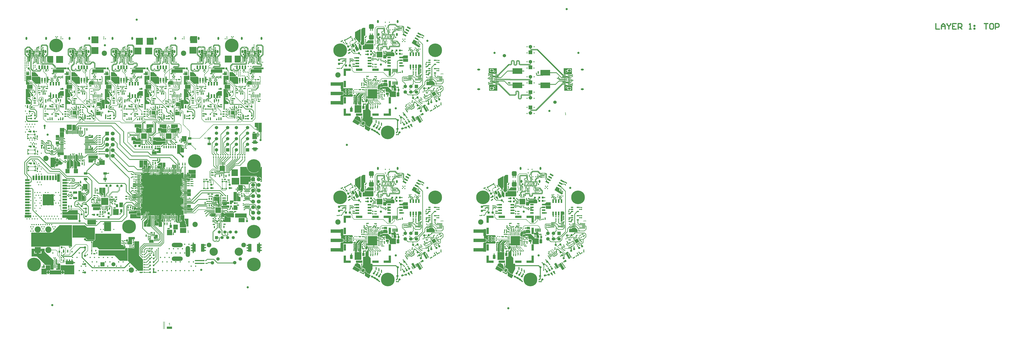
<source format=gtl>
G04*
G04 #@! TF.GenerationSoftware,Altium Limited,Altium Designer,20.1.11 (218)*
G04*
G04 Layer_Physical_Order=1*
G04 Layer_Color=255*
%FSLAX24Y24*%
%MOIN*%
G70*
G04*
G04 #@! TF.SameCoordinates,4F03ECE6-B82A-4DAD-B74B-52B5A60C741D*
G04*
G04*
G04 #@! TF.FilePolarity,Positive*
G04*
G01*
G75*
%ADD10C,0.0394*%
%ADD11C,0.0200*%
%ADD12R,0.0049X0.0935*%
%ADD13R,0.0935X0.0443*%
%ADD14R,0.0935X0.0049*%
%ADD15R,0.0100X0.1329*%
%ADD16R,0.0060X0.1329*%
%ADD17R,0.0040X0.1329*%
%ADD18C,0.0085*%
%ADD19C,0.0100*%
%ADD20C,0.0060*%
%ADD21C,0.0120*%
%ADD22C,0.0120*%
%ADD23C,0.0150*%
%ADD24C,0.0080*%
%ADD25C,0.0080*%
%ADD26R,0.0118X0.0276*%
%ADD27R,0.2205X0.0591*%
%ADD28R,0.1929X0.0630*%
G04:AMPARAMS|DCode=29|XSize=20mil|YSize=20mil|CornerRadius=6mil|HoleSize=0mil|Usage=FLASHONLY|Rotation=60.000|XOffset=0mil|YOffset=0mil|HoleType=Round|Shape=RoundedRectangle|*
%AMROUNDEDRECTD29*
21,1,0.0200,0.0080,0,0,60.0*
21,1,0.0080,0.0200,0,0,60.0*
1,1,0.0120,0.0055,0.0015*
1,1,0.0120,0.0015,-0.0055*
1,1,0.0120,-0.0055,-0.0015*
1,1,0.0120,-0.0015,0.0055*
%
%ADD29ROUNDEDRECTD29*%
%ADD30R,0.1024X0.1024*%
G04:AMPARAMS|DCode=31|XSize=9.8mil|YSize=23.6mil|CornerRadius=1mil|HoleSize=0mil|Usage=FLASHONLY|Rotation=270.000|XOffset=0mil|YOffset=0mil|HoleType=Round|Shape=RoundedRectangle|*
%AMROUNDEDRECTD31*
21,1,0.0098,0.0217,0,0,270.0*
21,1,0.0079,0.0236,0,0,270.0*
1,1,0.0020,-0.0108,-0.0039*
1,1,0.0020,-0.0108,0.0039*
1,1,0.0020,0.0108,0.0039*
1,1,0.0020,0.0108,-0.0039*
%
%ADD31ROUNDEDRECTD31*%
G04:AMPARAMS|DCode=32|XSize=9.8mil|YSize=23.6mil|CornerRadius=1mil|HoleSize=0mil|Usage=FLASHONLY|Rotation=360.000|XOffset=0mil|YOffset=0mil|HoleType=Round|Shape=RoundedRectangle|*
%AMROUNDEDRECTD32*
21,1,0.0098,0.0217,0,0,360.0*
21,1,0.0079,0.0236,0,0,360.0*
1,1,0.0020,0.0039,-0.0108*
1,1,0.0020,-0.0039,-0.0108*
1,1,0.0020,-0.0039,0.0108*
1,1,0.0020,0.0039,0.0108*
%
%ADD32ROUNDEDRECTD32*%
G04:AMPARAMS|DCode=33|XSize=71mil|YSize=47mil|CornerRadius=8mil|HoleSize=0mil|Usage=FLASHONLY|Rotation=270.000|XOffset=0mil|YOffset=0mil|HoleType=Round|Shape=RoundedRectangle|*
%AMROUNDEDRECTD33*
21,1,0.0710,0.0310,0,0,270.0*
21,1,0.0550,0.0470,0,0,270.0*
1,1,0.0160,-0.0155,-0.0275*
1,1,0.0160,-0.0155,0.0275*
1,1,0.0160,0.0155,0.0275*
1,1,0.0160,0.0155,-0.0275*
%
%ADD33ROUNDEDRECTD33*%
G04:AMPARAMS|DCode=34|XSize=11.8mil|YSize=17.7mil|CornerRadius=1.2mil|HoleSize=0mil|Usage=FLASHONLY|Rotation=300.000|XOffset=0mil|YOffset=0mil|HoleType=Round|Shape=RoundedRectangle|*
%AMROUNDEDRECTD34*
21,1,0.0118,0.0154,0,0,300.0*
21,1,0.0094,0.0177,0,0,300.0*
1,1,0.0024,-0.0043,-0.0079*
1,1,0.0024,-0.0090,0.0003*
1,1,0.0024,0.0043,0.0079*
1,1,0.0024,0.0090,-0.0003*
%
%ADD34ROUNDEDRECTD34*%
G04:AMPARAMS|DCode=35|XSize=63mil|YSize=39.4mil|CornerRadius=2mil|HoleSize=0mil|Usage=FLASHONLY|Rotation=300.000|XOffset=0mil|YOffset=0mil|HoleType=Round|Shape=RoundedRectangle|*
%AMROUNDEDRECTD35*
21,1,0.0630,0.0354,0,0,300.0*
21,1,0.0591,0.0394,0,0,300.0*
1,1,0.0039,-0.0006,-0.0344*
1,1,0.0039,-0.0301,0.0167*
1,1,0.0039,0.0006,0.0344*
1,1,0.0039,0.0301,-0.0167*
%
%ADD35ROUNDEDRECTD35*%
G04:AMPARAMS|DCode=36|XSize=15.7mil|YSize=12.8mil|CornerRadius=0mil|HoleSize=0mil|Usage=FLASHONLY|Rotation=150.000|XOffset=0mil|YOffset=0mil|HoleType=Round|Shape=Rectangle|*
%AMROTATEDRECTD36*
4,1,4,0.0100,0.0016,0.0036,-0.0095,-0.0100,-0.0016,-0.0036,0.0095,0.0100,0.0016,0.0*
%
%ADD36ROTATEDRECTD36*%

G04:AMPARAMS|DCode=37|XSize=13.8mil|YSize=14.8mil|CornerRadius=0mil|HoleSize=0mil|Usage=FLASHONLY|Rotation=240.000|XOffset=0mil|YOffset=0mil|HoleType=Round|Shape=Rectangle|*
%AMROTATEDRECTD37*
4,1,4,-0.0029,0.0097,0.0098,0.0023,0.0029,-0.0097,-0.0098,-0.0023,-0.0029,0.0097,0.0*
%
%ADD37ROTATEDRECTD37*%

G04:AMPARAMS|DCode=38|XSize=15.7mil|YSize=82.7mil|CornerRadius=0mil|HoleSize=0mil|Usage=FLASHONLY|Rotation=240.000|XOffset=0mil|YOffset=0mil|HoleType=Round|Shape=Rectangle|*
%AMROTATEDRECTD38*
4,1,4,-0.0319,0.0275,0.0397,-0.0139,0.0319,-0.0275,-0.0397,0.0139,-0.0319,0.0275,0.0*
%
%ADD38ROTATEDRECTD38*%

G04:AMPARAMS|DCode=39|XSize=20mil|YSize=20mil|CornerRadius=6mil|HoleSize=0mil|Usage=FLASHONLY|Rotation=270.000|XOffset=0mil|YOffset=0mil|HoleType=Round|Shape=RoundedRectangle|*
%AMROUNDEDRECTD39*
21,1,0.0200,0.0080,0,0,270.0*
21,1,0.0080,0.0200,0,0,270.0*
1,1,0.0120,-0.0040,-0.0040*
1,1,0.0120,-0.0040,0.0040*
1,1,0.0120,0.0040,0.0040*
1,1,0.0120,0.0040,-0.0040*
%
%ADD39ROUNDEDRECTD39*%
G04:AMPARAMS|DCode=40|XSize=20mil|YSize=20mil|CornerRadius=6mil|HoleSize=0mil|Usage=FLASHONLY|Rotation=180.000|XOffset=0mil|YOffset=0mil|HoleType=Round|Shape=RoundedRectangle|*
%AMROUNDEDRECTD40*
21,1,0.0200,0.0080,0,0,180.0*
21,1,0.0080,0.0200,0,0,180.0*
1,1,0.0120,-0.0040,0.0040*
1,1,0.0120,0.0040,0.0040*
1,1,0.0120,0.0040,-0.0040*
1,1,0.0120,-0.0040,-0.0040*
%
%ADD40ROUNDEDRECTD40*%
%ADD41R,0.1299X0.0394*%
%ADD42R,0.0394X0.1299*%
%ADD43R,0.1142X0.0394*%
%ADD44R,0.0394X0.1142*%
G04:AMPARAMS|DCode=45|XSize=31.5mil|YSize=35.4mil|CornerRadius=0mil|HoleSize=0mil|Usage=FLASHONLY|Rotation=120.000|XOffset=0mil|YOffset=0mil|HoleType=Round|Shape=Rectangle|*
%AMROTATEDRECTD45*
4,1,4,0.0232,-0.0048,-0.0075,-0.0225,-0.0232,0.0048,0.0075,0.0225,0.0232,-0.0048,0.0*
%
%ADD45ROTATEDRECTD45*%

G04:AMPARAMS|DCode=46|XSize=55mil|YSize=43mil|CornerRadius=8mil|HoleSize=0mil|Usage=FLASHONLY|Rotation=360.000|XOffset=0mil|YOffset=0mil|HoleType=Round|Shape=RoundedRectangle|*
%AMROUNDEDRECTD46*
21,1,0.0550,0.0271,0,0,360.0*
21,1,0.0391,0.0430,0,0,360.0*
1,1,0.0159,0.0195,-0.0135*
1,1,0.0159,-0.0195,-0.0135*
1,1,0.0159,-0.0195,0.0135*
1,1,0.0159,0.0195,0.0135*
%
%ADD46ROUNDEDRECTD46*%
G04:AMPARAMS|DCode=47|XSize=25.6mil|YSize=68.9mil|CornerRadius=3.8mil|HoleSize=0mil|Usage=FLASHONLY|Rotation=240.000|XOffset=0mil|YOffset=0mil|HoleType=Round|Shape=RoundedRectangle|*
%AMROUNDEDRECTD47*
21,1,0.0256,0.0612,0,0,240.0*
21,1,0.0179,0.0689,0,0,240.0*
1,1,0.0077,-0.0310,0.0075*
1,1,0.0077,-0.0220,0.0231*
1,1,0.0077,0.0310,-0.0075*
1,1,0.0077,0.0220,-0.0231*
%
%ADD47ROUNDEDRECTD47*%
G04:AMPARAMS|DCode=48|XSize=35mil|YSize=34mil|CornerRadius=6mil|HoleSize=0mil|Usage=FLASHONLY|Rotation=300.000|XOffset=0mil|YOffset=0mil|HoleType=Round|Shape=RoundedRectangle|*
%AMROUNDEDRECTD48*
21,1,0.0350,0.0221,0,0,300.0*
21,1,0.0231,0.0340,0,0,300.0*
1,1,0.0119,-0.0038,-0.0155*
1,1,0.0119,-0.0153,0.0045*
1,1,0.0119,0.0038,0.0155*
1,1,0.0119,0.0153,-0.0045*
%
%ADD48ROUNDEDRECTD48*%
G04:AMPARAMS|DCode=49|XSize=11.8mil|YSize=57.1mil|CornerRadius=1.8mil|HoleSize=0mil|Usage=FLASHONLY|Rotation=270.000|XOffset=0mil|YOffset=0mil|HoleType=Round|Shape=RoundedRectangle|*
%AMROUNDEDRECTD49*
21,1,0.0118,0.0535,0,0,270.0*
21,1,0.0083,0.0571,0,0,270.0*
1,1,0.0035,-0.0268,-0.0041*
1,1,0.0035,-0.0268,0.0041*
1,1,0.0035,0.0268,0.0041*
1,1,0.0035,0.0268,-0.0041*
%
%ADD49ROUNDEDRECTD49*%
G04:AMPARAMS|DCode=50|XSize=13.8mil|YSize=53.1mil|CornerRadius=1.4mil|HoleSize=0mil|Usage=FLASHONLY|Rotation=30.000|XOffset=0mil|YOffset=0mil|HoleType=Round|Shape=RoundedRectangle|*
%AMROUNDEDRECTD50*
21,1,0.0138,0.0504,0,0,30.0*
21,1,0.0110,0.0531,0,0,30.0*
1,1,0.0028,0.0174,-0.0191*
1,1,0.0028,0.0078,-0.0246*
1,1,0.0028,-0.0174,0.0191*
1,1,0.0028,-0.0078,0.0246*
%
%ADD50ROUNDEDRECTD50*%
G04:AMPARAMS|DCode=51|XSize=20mil|YSize=20mil|CornerRadius=6mil|HoleSize=0mil|Usage=FLASHONLY|Rotation=300.000|XOffset=0mil|YOffset=0mil|HoleType=Round|Shape=RoundedRectangle|*
%AMROUNDEDRECTD51*
21,1,0.0200,0.0080,0,0,300.0*
21,1,0.0080,0.0200,0,0,300.0*
1,1,0.0120,-0.0015,-0.0055*
1,1,0.0120,-0.0055,0.0015*
1,1,0.0120,0.0015,0.0055*
1,1,0.0120,0.0055,-0.0015*
%
%ADD51ROUNDEDRECTD51*%
G04:AMPARAMS|DCode=52|XSize=11.8mil|YSize=29.5mil|CornerRadius=1.2mil|HoleSize=0mil|Usage=FLASHONLY|Rotation=30.000|XOffset=0mil|YOffset=0mil|HoleType=Round|Shape=RoundedRectangle|*
%AMROUNDEDRECTD52*
21,1,0.0118,0.0272,0,0,30.0*
21,1,0.0094,0.0295,0,0,30.0*
1,1,0.0024,0.0109,-0.0094*
1,1,0.0024,0.0027,-0.0141*
1,1,0.0024,-0.0109,0.0094*
1,1,0.0024,-0.0027,0.0141*
%
%ADD52ROUNDEDRECTD52*%
G04:AMPARAMS|DCode=53|XSize=15.7mil|YSize=31.5mil|CornerRadius=1.6mil|HoleSize=0mil|Usage=FLASHONLY|Rotation=30.000|XOffset=0mil|YOffset=0mil|HoleType=Round|Shape=RoundedRectangle|*
%AMROUNDEDRECTD53*
21,1,0.0157,0.0283,0,0,30.0*
21,1,0.0126,0.0315,0,0,30.0*
1,1,0.0032,0.0125,-0.0091*
1,1,0.0032,0.0016,-0.0154*
1,1,0.0032,-0.0125,0.0091*
1,1,0.0032,-0.0016,0.0154*
%
%ADD53ROUNDEDRECTD53*%
G04:AMPARAMS|DCode=54|XSize=35mil|YSize=34mil|CornerRadius=6mil|HoleSize=0mil|Usage=FLASHONLY|Rotation=30.000|XOffset=0mil|YOffset=0mil|HoleType=Round|Shape=RoundedRectangle|*
%AMROUNDEDRECTD54*
21,1,0.0350,0.0221,0,0,30.0*
21,1,0.0231,0.0340,0,0,30.0*
1,1,0.0119,0.0155,-0.0038*
1,1,0.0119,-0.0045,-0.0153*
1,1,0.0119,-0.0155,0.0038*
1,1,0.0119,0.0045,0.0153*
%
%ADD54ROUNDEDRECTD54*%
G04:AMPARAMS|DCode=55|XSize=11mil|YSize=27.6mil|CornerRadius=0.6mil|HoleSize=0mil|Usage=FLASHONLY|Rotation=30.000|XOffset=0mil|YOffset=0mil|HoleType=Round|Shape=RoundedRectangle|*
%AMROUNDEDRECTD55*
21,1,0.0110,0.0265,0,0,30.0*
21,1,0.0099,0.0276,0,0,30.0*
1,1,0.0011,0.0109,-0.0090*
1,1,0.0011,0.0023,-0.0139*
1,1,0.0011,-0.0109,0.0090*
1,1,0.0011,-0.0023,0.0139*
%
%ADD55ROUNDEDRECTD55*%
%ADD56P,0.0947X4X165.0*%
G04:AMPARAMS|DCode=57|XSize=11mil|YSize=27.6mil|CornerRadius=0.6mil|HoleSize=0mil|Usage=FLASHONLY|Rotation=300.000|XOffset=0mil|YOffset=0mil|HoleType=Round|Shape=RoundedRectangle|*
%AMROUNDEDRECTD57*
21,1,0.0110,0.0265,0,0,300.0*
21,1,0.0099,0.0276,0,0,300.0*
1,1,0.0011,-0.0090,-0.0109*
1,1,0.0011,-0.0139,-0.0023*
1,1,0.0011,0.0090,0.0109*
1,1,0.0011,0.0139,0.0023*
%
%ADD57ROUNDEDRECTD57*%
G04:AMPARAMS|DCode=58|XSize=20mil|YSize=20mil|CornerRadius=6mil|HoleSize=0mil|Usage=FLASHONLY|Rotation=150.000|XOffset=0mil|YOffset=0mil|HoleType=Round|Shape=RoundedRectangle|*
%AMROUNDEDRECTD58*
21,1,0.0200,0.0080,0,0,150.0*
21,1,0.0080,0.0200,0,0,150.0*
1,1,0.0120,-0.0015,0.0055*
1,1,0.0120,0.0055,0.0015*
1,1,0.0120,0.0015,-0.0055*
1,1,0.0120,-0.0055,-0.0015*
%
%ADD58ROUNDEDRECTD58*%
%ADD59P,0.0445X4X195.0*%
G04:AMPARAMS|DCode=60|XSize=20mil|YSize=20mil|CornerRadius=6mil|HoleSize=0mil|Usage=FLASHONLY|Rotation=210.000|XOffset=0mil|YOffset=0mil|HoleType=Round|Shape=RoundedRectangle|*
%AMROUNDEDRECTD60*
21,1,0.0200,0.0080,0,0,210.0*
21,1,0.0080,0.0200,0,0,210.0*
1,1,0.0120,-0.0055,0.0015*
1,1,0.0120,0.0015,0.0055*
1,1,0.0120,0.0055,-0.0015*
1,1,0.0120,-0.0015,-0.0055*
%
%ADD60ROUNDEDRECTD60*%
G04:AMPARAMS|DCode=61|XSize=55mil|YSize=43mil|CornerRadius=8mil|HoleSize=0mil|Usage=FLASHONLY|Rotation=270.000|XOffset=0mil|YOffset=0mil|HoleType=Round|Shape=RoundedRectangle|*
%AMROUNDEDRECTD61*
21,1,0.0550,0.0271,0,0,270.0*
21,1,0.0391,0.0430,0,0,270.0*
1,1,0.0159,-0.0135,-0.0195*
1,1,0.0159,-0.0135,0.0195*
1,1,0.0159,0.0135,0.0195*
1,1,0.0159,0.0135,-0.0195*
%
%ADD61ROUNDEDRECTD61*%
G04:AMPARAMS|DCode=62|XSize=27.6mil|YSize=13.8mil|CornerRadius=1.4mil|HoleSize=0mil|Usage=FLASHONLY|Rotation=300.000|XOffset=0mil|YOffset=0mil|HoleType=Round|Shape=RoundedRectangle|*
%AMROUNDEDRECTD62*
21,1,0.0276,0.0110,0,0,300.0*
21,1,0.0248,0.0138,0,0,300.0*
1,1,0.0028,0.0014,-0.0135*
1,1,0.0028,-0.0110,0.0080*
1,1,0.0028,-0.0014,0.0135*
1,1,0.0028,0.0110,-0.0080*
%
%ADD62ROUNDEDRECTD62*%
G04:AMPARAMS|DCode=63|XSize=23.6mil|YSize=25.6mil|CornerRadius=2.4mil|HoleSize=0mil|Usage=FLASHONLY|Rotation=300.000|XOffset=0mil|YOffset=0mil|HoleType=Round|Shape=RoundedRectangle|*
%AMROUNDEDRECTD63*
21,1,0.0236,0.0209,0,0,300.0*
21,1,0.0189,0.0256,0,0,300.0*
1,1,0.0047,-0.0043,-0.0134*
1,1,0.0047,-0.0138,0.0030*
1,1,0.0047,0.0043,0.0134*
1,1,0.0047,0.0138,-0.0030*
%
%ADD63ROUNDEDRECTD63*%
%ADD64R,0.0157X0.0128*%
%ADD65R,0.0157X0.0079*%
G04:AMPARAMS|DCode=66|XSize=35mil|YSize=34mil|CornerRadius=6mil|HoleSize=0mil|Usage=FLASHONLY|Rotation=90.000|XOffset=0mil|YOffset=0mil|HoleType=Round|Shape=RoundedRectangle|*
%AMROUNDEDRECTD66*
21,1,0.0350,0.0221,0,0,90.0*
21,1,0.0231,0.0340,0,0,90.0*
1,1,0.0119,0.0111,0.0116*
1,1,0.0119,0.0111,-0.0116*
1,1,0.0119,-0.0111,-0.0116*
1,1,0.0119,-0.0111,0.0116*
%
%ADD66ROUNDEDRECTD66*%
G04:AMPARAMS|DCode=67|XSize=21.7mil|YSize=39.4mil|CornerRadius=2.2mil|HoleSize=0mil|Usage=FLASHONLY|Rotation=90.000|XOffset=0mil|YOffset=0mil|HoleType=Round|Shape=RoundedRectangle|*
%AMROUNDEDRECTD67*
21,1,0.0217,0.0350,0,0,90.0*
21,1,0.0173,0.0394,0,0,90.0*
1,1,0.0043,0.0175,0.0087*
1,1,0.0043,0.0175,-0.0087*
1,1,0.0043,-0.0175,-0.0087*
1,1,0.0043,-0.0175,0.0087*
%
%ADD67ROUNDEDRECTD67*%
G04:AMPARAMS|DCode=68|XSize=35mil|YSize=34mil|CornerRadius=6mil|HoleSize=0mil|Usage=FLASHONLY|Rotation=180.000|XOffset=0mil|YOffset=0mil|HoleType=Round|Shape=RoundedRectangle|*
%AMROUNDEDRECTD68*
21,1,0.0350,0.0221,0,0,180.0*
21,1,0.0231,0.0340,0,0,180.0*
1,1,0.0119,-0.0116,0.0111*
1,1,0.0119,0.0116,0.0111*
1,1,0.0119,0.0116,-0.0111*
1,1,0.0119,-0.0116,-0.0111*
%
%ADD68ROUNDEDRECTD68*%
G04:AMPARAMS|DCode=69|XSize=23.6mil|YSize=63mil|CornerRadius=2.4mil|HoleSize=0mil|Usage=FLASHONLY|Rotation=90.000|XOffset=0mil|YOffset=0mil|HoleType=Round|Shape=RoundedRectangle|*
%AMROUNDEDRECTD69*
21,1,0.0236,0.0583,0,0,90.0*
21,1,0.0189,0.0630,0,0,90.0*
1,1,0.0047,0.0291,0.0094*
1,1,0.0047,0.0291,-0.0094*
1,1,0.0047,-0.0291,-0.0094*
1,1,0.0047,-0.0291,0.0094*
%
%ADD69ROUNDEDRECTD69*%
G04:AMPARAMS|DCode=70|XSize=15.7mil|YSize=35.4mil|CornerRadius=0.8mil|HoleSize=0mil|Usage=FLASHONLY|Rotation=270.000|XOffset=0mil|YOffset=0mil|HoleType=Round|Shape=RoundedRectangle|*
%AMROUNDEDRECTD70*
21,1,0.0157,0.0339,0,0,270.0*
21,1,0.0142,0.0354,0,0,270.0*
1,1,0.0016,-0.0169,-0.0071*
1,1,0.0016,-0.0169,0.0071*
1,1,0.0016,0.0169,0.0071*
1,1,0.0016,0.0169,-0.0071*
%
%ADD70ROUNDEDRECTD70*%
G04:AMPARAMS|DCode=71|XSize=25.6mil|YSize=68.9mil|CornerRadius=3.8mil|HoleSize=0mil|Usage=FLASHONLY|Rotation=270.000|XOffset=0mil|YOffset=0mil|HoleType=Round|Shape=RoundedRectangle|*
%AMROUNDEDRECTD71*
21,1,0.0256,0.0612,0,0,270.0*
21,1,0.0179,0.0689,0,0,270.0*
1,1,0.0077,-0.0306,-0.0090*
1,1,0.0077,-0.0306,0.0090*
1,1,0.0077,0.0306,0.0090*
1,1,0.0077,0.0306,-0.0090*
%
%ADD71ROUNDEDRECTD71*%
G04:AMPARAMS|DCode=72|XSize=7.9mil|YSize=22.2mil|CornerRadius=1.2mil|HoleSize=0mil|Usage=FLASHONLY|Rotation=360.000|XOffset=0mil|YOffset=0mil|HoleType=Round|Shape=RoundedRectangle|*
%AMROUNDEDRECTD72*
21,1,0.0079,0.0199,0,0,360.0*
21,1,0.0055,0.0222,0,0,360.0*
1,1,0.0024,0.0028,-0.0099*
1,1,0.0024,-0.0028,-0.0099*
1,1,0.0024,-0.0028,0.0099*
1,1,0.0024,0.0028,0.0099*
%
%ADD72ROUNDEDRECTD72*%
G04:AMPARAMS|DCode=73|XSize=15.7mil|YSize=22.2mil|CornerRadius=1.3mil|HoleSize=0mil|Usage=FLASHONLY|Rotation=360.000|XOffset=0mil|YOffset=0mil|HoleType=Round|Shape=RoundedRectangle|*
%AMROUNDEDRECTD73*
21,1,0.0157,0.0197,0,0,360.0*
21,1,0.0132,0.0222,0,0,360.0*
1,1,0.0025,0.0066,-0.0099*
1,1,0.0025,-0.0066,-0.0099*
1,1,0.0025,-0.0066,0.0099*
1,1,0.0025,0.0066,0.0099*
%
%ADD73ROUNDEDRECTD73*%
G04:AMPARAMS|DCode=74|XSize=7.9mil|YSize=22.2mil|CornerRadius=1.2mil|HoleSize=0mil|Usage=FLASHONLY|Rotation=90.000|XOffset=0mil|YOffset=0mil|HoleType=Round|Shape=RoundedRectangle|*
%AMROUNDEDRECTD74*
21,1,0.0079,0.0199,0,0,90.0*
21,1,0.0055,0.0222,0,0,90.0*
1,1,0.0024,0.0099,0.0028*
1,1,0.0024,0.0099,-0.0028*
1,1,0.0024,-0.0099,-0.0028*
1,1,0.0024,-0.0099,0.0028*
%
%ADD74ROUNDEDRECTD74*%
G04:AMPARAMS|DCode=75|XSize=15.7mil|YSize=22.2mil|CornerRadius=1.3mil|HoleSize=0mil|Usage=FLASHONLY|Rotation=90.000|XOffset=0mil|YOffset=0mil|HoleType=Round|Shape=RoundedRectangle|*
%AMROUNDEDRECTD75*
21,1,0.0157,0.0197,0,0,90.0*
21,1,0.0132,0.0222,0,0,90.0*
1,1,0.0025,0.0099,0.0066*
1,1,0.0025,0.0099,-0.0066*
1,1,0.0025,-0.0099,-0.0066*
1,1,0.0025,-0.0099,0.0066*
%
%ADD75ROUNDEDRECTD75*%
G04:AMPARAMS|DCode=76|XSize=89mil|YSize=85mil|CornerRadius=21.3mil|HoleSize=0mil|Usage=FLASHONLY|Rotation=180.000|XOffset=0mil|YOffset=0mil|HoleType=Round|Shape=RoundedRectangle|*
%AMROUNDEDRECTD76*
21,1,0.0890,0.0425,0,0,180.0*
21,1,0.0465,0.0850,0,0,180.0*
1,1,0.0425,-0.0232,0.0213*
1,1,0.0425,0.0232,0.0213*
1,1,0.0425,0.0232,-0.0213*
1,1,0.0425,-0.0232,-0.0213*
%
%ADD76ROUNDEDRECTD76*%
%ADD77P,0.0445X4X255.0*%
G04:AMPARAMS|DCode=78|XSize=55mil|YSize=43mil|CornerRadius=8mil|HoleSize=0mil|Usage=FLASHONLY|Rotation=150.000|XOffset=0mil|YOffset=0mil|HoleType=Round|Shape=RoundedRectangle|*
%AMROUNDEDRECTD78*
21,1,0.0550,0.0271,0,0,150.0*
21,1,0.0391,0.0430,0,0,150.0*
1,1,0.0159,-0.0102,0.0215*
1,1,0.0159,0.0237,0.0020*
1,1,0.0159,0.0102,-0.0215*
1,1,0.0159,-0.0237,-0.0020*
%
%ADD78ROUNDEDRECTD78*%
G04:AMPARAMS|DCode=79|XSize=17.7mil|YSize=59.1mil|CornerRadius=1.8mil|HoleSize=0mil|Usage=FLASHONLY|Rotation=360.000|XOffset=0mil|YOffset=0mil|HoleType=Round|Shape=RoundedRectangle|*
%AMROUNDEDRECTD79*
21,1,0.0177,0.0555,0,0,360.0*
21,1,0.0142,0.0591,0,0,360.0*
1,1,0.0035,0.0071,-0.0278*
1,1,0.0035,-0.0071,-0.0278*
1,1,0.0035,-0.0071,0.0278*
1,1,0.0035,0.0071,0.0278*
%
%ADD79ROUNDEDRECTD79*%
G04:AMPARAMS|DCode=80|XSize=25.6mil|YSize=68.9mil|CornerRadius=3.8mil|HoleSize=0mil|Usage=FLASHONLY|Rotation=360.000|XOffset=0mil|YOffset=0mil|HoleType=Round|Shape=RoundedRectangle|*
%AMROUNDEDRECTD80*
21,1,0.0256,0.0612,0,0,360.0*
21,1,0.0179,0.0689,0,0,360.0*
1,1,0.0077,0.0090,-0.0306*
1,1,0.0077,-0.0090,-0.0306*
1,1,0.0077,-0.0090,0.0306*
1,1,0.0077,0.0090,0.0306*
%
%ADD80ROUNDEDRECTD80*%
G04:AMPARAMS|DCode=81|XSize=31.5mil|YSize=11.8mil|CornerRadius=1.2mil|HoleSize=0mil|Usage=FLASHONLY|Rotation=90.000|XOffset=0mil|YOffset=0mil|HoleType=Round|Shape=RoundedRectangle|*
%AMROUNDEDRECTD81*
21,1,0.0315,0.0094,0,0,90.0*
21,1,0.0291,0.0118,0,0,90.0*
1,1,0.0024,0.0047,0.0146*
1,1,0.0024,0.0047,-0.0146*
1,1,0.0024,-0.0047,-0.0146*
1,1,0.0024,-0.0047,0.0146*
%
%ADD81ROUNDEDRECTD81*%
G04:AMPARAMS|DCode=82|XSize=37.4mil|YSize=8.7mil|CornerRadius=0.9mil|HoleSize=0mil|Usage=FLASHONLY|Rotation=270.000|XOffset=0mil|YOffset=0mil|HoleType=Round|Shape=RoundedRectangle|*
%AMROUNDEDRECTD82*
21,1,0.0374,0.0069,0,0,270.0*
21,1,0.0357,0.0087,0,0,270.0*
1,1,0.0017,-0.0035,-0.0178*
1,1,0.0017,-0.0035,0.0178*
1,1,0.0017,0.0035,0.0178*
1,1,0.0017,0.0035,-0.0178*
%
%ADD82ROUNDEDRECTD82*%
G04:AMPARAMS|DCode=83|XSize=37.4mil|YSize=8.7mil|CornerRadius=0.9mil|HoleSize=0mil|Usage=FLASHONLY|Rotation=360.000|XOffset=0mil|YOffset=0mil|HoleType=Round|Shape=RoundedRectangle|*
%AMROUNDEDRECTD83*
21,1,0.0374,0.0069,0,0,360.0*
21,1,0.0357,0.0087,0,0,360.0*
1,1,0.0017,0.0178,-0.0035*
1,1,0.0017,-0.0178,-0.0035*
1,1,0.0017,-0.0178,0.0035*
1,1,0.0017,0.0178,0.0035*
%
%ADD83ROUNDEDRECTD83*%
%ADD84R,0.1654X0.1654*%
%ADD85C,0.0197*%
%ADD86C,0.0160*%
%ADD87C,0.0065*%
%ADD88C,0.0120*%
%ADD89C,0.0050*%
%ADD90C,0.0040*%
%ADD91C,0.0059*%
%ADD92R,0.0276X0.0118*%
%ADD93R,0.1772X0.0996*%
G04:AMPARAMS|DCode=94|XSize=31.5mil|YSize=15.7mil|CornerRadius=1.6mil|HoleSize=0mil|Usage=FLASHONLY|Rotation=270.000|XOffset=0mil|YOffset=0mil|HoleType=Round|Shape=RoundedRectangle|*
%AMROUNDEDRECTD94*
21,1,0.0315,0.0126,0,0,270.0*
21,1,0.0283,0.0157,0,0,270.0*
1,1,0.0032,-0.0063,-0.0142*
1,1,0.0032,-0.0063,0.0142*
1,1,0.0032,0.0063,0.0142*
1,1,0.0032,0.0063,-0.0142*
%
%ADD94ROUNDEDRECTD94*%
%ADD95R,0.0591X0.0433*%
%ADD96R,0.0315X0.0354*%
G04:AMPARAMS|DCode=97|XSize=52.4mil|YSize=52.4mil|CornerRadius=0mil|HoleSize=0mil|Usage=FLASHONLY|Rotation=360.000|XOffset=0mil|YOffset=0mil|HoleType=Round|Shape=RoundedRectangle|*
%AMROUNDEDRECTD97*
21,1,0.0524,0.0524,0,0,360.0*
21,1,0.0524,0.0524,0,0,360.0*
1,1,0.0000,0.0262,-0.0262*
1,1,0.0000,-0.0262,-0.0262*
1,1,0.0000,-0.0262,0.0262*
1,1,0.0000,0.0262,0.0262*
%
%ADD97ROUNDEDRECTD97*%
G04:AMPARAMS|DCode=98|XSize=35.4mil|YSize=78.7mil|CornerRadius=3.5mil|HoleSize=0mil|Usage=FLASHONLY|Rotation=270.000|XOffset=0mil|YOffset=0mil|HoleType=Round|Shape=RoundedRectangle|*
%AMROUNDEDRECTD98*
21,1,0.0354,0.0717,0,0,270.0*
21,1,0.0283,0.0787,0,0,270.0*
1,1,0.0071,-0.0358,-0.0142*
1,1,0.0071,-0.0358,0.0142*
1,1,0.0071,0.0358,0.0142*
1,1,0.0071,0.0358,-0.0142*
%
%ADD98ROUNDEDRECTD98*%
G04:AMPARAMS|DCode=99|XSize=78.7mil|YSize=35.4mil|CornerRadius=3.5mil|HoleSize=0mil|Usage=FLASHONLY|Rotation=180.000|XOffset=0mil|YOffset=0mil|HoleType=Round|Shape=RoundedRectangle|*
%AMROUNDEDRECTD99*
21,1,0.0787,0.0283,0,0,180.0*
21,1,0.0717,0.0354,0,0,180.0*
1,1,0.0071,-0.0358,0.0142*
1,1,0.0071,0.0358,0.0142*
1,1,0.0071,0.0358,-0.0142*
1,1,0.0071,-0.0358,-0.0142*
%
%ADD99ROUNDEDRECTD99*%
G04:AMPARAMS|DCode=100|XSize=78.7mil|YSize=35.4mil|CornerRadius=3.5mil|HoleSize=0mil|Usage=FLASHONLY|Rotation=270.000|XOffset=0mil|YOffset=0mil|HoleType=Round|Shape=RoundedRectangle|*
%AMROUNDEDRECTD100*
21,1,0.0787,0.0283,0,0,270.0*
21,1,0.0717,0.0354,0,0,270.0*
1,1,0.0071,-0.0142,-0.0358*
1,1,0.0071,-0.0142,0.0358*
1,1,0.0071,0.0142,0.0358*
1,1,0.0071,0.0142,-0.0358*
%
%ADD100ROUNDEDRECTD100*%
%ADD101R,0.0217X0.0315*%
G04:AMPARAMS|DCode=102|XSize=43.3mil|YSize=47.2mil|CornerRadius=4.3mil|HoleSize=0mil|Usage=FLASHONLY|Rotation=315.000|XOffset=0mil|YOffset=0mil|HoleType=Round|Shape=RoundedRectangle|*
%AMROUNDEDRECTD102*
21,1,0.0433,0.0386,0,0,315.0*
21,1,0.0346,0.0472,0,0,315.0*
1,1,0.0087,-0.0014,-0.0259*
1,1,0.0087,-0.0259,-0.0014*
1,1,0.0087,0.0014,0.0259*
1,1,0.0087,0.0259,0.0014*
%
%ADD102ROUNDEDRECTD102*%
G04:AMPARAMS|DCode=103|XSize=25.6mil|YSize=33.5mil|CornerRadius=1.3mil|HoleSize=0mil|Usage=FLASHONLY|Rotation=270.000|XOffset=0mil|YOffset=0mil|HoleType=Round|Shape=RoundedRectangle|*
%AMROUNDEDRECTD103*
21,1,0.0256,0.0309,0,0,270.0*
21,1,0.0230,0.0335,0,0,270.0*
1,1,0.0026,-0.0155,-0.0115*
1,1,0.0026,-0.0155,0.0115*
1,1,0.0026,0.0155,0.0115*
1,1,0.0026,0.0155,-0.0115*
%
%ADD103ROUNDEDRECTD103*%
G04:AMPARAMS|DCode=104|XSize=43.3mil|YSize=51.2mil|CornerRadius=2.2mil|HoleSize=0mil|Usage=FLASHONLY|Rotation=180.000|XOffset=0mil|YOffset=0mil|HoleType=Round|Shape=RoundedRectangle|*
%AMROUNDEDRECTD104*
21,1,0.0433,0.0469,0,0,180.0*
21,1,0.0390,0.0512,0,0,180.0*
1,1,0.0043,-0.0195,0.0234*
1,1,0.0043,0.0195,0.0234*
1,1,0.0043,0.0195,-0.0234*
1,1,0.0043,-0.0195,-0.0234*
%
%ADD104ROUNDEDRECTD104*%
G04:AMPARAMS|DCode=105|XSize=70.9mil|YSize=39.4mil|CornerRadius=3.9mil|HoleSize=0mil|Usage=FLASHONLY|Rotation=180.000|XOffset=0mil|YOffset=0mil|HoleType=Round|Shape=RoundedRectangle|*
%AMROUNDEDRECTD105*
21,1,0.0709,0.0315,0,0,180.0*
21,1,0.0630,0.0394,0,0,180.0*
1,1,0.0079,-0.0315,0.0157*
1,1,0.0079,0.0315,0.0157*
1,1,0.0079,0.0315,-0.0157*
1,1,0.0079,-0.0315,-0.0157*
%
%ADD105ROUNDEDRECTD105*%
%ADD106R,0.0256X0.0335*%
G04:AMPARAMS|DCode=107|XSize=96.5mil|YSize=96.5mil|CornerRadius=4.8mil|HoleSize=0mil|Usage=FLASHONLY|Rotation=180.000|XOffset=0mil|YOffset=0mil|HoleType=Round|Shape=RoundedRectangle|*
%AMROUNDEDRECTD107*
21,1,0.0965,0.0868,0,0,180.0*
21,1,0.0868,0.0965,0,0,180.0*
1,1,0.0096,-0.0434,0.0434*
1,1,0.0096,0.0434,0.0434*
1,1,0.0096,0.0434,-0.0434*
1,1,0.0096,-0.0434,-0.0434*
%
%ADD107ROUNDEDRECTD107*%
G04:AMPARAMS|DCode=108|XSize=23.6mil|YSize=9.4mil|CornerRadius=0.5mil|HoleSize=0mil|Usage=FLASHONLY|Rotation=270.000|XOffset=0mil|YOffset=0mil|HoleType=Round|Shape=RoundedRectangle|*
%AMROUNDEDRECTD108*
21,1,0.0236,0.0085,0,0,270.0*
21,1,0.0227,0.0094,0,0,270.0*
1,1,0.0009,-0.0043,-0.0113*
1,1,0.0009,-0.0043,0.0113*
1,1,0.0009,0.0043,0.0113*
1,1,0.0009,0.0043,-0.0113*
%
%ADD108ROUNDEDRECTD108*%
G04:AMPARAMS|DCode=109|XSize=23.6mil|YSize=9.4mil|CornerRadius=0.5mil|HoleSize=0mil|Usage=FLASHONLY|Rotation=180.000|XOffset=0mil|YOffset=0mil|HoleType=Round|Shape=RoundedRectangle|*
%AMROUNDEDRECTD109*
21,1,0.0236,0.0085,0,0,180.0*
21,1,0.0227,0.0094,0,0,180.0*
1,1,0.0009,-0.0113,0.0043*
1,1,0.0009,0.0113,0.0043*
1,1,0.0009,0.0113,-0.0043*
1,1,0.0009,-0.0113,-0.0043*
%
%ADD109ROUNDEDRECTD109*%
G04:AMPARAMS|DCode=110|XSize=31.5mil|YSize=15.7mil|CornerRadius=1.6mil|HoleSize=0mil|Usage=FLASHONLY|Rotation=360.000|XOffset=0mil|YOffset=0mil|HoleType=Round|Shape=RoundedRectangle|*
%AMROUNDEDRECTD110*
21,1,0.0315,0.0126,0,0,360.0*
21,1,0.0283,0.0157,0,0,360.0*
1,1,0.0032,0.0142,-0.0063*
1,1,0.0032,-0.0142,-0.0063*
1,1,0.0032,-0.0142,0.0063*
1,1,0.0032,0.0142,0.0063*
%
%ADD110ROUNDEDRECTD110*%
G04:AMPARAMS|DCode=111|XSize=70.9mil|YSize=102.4mil|CornerRadius=3.5mil|HoleSize=0mil|Usage=FLASHONLY|Rotation=90.000|XOffset=0mil|YOffset=0mil|HoleType=Round|Shape=RoundedRectangle|*
%AMROUNDEDRECTD111*
21,1,0.0709,0.0953,0,0,90.0*
21,1,0.0638,0.1024,0,0,90.0*
1,1,0.0071,0.0476,0.0319*
1,1,0.0071,0.0476,-0.0319*
1,1,0.0071,-0.0476,-0.0319*
1,1,0.0071,-0.0476,0.0319*
%
%ADD111ROUNDEDRECTD111*%
G04:AMPARAMS|DCode=112|XSize=11.8mil|YSize=21.3mil|CornerRadius=1.2mil|HoleSize=0mil|Usage=FLASHONLY|Rotation=180.000|XOffset=0mil|YOffset=0mil|HoleType=Round|Shape=RoundedRectangle|*
%AMROUNDEDRECTD112*
21,1,0.0118,0.0189,0,0,180.0*
21,1,0.0094,0.0213,0,0,180.0*
1,1,0.0024,-0.0047,0.0094*
1,1,0.0024,0.0047,0.0094*
1,1,0.0024,0.0047,-0.0094*
1,1,0.0024,-0.0047,-0.0094*
%
%ADD112ROUNDEDRECTD112*%
G04:AMPARAMS|DCode=113|XSize=16.5mil|YSize=23.6mil|CornerRadius=1.7mil|HoleSize=0mil|Usage=FLASHONLY|Rotation=270.000|XOffset=0mil|YOffset=0mil|HoleType=Round|Shape=RoundedRectangle|*
%AMROUNDEDRECTD113*
21,1,0.0165,0.0203,0,0,270.0*
21,1,0.0132,0.0236,0,0,270.0*
1,1,0.0033,-0.0102,-0.0066*
1,1,0.0033,-0.0102,0.0066*
1,1,0.0033,0.0102,0.0066*
1,1,0.0033,0.0102,-0.0066*
%
%ADD113ROUNDEDRECTD113*%
G04:AMPARAMS|DCode=114|XSize=16.5mil|YSize=23.6mil|CornerRadius=1.7mil|HoleSize=0mil|Usage=FLASHONLY|Rotation=360.000|XOffset=0mil|YOffset=0mil|HoleType=Round|Shape=RoundedRectangle|*
%AMROUNDEDRECTD114*
21,1,0.0165,0.0203,0,0,360.0*
21,1,0.0132,0.0236,0,0,360.0*
1,1,0.0033,0.0066,-0.0102*
1,1,0.0033,-0.0066,-0.0102*
1,1,0.0033,-0.0066,0.0102*
1,1,0.0033,0.0066,0.0102*
%
%ADD114ROUNDEDRECTD114*%
%ADD115R,0.0787X0.0472*%
%ADD116R,0.0098X0.0197*%
G04:AMPARAMS|DCode=117|XSize=15.7mil|YSize=31.5mil|CornerRadius=1.6mil|HoleSize=0mil|Usage=FLASHONLY|Rotation=360.000|XOffset=0mil|YOffset=0mil|HoleType=Round|Shape=RoundedRectangle|*
%AMROUNDEDRECTD117*
21,1,0.0157,0.0283,0,0,360.0*
21,1,0.0126,0.0315,0,0,360.0*
1,1,0.0032,0.0063,-0.0142*
1,1,0.0032,-0.0063,-0.0142*
1,1,0.0032,-0.0063,0.0142*
1,1,0.0032,0.0063,0.0142*
%
%ADD117ROUNDEDRECTD117*%
G04:AMPARAMS|DCode=118|XSize=13.8mil|YSize=53.1mil|CornerRadius=1.4mil|HoleSize=0mil|Usage=FLASHONLY|Rotation=180.000|XOffset=0mil|YOffset=0mil|HoleType=Round|Shape=RoundedRectangle|*
%AMROUNDEDRECTD118*
21,1,0.0138,0.0504,0,0,180.0*
21,1,0.0110,0.0531,0,0,180.0*
1,1,0.0028,-0.0055,0.0252*
1,1,0.0028,0.0055,0.0252*
1,1,0.0028,0.0055,-0.0252*
1,1,0.0028,-0.0055,-0.0252*
%
%ADD118ROUNDEDRECTD118*%
G04:AMPARAMS|DCode=119|XSize=11mil|YSize=27.6mil|CornerRadius=0.6mil|HoleSize=0mil|Usage=FLASHONLY|Rotation=180.000|XOffset=0mil|YOffset=0mil|HoleType=Round|Shape=RoundedRectangle|*
%AMROUNDEDRECTD119*
21,1,0.0110,0.0265,0,0,180.0*
21,1,0.0099,0.0276,0,0,180.0*
1,1,0.0011,-0.0050,0.0132*
1,1,0.0011,0.0050,0.0132*
1,1,0.0011,0.0050,-0.0132*
1,1,0.0011,-0.0050,-0.0132*
%
%ADD119ROUNDEDRECTD119*%
%ADD120R,0.0669X0.0669*%
G04:AMPARAMS|DCode=121|XSize=11mil|YSize=27.6mil|CornerRadius=0.6mil|HoleSize=0mil|Usage=FLASHONLY|Rotation=90.000|XOffset=0mil|YOffset=0mil|HoleType=Round|Shape=RoundedRectangle|*
%AMROUNDEDRECTD121*
21,1,0.0110,0.0265,0,0,90.0*
21,1,0.0099,0.0276,0,0,90.0*
1,1,0.0011,0.0132,0.0050*
1,1,0.0011,0.0132,-0.0050*
1,1,0.0011,-0.0132,-0.0050*
1,1,0.0011,-0.0132,0.0050*
%
%ADD121ROUNDEDRECTD121*%
%ADD122R,0.0413X0.0236*%
%ADD123R,0.1260X0.1260*%
G04:AMPARAMS|DCode=124|XSize=9.8mil|YSize=31.5mil|CornerRadius=2.5mil|HoleSize=0mil|Usage=FLASHONLY|Rotation=90.000|XOffset=0mil|YOffset=0mil|HoleType=Round|Shape=RoundedRectangle|*
%AMROUNDEDRECTD124*
21,1,0.0098,0.0266,0,0,90.0*
21,1,0.0049,0.0315,0,0,90.0*
1,1,0.0049,0.0133,0.0025*
1,1,0.0049,0.0133,-0.0025*
1,1,0.0049,-0.0133,-0.0025*
1,1,0.0049,-0.0133,0.0025*
%
%ADD124ROUNDEDRECTD124*%
G04:AMPARAMS|DCode=125|XSize=9.8mil|YSize=31.5mil|CornerRadius=2.5mil|HoleSize=0mil|Usage=FLASHONLY|Rotation=180.000|XOffset=0mil|YOffset=0mil|HoleType=Round|Shape=RoundedRectangle|*
%AMROUNDEDRECTD125*
21,1,0.0098,0.0266,0,0,180.0*
21,1,0.0049,0.0315,0,0,180.0*
1,1,0.0049,-0.0025,0.0133*
1,1,0.0049,0.0025,0.0133*
1,1,0.0049,0.0025,-0.0133*
1,1,0.0049,-0.0025,-0.0133*
%
%ADD125ROUNDEDRECTD125*%
%ADD126R,0.1004X0.1004*%
%ADD127O,0.0315X0.0098*%
%ADD128O,0.0098X0.0315*%
G04:AMPARAMS|DCode=129|XSize=61.4mil|YSize=11mil|CornerRadius=1.4mil|HoleSize=0mil|Usage=FLASHONLY|Rotation=180.000|XOffset=0mil|YOffset=0mil|HoleType=Round|Shape=RoundedRectangle|*
%AMROUNDEDRECTD129*
21,1,0.0614,0.0083,0,0,180.0*
21,1,0.0587,0.0110,0,0,180.0*
1,1,0.0028,-0.0293,0.0041*
1,1,0.0028,0.0293,0.0041*
1,1,0.0028,0.0293,-0.0041*
1,1,0.0028,-0.0293,-0.0041*
%
%ADD129ROUNDEDRECTD129*%
G04:AMPARAMS|DCode=130|XSize=61.4mil|YSize=11mil|CornerRadius=1.4mil|HoleSize=0mil|Usage=FLASHONLY|Rotation=270.000|XOffset=0mil|YOffset=0mil|HoleType=Round|Shape=RoundedRectangle|*
%AMROUNDEDRECTD130*
21,1,0.0614,0.0083,0,0,270.0*
21,1,0.0587,0.0110,0,0,270.0*
1,1,0.0028,-0.0041,-0.0293*
1,1,0.0028,-0.0041,0.0293*
1,1,0.0028,0.0041,0.0293*
1,1,0.0028,0.0041,-0.0293*
%
%ADD130ROUNDEDRECTD130*%
G04:AMPARAMS|DCode=131|XSize=9.8mil|YSize=33.5mil|CornerRadius=2.5mil|HoleSize=0mil|Usage=FLASHONLY|Rotation=360.000|XOffset=0mil|YOffset=0mil|HoleType=Round|Shape=RoundedRectangle|*
%AMROUNDEDRECTD131*
21,1,0.0098,0.0285,0,0,360.0*
21,1,0.0049,0.0335,0,0,360.0*
1,1,0.0049,0.0025,-0.0143*
1,1,0.0049,-0.0025,-0.0143*
1,1,0.0049,-0.0025,0.0143*
1,1,0.0049,0.0025,0.0143*
%
%ADD131ROUNDEDRECTD131*%
G04:AMPARAMS|DCode=132|XSize=9.8mil|YSize=33.5mil|CornerRadius=2.5mil|HoleSize=0mil|Usage=FLASHONLY|Rotation=90.000|XOffset=0mil|YOffset=0mil|HoleType=Round|Shape=RoundedRectangle|*
%AMROUNDEDRECTD132*
21,1,0.0098,0.0285,0,0,90.0*
21,1,0.0049,0.0335,0,0,90.0*
1,1,0.0049,0.0143,0.0025*
1,1,0.0049,0.0143,-0.0025*
1,1,0.0049,-0.0143,-0.0025*
1,1,0.0049,-0.0143,0.0025*
%
%ADD132ROUNDEDRECTD132*%
%ADD133R,0.0226X0.0138*%
%ADD134R,0.0138X0.0226*%
%ADD135R,0.0295X0.0138*%
%ADD136R,0.0138X0.0295*%
G04:AMPARAMS|DCode=137|XSize=11.8mil|YSize=53.1mil|CornerRadius=3mil|HoleSize=0mil|Usage=FLASHONLY|Rotation=180.000|XOffset=0mil|YOffset=0mil|HoleType=Round|Shape=RoundedRectangle|*
%AMROUNDEDRECTD137*
21,1,0.0118,0.0472,0,0,180.0*
21,1,0.0059,0.0531,0,0,180.0*
1,1,0.0059,-0.0030,0.0236*
1,1,0.0059,0.0030,0.0236*
1,1,0.0059,0.0030,-0.0236*
1,1,0.0059,-0.0030,-0.0236*
%
%ADD137ROUNDEDRECTD137*%
G04:AMPARAMS|DCode=138|XSize=11.8mil|YSize=53.1mil|CornerRadius=3mil|HoleSize=0mil|Usage=FLASHONLY|Rotation=90.000|XOffset=0mil|YOffset=0mil|HoleType=Round|Shape=RoundedRectangle|*
%AMROUNDEDRECTD138*
21,1,0.0118,0.0472,0,0,90.0*
21,1,0.0059,0.0531,0,0,90.0*
1,1,0.0059,0.0236,0.0030*
1,1,0.0059,0.0236,-0.0030*
1,1,0.0059,-0.0236,-0.0030*
1,1,0.0059,-0.0236,0.0030*
%
%ADD138ROUNDEDRECTD138*%
G04:AMPARAMS|DCode=139|XSize=23.6mil|YSize=25.6mil|CornerRadius=2.4mil|HoleSize=0mil|Usage=FLASHONLY|Rotation=270.000|XOffset=0mil|YOffset=0mil|HoleType=Round|Shape=RoundedRectangle|*
%AMROUNDEDRECTD139*
21,1,0.0236,0.0209,0,0,270.0*
21,1,0.0189,0.0256,0,0,270.0*
1,1,0.0047,-0.0104,-0.0094*
1,1,0.0047,-0.0104,0.0094*
1,1,0.0047,0.0104,0.0094*
1,1,0.0047,0.0104,-0.0094*
%
%ADD139ROUNDEDRECTD139*%
G04:AMPARAMS|DCode=140|XSize=27.6mil|YSize=13.8mil|CornerRadius=1.4mil|HoleSize=0mil|Usage=FLASHONLY|Rotation=90.000|XOffset=0mil|YOffset=0mil|HoleType=Round|Shape=RoundedRectangle|*
%AMROUNDEDRECTD140*
21,1,0.0276,0.0110,0,0,90.0*
21,1,0.0248,0.0138,0,0,90.0*
1,1,0.0028,0.0055,0.0124*
1,1,0.0028,0.0055,-0.0124*
1,1,0.0028,-0.0055,-0.0124*
1,1,0.0028,-0.0055,0.0124*
%
%ADD140ROUNDEDRECTD140*%
%ADD141R,0.0354X0.0315*%
%ADD142R,0.0220X0.0285*%
%ADD143R,0.1670X0.1500*%
G04:AMPARAMS|DCode=144|XSize=85.8mil|YSize=63.8mil|CornerRadius=15.9mil|HoleSize=0mil|Usage=FLASHONLY|Rotation=270.000|XOffset=0mil|YOffset=0mil|HoleType=Round|Shape=RoundedRectangle|*
%AMROUNDEDRECTD144*
21,1,0.0858,0.0319,0,0,270.0*
21,1,0.0539,0.0638,0,0,270.0*
1,1,0.0319,-0.0159,-0.0270*
1,1,0.0319,-0.0159,0.0270*
1,1,0.0319,0.0159,0.0270*
1,1,0.0319,0.0159,-0.0270*
%
%ADD144ROUNDEDRECTD144*%
%ADD145R,0.0315X0.0315*%
G04:AMPARAMS|DCode=146|XSize=89mil|YSize=85mil|CornerRadius=21.3mil|HoleSize=0mil|Usage=FLASHONLY|Rotation=270.000|XOffset=0mil|YOffset=0mil|HoleType=Round|Shape=RoundedRectangle|*
%AMROUNDEDRECTD146*
21,1,0.0890,0.0425,0,0,270.0*
21,1,0.0465,0.0850,0,0,270.0*
1,1,0.0425,-0.0213,-0.0232*
1,1,0.0425,-0.0213,0.0232*
1,1,0.0425,0.0213,0.0232*
1,1,0.0425,0.0213,-0.0232*
%
%ADD146ROUNDEDRECTD146*%
%ADD147R,0.0256X0.0236*%
%ADD148R,0.0236X0.0276*%
%ADD149R,0.0638X0.1264*%
G04:AMPARAMS|DCode=150|XSize=71mil|YSize=47mil|CornerRadius=8mil|HoleSize=0mil|Usage=FLASHONLY|Rotation=180.000|XOffset=0mil|YOffset=0mil|HoleType=Round|Shape=RoundedRectangle|*
%AMROUNDEDRECTD150*
21,1,0.0710,0.0310,0,0,180.0*
21,1,0.0550,0.0470,0,0,180.0*
1,1,0.0160,-0.0275,0.0155*
1,1,0.0160,0.0275,0.0155*
1,1,0.0160,0.0275,-0.0155*
1,1,0.0160,-0.0275,-0.0155*
%
%ADD150ROUNDEDRECTD150*%
G04:AMPARAMS|DCode=151|XSize=20mil|YSize=20mil|CornerRadius=6mil|HoleSize=0mil|Usage=FLASHONLY|Rotation=45.000|XOffset=0mil|YOffset=0mil|HoleType=Round|Shape=RoundedRectangle|*
%AMROUNDEDRECTD151*
21,1,0.0200,0.0080,0,0,45.0*
21,1,0.0080,0.0200,0,0,45.0*
1,1,0.0120,0.0057,0.0000*
1,1,0.0120,0.0000,-0.0057*
1,1,0.0120,-0.0057,0.0000*
1,1,0.0120,0.0000,0.0057*
%
%ADD151ROUNDEDRECTD151*%
G04:AMPARAMS|DCode=152|XSize=20mil|YSize=20mil|CornerRadius=6mil|HoleSize=0mil|Usage=FLASHONLY|Rotation=135.000|XOffset=0mil|YOffset=0mil|HoleType=Round|Shape=RoundedRectangle|*
%AMROUNDEDRECTD152*
21,1,0.0200,0.0080,0,0,135.0*
21,1,0.0080,0.0200,0,0,135.0*
1,1,0.0120,0.0000,0.0057*
1,1,0.0120,0.0057,0.0000*
1,1,0.0120,0.0000,-0.0057*
1,1,0.0120,-0.0057,0.0000*
%
%ADD152ROUNDEDRECTD152*%
G04:AMPARAMS|DCode=153|XSize=63mil|YSize=137.8mil|CornerRadius=7.9mil|HoleSize=0mil|Usage=FLASHONLY|Rotation=360.000|XOffset=0mil|YOffset=0mil|HoleType=Round|Shape=RoundedRectangle|*
%AMROUNDEDRECTD153*
21,1,0.0630,0.1220,0,0,360.0*
21,1,0.0472,0.1378,0,0,360.0*
1,1,0.0157,0.0236,-0.0610*
1,1,0.0157,-0.0236,-0.0610*
1,1,0.0157,-0.0236,0.0610*
1,1,0.0157,0.0236,0.0610*
%
%ADD153ROUNDEDRECTD153*%
G04:AMPARAMS|DCode=154|XSize=27.6mil|YSize=13.8mil|CornerRadius=1.4mil|HoleSize=0mil|Usage=FLASHONLY|Rotation=360.000|XOffset=0mil|YOffset=0mil|HoleType=Round|Shape=RoundedRectangle|*
%AMROUNDEDRECTD154*
21,1,0.0276,0.0110,0,0,360.0*
21,1,0.0248,0.0138,0,0,360.0*
1,1,0.0028,0.0124,-0.0055*
1,1,0.0028,-0.0124,-0.0055*
1,1,0.0028,-0.0124,0.0055*
1,1,0.0028,0.0124,0.0055*
%
%ADD154ROUNDEDRECTD154*%
G04:AMPARAMS|DCode=155|XSize=23.6mil|YSize=25.6mil|CornerRadius=2.4mil|HoleSize=0mil|Usage=FLASHONLY|Rotation=360.000|XOffset=0mil|YOffset=0mil|HoleType=Round|Shape=RoundedRectangle|*
%AMROUNDEDRECTD155*
21,1,0.0236,0.0209,0,0,360.0*
21,1,0.0189,0.0256,0,0,360.0*
1,1,0.0047,0.0094,-0.0104*
1,1,0.0047,-0.0094,-0.0104*
1,1,0.0047,-0.0094,0.0104*
1,1,0.0047,0.0094,0.0104*
%
%ADD155ROUNDEDRECTD155*%
G04:AMPARAMS|DCode=156|XSize=21.7mil|YSize=39.4mil|CornerRadius=2.2mil|HoleSize=0mil|Usage=FLASHONLY|Rotation=360.000|XOffset=0mil|YOffset=0mil|HoleType=Round|Shape=RoundedRectangle|*
%AMROUNDEDRECTD156*
21,1,0.0217,0.0350,0,0,360.0*
21,1,0.0173,0.0394,0,0,360.0*
1,1,0.0043,0.0087,-0.0175*
1,1,0.0043,-0.0087,-0.0175*
1,1,0.0043,-0.0087,0.0175*
1,1,0.0043,0.0087,0.0175*
%
%ADD156ROUNDEDRECTD156*%
G04:AMPARAMS|DCode=157|XSize=63mil|YSize=137.8mil|CornerRadius=7.9mil|HoleSize=0mil|Usage=FLASHONLY|Rotation=270.000|XOffset=0mil|YOffset=0mil|HoleType=Round|Shape=RoundedRectangle|*
%AMROUNDEDRECTD157*
21,1,0.0630,0.1220,0,0,270.0*
21,1,0.0472,0.1378,0,0,270.0*
1,1,0.0157,-0.0610,-0.0236*
1,1,0.0157,-0.0610,0.0236*
1,1,0.0157,0.0610,0.0236*
1,1,0.0157,0.0610,-0.0236*
%
%ADD157ROUNDEDRECTD157*%
G04:AMPARAMS|DCode=158|XSize=15.7mil|YSize=53.1mil|CornerRadius=3.9mil|HoleSize=0mil|Usage=FLASHONLY|Rotation=360.000|XOffset=0mil|YOffset=0mil|HoleType=Round|Shape=RoundedRectangle|*
%AMROUNDEDRECTD158*
21,1,0.0157,0.0453,0,0,360.0*
21,1,0.0079,0.0531,0,0,360.0*
1,1,0.0079,0.0039,-0.0226*
1,1,0.0079,-0.0039,-0.0226*
1,1,0.0079,-0.0039,0.0226*
1,1,0.0079,0.0039,0.0226*
%
%ADD158ROUNDEDRECTD158*%
%ADD159R,0.0748X0.0610*%
%ADD160R,0.0630X0.0551*%
%ADD161C,0.0085*%
%ADD162C,0.0075*%
%ADD163R,0.1969X0.1969*%
%ADD164O,0.0374X0.0256*%
%ADD165O,0.0315X0.0551*%
%ADD166C,0.0256*%
%ADD167C,0.0945*%
%ADD168C,0.0630*%
%ADD169R,0.0630X0.0630*%
%ADD170C,0.0433*%
%ADD171C,0.2441*%
%ADD172C,0.0197*%
%ADD173O,0.0551X0.0315*%
%ADD174O,0.0256X0.0374*%
%ADD175C,0.0600*%
%ADD176R,0.0650X0.0650*%
%ADD177C,0.0650*%
%ADD178C,0.1102*%
%ADD179R,0.1102X0.1102*%
%ADD180C,0.0830*%
%ADD181C,0.1480*%
%ADD182C,0.0610*%
%ADD183C,0.0550*%
%ADD184R,0.0550X0.0550*%
%ADD185O,0.0787X0.1969*%
%ADD186O,0.1969X0.0787*%
%ADD187C,0.0709*%
%ADD188R,0.0709X0.0709*%
G04:AMPARAMS|DCode=189|XSize=35.4mil|YSize=63mil|CornerRadius=17.7mil|HoleSize=0mil|Usage=FLASHONLY|Rotation=360.000|XOffset=0mil|YOffset=0mil|HoleType=Round|Shape=RoundedRectangle|*
%AMROUNDEDRECTD189*
21,1,0.0354,0.0276,0,0,360.0*
21,1,0.0000,0.0630,0,0,360.0*
1,1,0.0354,0.0000,-0.0138*
1,1,0.0354,0.0000,-0.0138*
1,1,0.0354,0.0000,0.0138*
1,1,0.0354,0.0000,0.0138*
%
%ADD189ROUNDEDRECTD189*%
%ADD190C,0.0594*%
%ADD191R,0.0594X0.0594*%
%ADD192C,0.0728*%
%ADD193R,0.0728X0.0728*%
%ADD194C,0.0217*%
G36*
X65275Y52914D02*
X65053D01*
Y51832D01*
X65058D01*
Y51332D01*
X64861Y51332D01*
X64861Y51332D01*
X64857Y51332D01*
X64850Y51329D01*
X64845Y51324D01*
X64842Y51316D01*
X64841Y51313D01*
X64841Y51269D01*
Y51265D01*
X64838Y51258D01*
X64833Y51253D01*
X64826Y51250D01*
X64822D01*
X64664Y51250D01*
X64664Y51250D01*
X64660Y51250D01*
X64653Y51253D01*
X64648Y51258D01*
X64645Y51265D01*
X64645Y51269D01*
X64645Y51313D01*
X64644Y51316D01*
X64641Y51324D01*
X64636Y51329D01*
X64629Y51332D01*
X64625Y51332D01*
X64428Y51332D01*
Y51832D01*
X64477D01*
X64481Y51833D01*
X64488Y51836D01*
X64494Y51841D01*
X64497Y51848D01*
X64497Y51852D01*
Y51931D01*
X64515D01*
X64515Y54062D01*
X64808Y54355D01*
X65068Y54355D01*
X65275Y54355D01*
Y52914D01*
D02*
G37*
G36*
X64424Y54099D02*
X64424Y52094D01*
X64389Y52059D01*
X64341Y52059D01*
X64342Y51745D01*
X64307Y51709D01*
X64022Y51710D01*
X64022Y51913D01*
X63436Y52500D01*
X63428Y52511D01*
Y52728D01*
X63428Y53582D01*
X64374Y54128D01*
X64424Y54099D01*
D02*
G37*
G36*
X35115Y51639D02*
X33883D01*
Y52857D01*
X35115D01*
Y51639D01*
D02*
G37*
G36*
X17421Y51592D02*
X16189D01*
Y52810D01*
X17421D01*
Y51592D01*
D02*
G37*
G36*
X66736Y52090D02*
X66736Y51556D01*
X65137D01*
Y51640D01*
X65310D01*
X65741Y52071D01*
X65741Y52123D01*
X66701Y52125D01*
X66736Y52090D01*
D02*
G37*
G36*
X27306Y51328D02*
X26087D01*
Y52561D01*
X27306D01*
Y51328D01*
D02*
G37*
G36*
X25376D02*
X24158D01*
Y52561D01*
X25376D01*
Y51328D01*
D02*
G37*
G36*
X74565Y51882D02*
X74444Y51673D01*
X74473Y51487D01*
X75086Y51137D01*
X75098Y51089D01*
X74947Y50827D01*
X74898Y50815D01*
X73598Y51618D01*
X73919Y52222D01*
X73967Y52236D01*
X74565Y51882D01*
D02*
G37*
G36*
X66721Y50618D02*
X66596Y50493D01*
X64800D01*
X64800Y51137D01*
X64876Y51213D01*
X64903D01*
X64903Y51214D01*
X64909Y51219D01*
X64916Y51222D01*
X64920D01*
X65148Y51222D01*
X65150Y51446D01*
X66721Y51446D01*
Y50618D01*
D02*
G37*
G36*
X64347Y51470D02*
X64353Y51222D01*
X64566Y51222D01*
X64570D01*
X64577Y51219D01*
X64582Y51215D01*
X64589D01*
X64594Y51210D01*
Y50344D01*
X64400D01*
X64104Y50640D01*
Y51472D01*
X64342D01*
X64347Y51470D01*
D02*
G37*
G36*
X64161Y50428D02*
X63753Y50172D01*
X63704Y50184D01*
X63381Y50762D01*
X63511Y51053D01*
X63320Y51392D01*
X63519Y51510D01*
X64161Y50428D01*
D02*
G37*
G36*
X70507Y49752D02*
Y49353D01*
X70402Y49248D01*
X69176Y49248D01*
X69033Y49104D01*
Y48860D01*
X68598Y48860D01*
X68466Y48991D01*
Y49485D01*
X68475Y49495D01*
X68824D01*
X68889Y49561D01*
Y49679D01*
X68939Y49699D01*
X68978Y49738D01*
X68999Y49789D01*
Y49826D01*
X69819Y49826D01*
X69819Y49826D01*
X69819Y49826D01*
X69976Y49984D01*
X70275D01*
X70507Y49752D01*
D02*
G37*
G36*
X34992Y49712D02*
X33760D01*
Y50931D01*
X34992D01*
Y49712D01*
D02*
G37*
G36*
X17421Y49662D02*
X16189D01*
Y50881D01*
X17421D01*
Y49662D01*
D02*
G37*
G36*
X27046Y49580D02*
X25814D01*
Y50799D01*
X27046D01*
Y49580D01*
D02*
G37*
G36*
X25117D02*
X23884D01*
Y50799D01*
X25117D01*
Y49580D01*
D02*
G37*
G36*
X30137Y49833D02*
X30379Y49833D01*
X30379Y49578D01*
X30344Y49543D01*
X30034Y49543D01*
X30034Y49173D01*
X29901D01*
X29845Y49229D01*
Y49317D01*
X29843Y49324D01*
Y49524D01*
X29843D01*
Y49801D01*
X29937D01*
X29937Y49838D01*
X29942D01*
Y50194D01*
X29984Y50213D01*
X30137D01*
Y49833D01*
D02*
G37*
G36*
X22420D02*
X22663Y49833D01*
X22663Y49578D01*
X22628Y49543D01*
X22318Y49543D01*
X22318Y49173D01*
X22151D01*
X22127Y49197D01*
Y49524D01*
X22126D01*
Y49801D01*
X22220D01*
X22221Y49838D01*
X22225D01*
Y50194D01*
X22267Y50213D01*
X22420D01*
Y49833D01*
D02*
G37*
G36*
X45570Y49833D02*
X45813Y49833D01*
X45813Y49578D01*
X45777Y49543D01*
X45467Y49543D01*
X45467Y49173D01*
X45334D01*
X45278Y49229D01*
Y49317D01*
X45276Y49324D01*
Y49524D01*
X45276D01*
Y49801D01*
X45370D01*
X45370Y49838D01*
X45375D01*
Y50193D01*
X45417Y50213D01*
X45570D01*
Y49833D01*
D02*
G37*
G36*
X37853D02*
X38096Y49833D01*
X38096Y49578D01*
X38061Y49543D01*
X37751Y49543D01*
X37751Y49173D01*
X37584D01*
X37560Y49197D01*
Y49524D01*
X37559D01*
Y49801D01*
X37653D01*
X37654Y49838D01*
X37658D01*
Y50193D01*
X37700Y50213D01*
X37853D01*
Y49833D01*
D02*
G37*
G36*
X14704Y49833D02*
X14946Y49833D01*
X14946Y49578D01*
X14911Y49543D01*
X14601Y49543D01*
X14601Y49173D01*
X14468D01*
X14411Y49229D01*
Y49317D01*
X14410Y49324D01*
Y49524D01*
X14409D01*
Y49801D01*
X14504D01*
X14504Y49838D01*
X14508D01*
Y50193D01*
X14551Y50213D01*
X14704D01*
Y49833D01*
D02*
G37*
G36*
X6987D02*
X7230Y49833D01*
X7230Y49578D01*
X7194Y49543D01*
X6884Y49543D01*
X6884Y49173D01*
X6718D01*
X6693Y49197D01*
Y49524D01*
X6693D01*
Y49801D01*
X6787D01*
X6787Y49838D01*
X6792D01*
Y50193D01*
X6834Y50213D01*
X6987D01*
Y49833D01*
D02*
G37*
G36*
X29153Y50194D02*
Y49838D01*
X29154D01*
Y49543D01*
X29055D01*
Y49524D01*
X29054D01*
Y49338D01*
X29053Y49330D01*
Y49248D01*
X28996Y49191D01*
X28983Y49173D01*
X28864D01*
X28864Y49543D01*
X28635Y49543D01*
X28600Y49578D01*
X28600Y49833D01*
X28957Y49833D01*
Y49838D01*
X28957D01*
Y50194D01*
X28999Y50213D01*
X29111D01*
X29153Y50194D01*
D02*
G37*
G36*
X21436D02*
Y49838D01*
X21437D01*
Y49543D01*
X21339D01*
Y49524D01*
X21338D01*
Y49338D01*
X21336Y49330D01*
Y49211D01*
X21298Y49173D01*
X21147D01*
X21147Y49543D01*
X20905Y49543D01*
X20870Y49578D01*
X20870Y49833D01*
X21240Y49833D01*
Y49838D01*
X21241D01*
Y50194D01*
X21283Y50213D01*
X21394D01*
X21436Y50194D01*
D02*
G37*
G36*
X44586Y50193D02*
Y49838D01*
X44587D01*
Y49543D01*
X44488D01*
Y49524D01*
X44488D01*
Y49338D01*
X44486Y49330D01*
Y49248D01*
X44429Y49191D01*
X44417Y49173D01*
X44297D01*
X44297Y49543D01*
X44068Y49543D01*
X44033Y49578D01*
X44033Y49833D01*
X44390Y49833D01*
Y49838D01*
X44390D01*
Y50193D01*
X44433Y50213D01*
X44544D01*
X44586Y50193D01*
D02*
G37*
G36*
X36869D02*
Y49838D01*
X36870D01*
Y49543D01*
X36772D01*
Y49524D01*
X36771D01*
Y49338D01*
X36769Y49330D01*
Y49214D01*
X36728Y49173D01*
X36580D01*
X36580Y49543D01*
X36339Y49543D01*
X36303Y49578D01*
X36303Y49833D01*
X36673Y49833D01*
Y49838D01*
X36674D01*
Y50193D01*
X36716Y50213D01*
X36827D01*
X36869Y50193D01*
D02*
G37*
G36*
X13720Y50193D02*
Y49838D01*
X13720D01*
Y49543D01*
X13622D01*
Y49524D01*
X13621D01*
Y49338D01*
X13620Y49330D01*
Y49248D01*
X13562Y49191D01*
X13550Y49173D01*
X13430D01*
X13430Y49543D01*
X13202Y49543D01*
X13167Y49578D01*
X13167Y49833D01*
X13524Y49833D01*
Y49838D01*
X13524D01*
Y50193D01*
X13566Y50213D01*
X13678D01*
X13720Y50193D01*
D02*
G37*
G36*
X6003D02*
Y49838D01*
X6004D01*
Y49543D01*
X5905D01*
Y49524D01*
X5905D01*
Y49338D01*
X5903Y49330D01*
Y49218D01*
X5858Y49173D01*
X5714D01*
X5714Y49543D01*
X5472Y49543D01*
X5437Y49578D01*
X5437Y49833D01*
X5807Y49833D01*
Y49838D01*
X5808D01*
Y50193D01*
X5850Y50213D01*
X5961D01*
X6003Y50193D01*
D02*
G37*
G36*
X72905Y48878D02*
X72884Y48857D01*
X71976Y48857D01*
X71843Y48990D01*
X71843Y49132D01*
X72110Y49399D01*
X72902D01*
X72905Y48878D01*
D02*
G37*
G36*
X30857Y50451D02*
X30857Y49776D01*
X30801Y49765D01*
X30745Y49727D01*
X30708Y49672D01*
X30695Y49606D01*
X30708Y49541D01*
X30745Y49485D01*
X30801Y49448D01*
X30857Y49437D01*
Y49210D01*
X30857Y49155D01*
X30852Y49133D01*
Y48940D01*
X30849Y48937D01*
X30831Y48910D01*
X30825Y48877D01*
Y48853D01*
X30822Y48846D01*
Y48749D01*
X30821Y48747D01*
Y48352D01*
X30818Y48349D01*
X30800Y48321D01*
X30796Y48303D01*
X30630Y48303D01*
X30630Y49029D01*
X30447Y49213D01*
Y49773D01*
X30512Y49838D01*
X30532D01*
Y49858D01*
X30534Y49860D01*
Y50451D01*
X30857Y50451D01*
D02*
G37*
G36*
X23140D02*
X23140Y49776D01*
X23084Y49765D01*
X23028Y49727D01*
X22991Y49672D01*
X22978Y49606D01*
X22991Y49541D01*
X23028Y49485D01*
X23084Y49448D01*
X23140Y49437D01*
Y49210D01*
X23140Y49171D01*
X23136Y49149D01*
Y48940D01*
X23133Y48937D01*
X23114Y48910D01*
X23108Y48877D01*
Y48853D01*
X23105Y48846D01*
Y48749D01*
X23105Y48747D01*
Y48747D01*
Y48352D01*
X23102Y48349D01*
X23083Y48321D01*
X23080Y48303D01*
X22913Y48303D01*
X22913Y49029D01*
X22730Y49213D01*
Y49773D01*
X22795Y49838D01*
X22816D01*
Y49858D01*
X22817Y49860D01*
Y50451D01*
X23140Y50451D01*
D02*
G37*
G36*
X46290Y50451D02*
X46290Y49776D01*
X46234Y49764D01*
X46178Y49727D01*
X46141Y49672D01*
X46128Y49606D01*
X46141Y49541D01*
X46178Y49485D01*
X46234Y49448D01*
X46290Y49437D01*
Y49210D01*
X46290Y49155D01*
X46285Y49133D01*
Y48940D01*
X46282Y48937D01*
X46264Y48910D01*
X46258Y48877D01*
Y48853D01*
X46255Y48846D01*
Y48749D01*
X46255Y48747D01*
Y48352D01*
X46251Y48349D01*
X46233Y48321D01*
X46229Y48303D01*
X46063Y48303D01*
X46063Y49029D01*
X45880Y49213D01*
Y49773D01*
X45945Y49838D01*
X45965D01*
Y49858D01*
X45967Y49860D01*
Y50451D01*
X46290Y50451D01*
D02*
G37*
G36*
X38573D02*
X38573Y49776D01*
X38517Y49764D01*
X38462Y49727D01*
X38424Y49672D01*
X38411Y49606D01*
X38424Y49541D01*
X38462Y49485D01*
X38517Y49448D01*
X38573Y49437D01*
Y49210D01*
X38573Y49171D01*
X38569Y49149D01*
Y48940D01*
X38566Y48937D01*
X38548Y48910D01*
X38541Y48877D01*
Y48853D01*
X38538Y48846D01*
Y48749D01*
X38538Y48747D01*
Y48418D01*
Y48352D01*
X38535Y48349D01*
X38517Y48321D01*
X38513Y48303D01*
X38346Y48303D01*
X38346Y49029D01*
X38163Y49213D01*
Y49773D01*
X38228Y49838D01*
X38249D01*
Y49858D01*
X38250Y49860D01*
Y50451D01*
X38573Y50451D01*
D02*
G37*
G36*
X15424Y50451D02*
X15424Y49776D01*
X15367Y49764D01*
X15312Y49727D01*
X15275Y49672D01*
X15262Y49606D01*
X15275Y49541D01*
X15312Y49485D01*
X15367Y49448D01*
X15424Y49437D01*
Y49210D01*
X15424Y49155D01*
X15419Y49133D01*
Y48940D01*
X15416Y48937D01*
X15398Y48910D01*
X15391Y48877D01*
Y48853D01*
X15389Y48846D01*
Y48749D01*
X15388Y48747D01*
Y48418D01*
Y48352D01*
X15385Y48349D01*
X15367Y48321D01*
X15363Y48303D01*
X15197Y48303D01*
X15197Y49029D01*
X15014Y49213D01*
Y49773D01*
X15079Y49838D01*
X15099D01*
Y49858D01*
X15100Y49860D01*
Y50451D01*
X15424Y50451D01*
D02*
G37*
G36*
X7707D02*
X7707Y49776D01*
X7651Y49764D01*
X7595Y49727D01*
X7558Y49672D01*
X7545Y49606D01*
X7558Y49541D01*
X7595Y49485D01*
X7651Y49448D01*
X7707Y49437D01*
Y49210D01*
X7707Y49171D01*
X7703Y49149D01*
Y48940D01*
X7700Y48937D01*
X7681Y48910D01*
X7675Y48877D01*
Y48853D01*
X7672Y48846D01*
Y48749D01*
X7672Y48747D01*
Y48418D01*
Y48352D01*
X7669Y48349D01*
X7650Y48321D01*
X7647Y48303D01*
X7480Y48303D01*
X7480Y49029D01*
X7297Y49213D01*
Y49773D01*
X7362Y49838D01*
X7382D01*
Y49858D01*
X7384Y49860D01*
Y50451D01*
X7707Y50451D01*
D02*
G37*
G36*
X28537Y50334D02*
Y49587D01*
X28474Y49524D01*
X28464D01*
Y49169D01*
X28464D01*
X28470Y49163D01*
Y49016D01*
X28356Y48901D01*
X28319Y48886D01*
X28302Y48846D01*
Y48815D01*
X28302Y48813D01*
X28302Y48811D01*
Y48749D01*
X28302Y48747D01*
Y48418D01*
X28302Y48416D01*
Y48319D01*
X28266Y48286D01*
X28104Y48286D01*
Y48289D01*
X28098Y48321D01*
X28080Y48349D01*
X28076Y48352D01*
Y48418D01*
X28076Y48418D01*
Y48747D01*
X28076Y48750D01*
Y48846D01*
X28073Y48853D01*
Y48877D01*
X28067Y48910D01*
X28049Y48937D01*
X28045Y48940D01*
Y49133D01*
X28045Y49137D01*
X28045Y49400D01*
X28080Y49435D01*
X28091D01*
X28156Y49448D01*
X28212Y49485D01*
X28249Y49541D01*
X28262Y49606D01*
X28249Y49672D01*
X28212Y49727D01*
X28156Y49765D01*
X28091Y49778D01*
X28045D01*
X28045Y49801D01*
Y50439D01*
X28432D01*
X28537Y50334D01*
D02*
G37*
G36*
X20820D02*
Y49587D01*
X20758Y49524D01*
X20747D01*
Y49169D01*
X20747D01*
X20753Y49163D01*
Y49016D01*
X20639Y48901D01*
X20602Y48886D01*
X20586Y48846D01*
Y48815D01*
X20585Y48813D01*
Y48418D01*
X20586Y48416D01*
Y48319D01*
X20550Y48286D01*
X20388Y48286D01*
Y48289D01*
X20381Y48321D01*
X20363Y48349D01*
X20360Y48352D01*
Y48418D01*
X20360Y48418D01*
Y48747D01*
X20359Y48750D01*
Y48846D01*
X20357Y48853D01*
Y48877D01*
X20350Y48910D01*
X20332Y48937D01*
X20329Y48940D01*
Y49133D01*
X20328Y49137D01*
X20328Y49400D01*
X20363Y49435D01*
X20374D01*
X20440Y49448D01*
X20495Y49485D01*
X20532Y49541D01*
X20545Y49606D01*
X20532Y49672D01*
X20495Y49727D01*
X20440Y49765D01*
X20374Y49778D01*
X20328D01*
X20328Y49801D01*
Y50439D01*
X20716D01*
X20820Y50334D01*
D02*
G37*
G36*
X43970Y49587D02*
X43907Y49524D01*
X43897D01*
Y49169D01*
X43897D01*
X43903Y49163D01*
Y49016D01*
X43789Y48902D01*
X43752Y48886D01*
X43735Y48846D01*
Y48815D01*
X43735Y48813D01*
X43735Y48811D01*
Y48749D01*
X43735Y48747D01*
Y48418D01*
X43735Y48416D01*
Y48319D01*
X43700Y48285D01*
X43537Y48285D01*
Y48289D01*
X43531Y48321D01*
X43513Y48349D01*
X43509Y48352D01*
Y48418D01*
X43509Y48418D01*
Y48747D01*
X43509Y48750D01*
Y48846D01*
X43506Y48853D01*
Y48877D01*
X43500Y48910D01*
X43482Y48937D01*
X43478Y48940D01*
Y49133D01*
X43478Y49137D01*
X43478Y49400D01*
X43513Y49435D01*
X43524D01*
X43589Y49448D01*
X43645Y49485D01*
X43682Y49541D01*
X43695Y49606D01*
X43682Y49672D01*
X43645Y49727D01*
X43589Y49764D01*
X43524Y49777D01*
X43478D01*
X43478Y49801D01*
Y50439D01*
X43970D01*
Y49587D01*
D02*
G37*
G36*
X36253D02*
X36191Y49524D01*
X36180D01*
Y49169D01*
X36180D01*
X36186Y49163D01*
Y49016D01*
X36072Y48901D01*
X36035Y48886D01*
X36019Y48846D01*
Y48815D01*
X36018Y48813D01*
Y48418D01*
X36019Y48416D01*
Y48319D01*
X35983Y48285D01*
X35821Y48285D01*
Y48289D01*
X35814Y48321D01*
X35796Y48349D01*
X35793Y48352D01*
Y48418D01*
X35793Y48418D01*
Y48747D01*
X35792Y48750D01*
Y48846D01*
X35790Y48853D01*
Y48877D01*
X35783Y48910D01*
X35765Y48937D01*
X35762Y48940D01*
Y49133D01*
X35761Y49137D01*
X35761Y49400D01*
X35796Y49435D01*
X35807D01*
X35873Y49448D01*
X35928Y49485D01*
X35965Y49541D01*
X35978Y49606D01*
X35965Y49672D01*
X35928Y49727D01*
X35873Y49764D01*
X35807Y49777D01*
X35761D01*
X35761Y49801D01*
Y50439D01*
X36253D01*
Y49587D01*
D02*
G37*
G36*
X13104Y50334D02*
Y49587D01*
X13041Y49524D01*
X13031D01*
Y49169D01*
X13031D01*
X13037Y49163D01*
Y49016D01*
X12923Y48901D01*
X12886Y48886D01*
X12869Y48846D01*
Y48815D01*
X12869Y48813D01*
X12869Y48810D01*
Y48749D01*
X12869Y48747D01*
Y48418D01*
X12869Y48416D01*
Y48319D01*
X12834Y48285D01*
X12671Y48285D01*
Y48289D01*
X12665Y48321D01*
X12646Y48349D01*
X12643Y48352D01*
Y48418D01*
X12643Y48418D01*
Y48747D01*
X12643Y48750D01*
Y48846D01*
X12640Y48853D01*
Y48877D01*
X12634Y48910D01*
X12615Y48937D01*
X12612Y48940D01*
Y49133D01*
X12611Y49137D01*
X12611Y49400D01*
X12647Y49435D01*
X12657D01*
X12723Y49448D01*
X12779Y49485D01*
X12816Y49541D01*
X12829Y49606D01*
X12816Y49672D01*
X12779Y49727D01*
X12723Y49764D01*
X12657Y49777D01*
X12611D01*
X12611Y49801D01*
Y50439D01*
X12999D01*
X13104Y50334D01*
D02*
G37*
G36*
X5387D02*
Y49587D01*
X5325Y49524D01*
X5314D01*
Y49169D01*
X5314D01*
X5320Y49163D01*
Y49016D01*
X5206Y48901D01*
X5169Y48886D01*
X5153Y48846D01*
Y48815D01*
X5152Y48813D01*
Y48418D01*
X5153Y48416D01*
Y48319D01*
X5117Y48285D01*
X4955Y48285D01*
Y48289D01*
X4948Y48321D01*
X4930Y48349D01*
X4927Y48352D01*
Y48418D01*
X4927Y48418D01*
Y48747D01*
X4926Y48749D01*
Y48846D01*
X4924Y48853D01*
Y48877D01*
X4917Y48910D01*
X4899Y48937D01*
X4896Y48940D01*
Y49133D01*
X4895Y49137D01*
X4895Y49400D01*
X4930Y49435D01*
X4941D01*
X5006Y49448D01*
X5062Y49485D01*
X5099Y49541D01*
X5112Y49606D01*
X5099Y49672D01*
X5062Y49727D01*
X5006Y49764D01*
X4941Y49777D01*
X4895D01*
Y50439D01*
X5282D01*
X5387Y50334D01*
D02*
G37*
G36*
X42970Y49248D02*
Y48316D01*
X42920Y48275D01*
X42915Y48276D01*
X42861Y48265D01*
X42815Y48235D01*
X42784Y48189D01*
X42774Y48135D01*
X42752Y48109D01*
X41851D01*
Y49341D01*
X42876D01*
X42970Y49248D01*
D02*
G37*
G36*
X72932Y48764D02*
X72929Y48243D01*
X72137D01*
X72027Y48353D01*
Y48785D01*
X72911Y48785D01*
X72932Y48764D01*
D02*
G37*
G36*
X41322Y48109D02*
X40103D01*
Y49341D01*
X41322D01*
Y48109D01*
D02*
G37*
G36*
X11078Y48059D02*
X9859D01*
Y49291D01*
X11078D01*
Y48059D01*
D02*
G37*
G36*
X9326D02*
X8444D01*
X8416Y48105D01*
X8416Y48109D01*
X8426Y48160D01*
X8415Y48214D01*
X8385Y48260D01*
X8339Y48290D01*
X8285Y48301D01*
X8273Y48299D01*
X8223Y48340D01*
Y49276D01*
X8239Y49291D01*
X9326D01*
Y48059D01*
D02*
G37*
G36*
X47038Y46933D02*
X45281D01*
Y47186D01*
X45314Y47222D01*
X47038D01*
Y46933D01*
D02*
G37*
G36*
X40064D02*
X38194D01*
Y47186D01*
X38227Y47222D01*
X40064D01*
Y46933D01*
D02*
G37*
G36*
X32978D02*
X31107D01*
Y47186D01*
X31140Y47222D01*
X32978D01*
Y46933D01*
D02*
G37*
G36*
X25891D02*
X24021D01*
Y47186D01*
X24054Y47222D01*
X25891D01*
Y46933D01*
D02*
G37*
G36*
X18804D02*
X16934D01*
Y47186D01*
X16967Y47222D01*
X18804D01*
Y46933D01*
D02*
G37*
G36*
X11718D02*
X9848D01*
Y47186D01*
X9881Y47222D01*
X11718D01*
Y46933D01*
D02*
G37*
G36*
X46701Y46293D02*
X44702D01*
Y46882D01*
X46701D01*
Y46293D01*
D02*
G37*
G36*
X39615D02*
X37615D01*
Y46882D01*
X39615D01*
Y46293D01*
D02*
G37*
G36*
X32528D02*
X30529D01*
Y46882D01*
X32528D01*
Y46293D01*
D02*
G37*
G36*
X25441D02*
X23442D01*
Y46882D01*
X25441D01*
Y46293D01*
D02*
G37*
G36*
X18355D02*
X16355D01*
Y46882D01*
X18355D01*
Y46293D01*
D02*
G37*
G36*
X11268D02*
X9269D01*
Y46882D01*
X11268D01*
Y46293D01*
D02*
G37*
G36*
X88822Y47102D02*
X88822Y46079D01*
X88259Y46077D01*
X88194Y46142D01*
Y46162D01*
X88173D01*
X88172Y46164D01*
X87487D01*
X87461Y46203D01*
X87415Y46233D01*
X87396Y46237D01*
X87396Y47102D01*
X88822Y47102D01*
D02*
G37*
G36*
X102287Y47067D02*
X102287Y46004D01*
X102278Y45991D01*
X101304Y45991D01*
X101242Y46053D01*
Y46064D01*
X100886D01*
Y46064D01*
X100880Y46058D01*
X100828D01*
X100828Y47102D01*
X102252Y47102D01*
X102287Y47067D01*
D02*
G37*
G36*
X75186Y47771D02*
X75329Y47629D01*
Y47178D01*
X75038D01*
Y45935D01*
X74716D01*
X74716Y47736D01*
X74751Y47771D01*
X75186Y47771D01*
D02*
G37*
G36*
X88505Y45768D02*
X88505Y45708D01*
X88505Y45708D01*
X88507Y45669D01*
X88530Y45669D01*
X88863D01*
Y45700D01*
X88882D01*
X88914Y45707D01*
X88917Y45708D01*
X89120Y45708D01*
X89156Y45673D01*
X89156Y45476D01*
X88685D01*
X88670Y45473D01*
X88507D01*
Y45472D01*
X88234Y45472D01*
X88199Y45508D01*
X88199Y45571D01*
X88194Y45571D01*
X88149Y45571D01*
X88030D01*
X88016Y45574D01*
X87819D01*
Y45725D01*
X87838Y45767D01*
X88194D01*
Y45767D01*
X88194Y45768D01*
X88505Y45768D01*
D02*
G37*
G36*
X34972Y45855D02*
X34972Y45649D01*
X34937Y45614D01*
X33851Y45614D01*
Y46377D01*
X34450Y46377D01*
X34972Y45855D01*
D02*
G37*
G36*
X20799D02*
X20799Y45649D01*
X20763Y45614D01*
X19678Y45614D01*
Y46377D01*
X20277Y46377D01*
X20799Y45855D01*
D02*
G37*
G36*
X6625D02*
X6625Y45649D01*
X6590Y45614D01*
X5505Y45614D01*
Y46377D01*
X6104Y46377D01*
X6625Y45855D01*
D02*
G37*
G36*
X42059Y45854D02*
X42059Y45649D01*
X42024Y45613D01*
X40939Y45613D01*
Y46376D01*
X41537Y46376D01*
X42059Y45854D01*
D02*
G37*
G36*
X27886D02*
X27886Y45649D01*
X27851Y45613D01*
X26765Y45613D01*
Y46376D01*
X27364Y46376D01*
X27886Y45854D01*
D02*
G37*
G36*
X13713D02*
X13713Y45649D01*
X13678Y45613D01*
X12592Y45613D01*
Y46376D01*
X13191Y46376D01*
X13713Y45854D01*
D02*
G37*
G36*
X35401Y45381D02*
X35401Y44303D01*
X34556D01*
X33854Y45005D01*
Y45571D01*
X34937Y45571D01*
X34937D01*
X34946Y45575D01*
X34967Y45584D01*
X34967Y45584D01*
X34981Y45598D01*
X35184D01*
X35401Y45381D01*
D02*
G37*
G36*
X21227Y45381D02*
X21227Y44304D01*
X20382D01*
X19680Y45005D01*
Y45571D01*
X20763Y45571D01*
X20763D01*
X20772Y45575D01*
X20794Y45584D01*
X20794Y45584D01*
X20809Y45599D01*
X21010D01*
X21227Y45381D01*
D02*
G37*
G36*
X7054D02*
X7054Y44304D01*
X6208D01*
X5507Y45005D01*
Y45571D01*
X6590Y45571D01*
X6590D01*
X6599Y45575D01*
X6621Y45584D01*
X6621Y45584D01*
X6636Y45599D01*
X6837D01*
X7054Y45381D01*
D02*
G37*
G36*
X42487D02*
X42487Y44304D01*
X41787D01*
X41238Y44852D01*
X41215Y44868D01*
X41187Y44873D01*
X41072D01*
X40940Y45005D01*
Y45570D01*
X42024Y45570D01*
X42024D01*
X42033Y45574D01*
X42055Y45583D01*
X42055Y45583D01*
X42070Y45599D01*
X42270D01*
X42487Y45381D01*
D02*
G37*
G36*
X28315Y45381D02*
X28315Y44303D01*
X27614D01*
X27065Y44852D01*
X27042Y44868D01*
X27014Y44873D01*
X26899D01*
X26768Y45005D01*
Y45570D01*
X27851Y45570D01*
X27851D01*
X27860Y45574D01*
X27881Y45583D01*
X27881Y45583D01*
X27896Y45598D01*
X28098D01*
X28315Y45381D01*
D02*
G37*
G36*
X14141Y45381D02*
X14141Y44304D01*
X13444D01*
X12894Y44855D01*
X12871Y44870D01*
X12843Y44876D01*
X12723D01*
X12593Y45005D01*
Y45570D01*
X13678Y45570D01*
X13678D01*
X13686Y45574D01*
X13708Y45583D01*
X13708Y45583D01*
X13724Y45599D01*
X13924D01*
X14141Y45381D01*
D02*
G37*
G36*
X100886Y45677D02*
Y45669D01*
X101242D01*
Y45677D01*
X101550D01*
Y45571D01*
X101555D01*
Y45570D01*
X101911D01*
X101930Y45528D01*
Y45378D01*
X101733D01*
X101718Y45375D01*
X101555D01*
Y45374D01*
X101260D01*
Y45471D01*
X101242D01*
Y45473D01*
X101078D01*
X101064Y45476D01*
X100573D01*
X100573Y45642D01*
X100608Y45677D01*
X100886D01*
D02*
G37*
G36*
X88489Y44686D02*
X88507D01*
Y44684D01*
X88670D01*
X88685Y44682D01*
X89176D01*
X89176Y44516D01*
X89141Y44480D01*
X88863D01*
Y44489D01*
X88507D01*
Y44480D01*
X88504D01*
Y44415D01*
X88199D01*
Y44587D01*
X88194D01*
Y44587D01*
X87838D01*
X87819Y44629D01*
Y44648D01*
X87828Y44695D01*
X87821Y44730D01*
X87849Y44780D01*
X88016D01*
X88030Y44783D01*
X88194D01*
Y44783D01*
X88489D01*
Y44686D01*
D02*
G37*
G36*
X101515Y44685D02*
X101550Y44650D01*
X101550Y44587D01*
X101555Y44586D01*
X101600Y44586D01*
X101718D01*
X101733Y44583D01*
X101930D01*
Y44432D01*
X101911Y44390D01*
X101555D01*
Y44390D01*
X101260D01*
X101260Y44459D01*
X101242D01*
Y44489D01*
X100886D01*
Y44459D01*
X100629D01*
X100593Y44494D01*
X100593Y44682D01*
X101064D01*
X101078Y44684D01*
X101242D01*
Y44685D01*
X101515Y44685D01*
D02*
G37*
G36*
X40776Y44990D02*
X40200D01*
Y44853D01*
X40199Y44850D01*
Y44770D01*
X40200Y44766D01*
Y44635D01*
X40450D01*
Y44173D01*
X39856D01*
Y45723D01*
X40776D01*
Y44990D01*
D02*
G37*
G36*
X33740D02*
X33113D01*
Y44635D01*
X33363D01*
Y44173D01*
X32769D01*
Y45723D01*
X33740D01*
Y44990D01*
D02*
G37*
G36*
X26603D02*
X26027D01*
Y44853D01*
X26026Y44850D01*
Y44770D01*
X26027Y44766D01*
Y44635D01*
X26277D01*
Y44173D01*
X25682D01*
Y45723D01*
X26603D01*
Y44990D01*
D02*
G37*
G36*
X19567D02*
X18940D01*
Y44635D01*
X19190D01*
Y44173D01*
X18596D01*
Y45723D01*
X19567D01*
Y44990D01*
D02*
G37*
G36*
X12430D02*
X11854D01*
Y44853D01*
X11853Y44850D01*
Y44770D01*
X11854Y44766D01*
Y44635D01*
X12104D01*
Y44173D01*
X11509D01*
Y45723D01*
X12430D01*
Y44990D01*
D02*
G37*
G36*
X5393D02*
X4767D01*
Y44635D01*
X5017D01*
Y44173D01*
X4454D01*
Y45723D01*
X5393D01*
Y44990D01*
D02*
G37*
G36*
X44950Y44665D02*
X44950Y44110D01*
X44093D01*
X44057Y44145D01*
X44057Y44552D01*
X44311Y44805D01*
X44810Y44805D01*
X44950Y44665D01*
D02*
G37*
G36*
X30320Y44801D02*
X30487D01*
X30487Y44801D01*
X30641D01*
X30777Y44665D01*
X30777Y44110D01*
X29919D01*
X29884Y44145D01*
X29884Y44552D01*
X30137Y44805D01*
X30301Y44805D01*
X30320Y44801D01*
D02*
G37*
G36*
X16191Y44805D02*
X16464D01*
X16604Y44665D01*
X16604Y44110D01*
X15746D01*
X15711Y44145D01*
X15711Y44552D01*
X15964Y44805D01*
X16190Y44805D01*
X16191Y44805D01*
D02*
G37*
G36*
X69246Y44322D02*
Y43868D01*
X68429D01*
X68317Y43757D01*
X67890D01*
Y43618D01*
X67885Y43614D01*
X67864Y43563D01*
Y43508D01*
X67885Y43457D01*
X67890Y43453D01*
Y43330D01*
X67886Y43326D01*
X67512D01*
Y43966D01*
X67753Y44207D01*
X67867D01*
Y44175D01*
X67888Y44124D01*
X67927Y44085D01*
X67978Y44064D01*
X68033D01*
X68084Y44085D01*
X68123Y44124D01*
X68132Y44146D01*
X68138Y44152D01*
X68281D01*
X68283Y44153D01*
X68341D01*
X68380Y44161D01*
X68413Y44183D01*
X68435Y44216D01*
X68443Y44255D01*
Y44335D01*
X68437Y44364D01*
X68565Y44492D01*
X69076D01*
X69246Y44322D01*
D02*
G37*
G36*
X77727Y44464D02*
X77727Y44079D01*
X77691Y44043D01*
X76211D01*
Y44661D01*
X76608Y44661D01*
X76785Y44839D01*
X77352D01*
X77727Y44464D01*
D02*
G37*
G36*
X69335Y43744D02*
X69421Y43658D01*
Y43654D01*
X69424D01*
X69985Y43094D01*
X69986Y43092D01*
X69986Y42946D01*
X70695D01*
X70765Y42875D01*
Y41919D01*
X69895D01*
Y41923D01*
X69744D01*
X69641Y42027D01*
X69641Y42609D01*
X69531Y42718D01*
X69511Y42749D01*
X69480Y42770D01*
X69425Y42825D01*
X69035Y42825D01*
X68879Y42980D01*
Y43380D01*
X68281Y43380D01*
X68242Y43341D01*
X68222Y43337D01*
X68189Y43315D01*
X68167Y43282D01*
X68163Y43262D01*
X68076Y43175D01*
X67590Y43170D01*
X67548Y43212D01*
X67590Y43253D01*
X67825Y43252D01*
X67855Y43282D01*
X67878D01*
X67879Y43282D01*
X67886D01*
X67916Y43295D01*
X67920Y43299D01*
X67933Y43330D01*
Y43453D01*
X67925Y43471D01*
Y43474D01*
X67923Y43479D01*
Y43592D01*
X67925Y43597D01*
Y43600D01*
X67933Y43618D01*
Y43624D01*
X67968Y43659D01*
X68280Y43657D01*
X68367Y43744D01*
X69335Y43744D01*
D02*
G37*
G36*
X61325Y44598D02*
X61325Y43501D01*
X62923Y43501D01*
X62958Y43465D01*
X62958Y43169D01*
X62917Y43154D01*
X62908Y43152D01*
X62870Y43178D01*
X62823Y43187D01*
X62743D01*
X62696Y43178D01*
X62656Y43151D01*
X62654Y43147D01*
X62419D01*
Y43238D01*
X62414Y43266D01*
X62398Y43289D01*
X62374Y43305D01*
X62346Y43311D01*
X62251D01*
X62223Y43305D01*
X62200Y43289D01*
X62184Y43266D01*
X62178Y43238D01*
Y43101D01*
X62176Y43092D01*
Y43026D01*
X62178Y43016D01*
Y42946D01*
X62184Y42918D01*
X62200Y42894D01*
X62223Y42879D01*
X62251Y42873D01*
X62346D01*
X62374Y42879D01*
X62398Y42894D01*
X62403Y42902D01*
X62654D01*
X62656Y42898D01*
X62696Y42872D01*
X62743Y42862D01*
X62823D01*
X62870Y42872D01*
X62908Y42897D01*
X62917Y42896D01*
X62958Y42881D01*
X62958Y42752D01*
X62917Y42738D01*
X62908Y42736D01*
X62870Y42761D01*
X62823Y42771D01*
X62743D01*
X62696Y42761D01*
X62656Y42735D01*
X62654Y42731D01*
X62418D01*
X62414Y42754D01*
X62398Y42777D01*
X62374Y42793D01*
X62346Y42799D01*
X62251D01*
X62223Y42793D01*
X62200Y42777D01*
X62184Y42754D01*
X62178Y42726D01*
Y42617D01*
X62176Y42607D01*
Y42580D01*
X62178Y42571D01*
Y42434D01*
X62184Y42406D01*
X62200Y42383D01*
X62223Y42367D01*
X62251Y42361D01*
X62346D01*
X62374Y42367D01*
X62398Y42383D01*
X62414Y42406D01*
X62419Y42434D01*
Y42486D01*
X62654D01*
X62656Y42482D01*
X62696Y42455D01*
X62743Y42446D01*
X62823D01*
X62870Y42455D01*
X62908Y42481D01*
X62917Y42479D01*
X62958Y42464D01*
X62958Y41998D01*
X61325Y41998D01*
X61325Y40587D01*
X61290Y40551D01*
X60837Y40551D01*
X60837Y42111D01*
X60930D01*
Y42215D01*
X61325D01*
Y42458D01*
X61666D01*
Y42434D01*
X61672Y42406D01*
X61688Y42383D01*
X61712Y42367D01*
X61740Y42361D01*
X61834D01*
X61862Y42367D01*
X61886Y42383D01*
X61902Y42406D01*
X61907Y42434D01*
Y42571D01*
X61909Y42580D01*
X61907Y42590D01*
Y42726D01*
X61902Y42754D01*
X61886Y42777D01*
X61862Y42793D01*
X61834Y42799D01*
X61740D01*
X61712Y42793D01*
X61688Y42777D01*
X61672Y42754D01*
X61666Y42726D01*
Y42702D01*
X61325D01*
Y42925D01*
X60930D01*
Y43380D01*
X60850Y43380D01*
X60850Y44562D01*
X60886Y44598D01*
X61325Y44598D01*
D02*
G37*
G36*
X101555Y44016D02*
Y43995D01*
X101576D01*
X101577Y43994D01*
X102262D01*
X102288Y43955D01*
X102334Y43924D01*
X102352Y43921D01*
X102352Y43055D01*
X100927Y43055D01*
X100927Y44078D01*
X101490Y44081D01*
X101555Y44016D01*
D02*
G37*
G36*
X88507Y44104D02*
Y44094D01*
X88863D01*
Y44094D01*
X88869Y44100D01*
X88921D01*
X88921Y43055D01*
X87497Y43055D01*
X87462Y43090D01*
X87462Y44154D01*
X87471Y44167D01*
X88445Y44167D01*
X88507Y44104D01*
D02*
G37*
G36*
X70578Y44683D02*
X70578Y44091D01*
X70749Y43921D01*
Y43461D01*
X70839Y43371D01*
Y43016D01*
X70340Y43016D01*
Y43565D01*
X70013D01*
X69914Y43663D01*
Y43949D01*
X70217D01*
X70393Y44125D01*
X70393Y44683D01*
X70428Y44718D01*
X70543D01*
X70578Y44683D01*
D02*
G37*
G36*
X77633Y43076D02*
X77633Y43076D01*
X77636Y43071D01*
X77639Y43061D01*
X77641Y43050D01*
X77640Y43039D01*
X77637Y43029D01*
X77633Y43019D01*
X77626Y43011D01*
X77618Y43003D01*
X77608Y42998D01*
X77598Y42994D01*
X77587Y42993D01*
X77577Y42994D01*
X77566Y42997D01*
X77556Y43001D01*
X77548Y43008D01*
X77541Y43016D01*
X77538Y43021D01*
X77469Y43140D01*
X77564Y43195D01*
X77633Y43076D01*
D02*
G37*
G36*
X77974Y43005D02*
X77855Y42936D01*
Y42936D01*
X77850Y42933D01*
X77840Y42930D01*
X77829Y42928D01*
X77819Y42929D01*
X77808Y42932D01*
X77798Y42937D01*
X77790Y42943D01*
X77783Y42951D01*
X77777Y42961D01*
X77774Y42971D01*
X77772Y42982D01*
X77773Y42993D01*
X77776Y43003D01*
X77780Y43013D01*
X77787Y43021D01*
X77795Y43029D01*
X77800Y43031D01*
X77919Y43100D01*
X77974Y43005D01*
D02*
G37*
G36*
X77463Y42978D02*
X77463Y42978D01*
X77466Y42973D01*
X77469Y42963D01*
X77470Y42952D01*
X77470Y42941D01*
X77467Y42930D01*
X77462Y42921D01*
X77456Y42912D01*
X77447Y42905D01*
X77438Y42900D01*
X77428Y42896D01*
X77417Y42895D01*
X77406Y42895D01*
X77396Y42898D01*
X77386Y42903D01*
X77377Y42910D01*
X77370Y42918D01*
X77367Y42922D01*
X77298Y43042D01*
X77394Y43097D01*
X77463Y42978D01*
D02*
G37*
G36*
X77292Y42879D02*
X77292Y42879D01*
X77295Y42874D01*
X77299Y42864D01*
X77300Y42853D01*
X77299Y42843D01*
X77296Y42832D01*
X77292Y42822D01*
X77285Y42814D01*
X77277Y42807D01*
X77267Y42801D01*
X77257Y42798D01*
X77246Y42796D01*
X77236Y42797D01*
X77225Y42800D01*
X77215Y42805D01*
X77207Y42811D01*
X77200Y42819D01*
X77197Y42824D01*
X77128Y42943D01*
X77223Y42998D01*
X77292Y42879D01*
D02*
G37*
G36*
X78073Y42834D02*
X77954Y42765D01*
X77949Y42763D01*
X77939Y42759D01*
X77928Y42758D01*
X77917Y42758D01*
X77906Y42761D01*
X77897Y42766D01*
X77888Y42773D01*
X77881Y42781D01*
X77876Y42790D01*
X77872Y42801D01*
X77871Y42811D01*
X77871Y42822D01*
X77874Y42833D01*
X77879Y42842D01*
X77886Y42851D01*
X77894Y42858D01*
X77898Y42861D01*
X78018Y42930D01*
X78073Y42834D01*
D02*
G37*
G36*
X77122Y42781D02*
X77122Y42781D01*
X77125Y42776D01*
X77128Y42766D01*
X77129Y42755D01*
X77129Y42744D01*
X77126Y42734D01*
X77121Y42724D01*
X77115Y42715D01*
X77106Y42708D01*
X77097Y42703D01*
X77087Y42699D01*
X77076Y42698D01*
X77065Y42698D01*
X77055Y42701D01*
X77045Y42706D01*
X77036Y42713D01*
X77029Y42721D01*
X77026Y42726D01*
X76957Y42845D01*
X77053Y42900D01*
X77122Y42781D01*
D02*
G37*
G36*
X78171Y42664D02*
X78052Y42595D01*
Y42595D01*
X78047Y42592D01*
X78037Y42589D01*
X78026Y42587D01*
X78015Y42588D01*
X78005Y42591D01*
X77995Y42596D01*
X77987Y42602D01*
X77979Y42610D01*
X77974Y42620D01*
X77970Y42630D01*
X77969Y42641D01*
X77970Y42652D01*
X77973Y42662D01*
X77977Y42672D01*
X77984Y42680D01*
X77992Y42688D01*
X77997Y42690D01*
X78116Y42759D01*
X78171Y42664D01*
D02*
G37*
G36*
X77018Y42566D02*
X77029Y42563D01*
X77039Y42558D01*
X77047Y42552D01*
X77054Y42543D01*
X77060Y42534D01*
X77063Y42524D01*
X77065Y42513D01*
X77064Y42502D01*
X77061Y42492D01*
X77056Y42482D01*
X77050Y42473D01*
X77042Y42466D01*
X77037Y42463D01*
X76917Y42394D01*
X76862Y42490D01*
X76982Y42559D01*
X76982Y42559D01*
X76986Y42562D01*
X76997Y42565D01*
X77007Y42566D01*
X77018Y42566D01*
D02*
G37*
G36*
X78270Y42493D02*
X78150Y42424D01*
Y42424D01*
X78146Y42422D01*
X78135Y42418D01*
X78125Y42417D01*
X78114Y42417D01*
X78103Y42420D01*
X78094Y42425D01*
X78085Y42432D01*
X78078Y42440D01*
X78072Y42449D01*
X78069Y42460D01*
X78067Y42470D01*
X78068Y42481D01*
X78071Y42492D01*
X78076Y42501D01*
X78082Y42510D01*
X78091Y42517D01*
X78095Y42520D01*
X78215Y42589D01*
X78270Y42493D01*
D02*
G37*
G36*
X77117Y42395D02*
X77127Y42393D01*
X77137Y42388D01*
X77146Y42381D01*
X77153Y42373D01*
X77158Y42364D01*
X77162Y42353D01*
X77163Y42342D01*
X77162Y42332D01*
X77160Y42321D01*
X77155Y42311D01*
X77148Y42303D01*
X77140Y42296D01*
X77135Y42293D01*
X77016Y42224D01*
X76961Y42319D01*
X77080Y42388D01*
X77080Y42388D01*
X77085Y42391D01*
X77095Y42395D01*
X77106Y42396D01*
X77117Y42395D01*
D02*
G37*
G36*
X77215Y42225D02*
X77226Y42222D01*
X77235Y42217D01*
X77244Y42211D01*
X77251Y42202D01*
X77257Y42193D01*
X77260Y42183D01*
X77261Y42172D01*
X77261Y42161D01*
X77258Y42151D01*
X77253Y42141D01*
X77247Y42132D01*
X77238Y42125D01*
X77234Y42122D01*
X77114Y42054D01*
X77059Y42149D01*
X77179Y42218D01*
X77179Y42218D01*
X77183Y42221D01*
X77194Y42224D01*
X77204Y42226D01*
X77215Y42225D01*
D02*
G37*
G36*
X78067Y42285D02*
X78077Y42282D01*
X78087Y42277D01*
X78096Y42271D01*
X78103Y42262D01*
X78106Y42258D01*
X78175Y42138D01*
X78079Y42083D01*
X78010Y42203D01*
X78010Y42203D01*
X78008Y42207D01*
X78004Y42218D01*
X78003Y42228D01*
X78003Y42239D01*
X78006Y42250D01*
X78011Y42259D01*
X78018Y42268D01*
X78026Y42275D01*
X78035Y42281D01*
X78045Y42284D01*
X78056Y42286D01*
X78067Y42285D01*
D02*
G37*
G36*
X77314Y42054D02*
X77324Y42052D01*
X77334Y42047D01*
X77342Y42040D01*
X77350Y42032D01*
X77355Y42023D01*
X77358Y42012D01*
X77360Y42002D01*
X77359Y41991D01*
X77356Y41980D01*
X77352Y41970D01*
X77345Y41962D01*
X77337Y41955D01*
X77332Y41952D01*
X77213Y41883D01*
X77158Y41979D01*
X77277Y42047D01*
X77277Y42047D01*
X77282Y42050D01*
X77292Y42054D01*
X77303Y42055D01*
X77314Y42054D01*
D02*
G37*
G36*
X77897Y42186D02*
X77907Y42184D01*
X77917Y42179D01*
X77925Y42172D01*
X77933Y42164D01*
X77935Y42159D01*
X78004Y42040D01*
X77909Y41985D01*
X77840Y42104D01*
X77840D01*
X77837Y42109D01*
X77834Y42119D01*
X77832Y42130D01*
X77833Y42141D01*
X77836Y42151D01*
X77840Y42161D01*
X77847Y42170D01*
X77855Y42177D01*
X77865Y42182D01*
X77875Y42186D01*
X77886Y42187D01*
X77897Y42186D01*
D02*
G37*
G36*
X77726Y42088D02*
X77737Y42085D01*
X77746Y42080D01*
X77755Y42074D01*
X77762Y42066D01*
X77765Y42061D01*
X77834Y41942D01*
X77738Y41886D01*
X77669Y42006D01*
X77669D01*
X77667Y42010D01*
X77663Y42021D01*
X77662Y42031D01*
X77662Y42042D01*
X77665Y42053D01*
X77670Y42063D01*
X77677Y42071D01*
X77685Y42078D01*
X77694Y42084D01*
X77704Y42087D01*
X77715Y42089D01*
X77726Y42088D01*
D02*
G37*
G36*
X77556Y41990D02*
X77566Y41987D01*
X77576Y41982D01*
X77584Y41975D01*
X77592Y41967D01*
X77594Y41962D01*
X77663Y41843D01*
X77568Y41788D01*
X77499Y41907D01*
X77499Y41907D01*
X77496Y41912D01*
X77493Y41922D01*
X77491Y41933D01*
X77492Y41944D01*
X77495Y41954D01*
X77499Y41964D01*
X77506Y41973D01*
X77514Y41980D01*
X77524Y41985D01*
X77534Y41989D01*
X77545Y41990D01*
X77556Y41990D01*
D02*
G37*
G36*
X39570Y42994D02*
Y42109D01*
X38872Y42109D01*
Y41739D01*
X38533Y41739D01*
X38533Y42596D01*
X38930Y42994D01*
X39570Y42994D01*
D02*
G37*
G36*
X25397D02*
Y42109D01*
X24699Y42109D01*
Y41739D01*
X24360Y41739D01*
X24360Y42596D01*
X24757Y42994D01*
X25397Y42994D01*
D02*
G37*
G36*
X11224D02*
Y42109D01*
X10526Y42109D01*
Y41739D01*
X10186Y41739D01*
X10186Y42596D01*
X10584Y42994D01*
X11224Y42994D01*
D02*
G37*
G36*
X65733Y41541D02*
X65734Y41211D01*
X65693Y41162D01*
X65667D01*
X65454Y40949D01*
X65260D01*
Y41380D01*
X65269Y41402D01*
Y41403D01*
X65410Y41543D01*
X65728D01*
X65733Y41541D01*
D02*
G37*
G36*
X33363Y43258D02*
X33357Y43226D01*
Y43059D01*
X33343Y43038D01*
X33332Y42984D01*
X33343Y42930D01*
X33357Y42909D01*
Y42870D01*
X33363Y42838D01*
Y42732D01*
X33601Y42494D01*
Y41845D01*
X33093D01*
Y41457D01*
X33481Y41069D01*
X33623Y41069D01*
Y40642D01*
X32765Y40642D01*
Y43373D01*
X33363D01*
Y43258D01*
D02*
G37*
G36*
X19190D02*
X19184Y43226D01*
Y43059D01*
X19170Y43038D01*
X19159Y42984D01*
X19170Y42930D01*
X19184Y42909D01*
Y42870D01*
X19190Y42838D01*
Y42732D01*
X19428Y42494D01*
Y41845D01*
X18920D01*
Y41457D01*
X19308Y41069D01*
X19450Y41069D01*
Y40642D01*
X18592Y40642D01*
Y43373D01*
X19190D01*
Y43258D01*
D02*
G37*
G36*
X5017Y43264D02*
X5010Y43227D01*
X5011Y43222D01*
Y43059D01*
X4997Y43038D01*
X4986Y42984D01*
X4997Y42930D01*
X5011Y42909D01*
Y42870D01*
X5017Y42838D01*
Y42732D01*
X5255Y42494D01*
Y41845D01*
X4747D01*
Y41457D01*
X5134Y41069D01*
X5277Y41069D01*
Y40642D01*
X4418Y40642D01*
Y43373D01*
X5017D01*
Y43264D01*
D02*
G37*
G36*
X40450Y43258D02*
X40444Y43226D01*
Y43059D01*
X40430Y43038D01*
X40419Y42984D01*
X40430Y42930D01*
X40444Y42909D01*
Y42870D01*
X40450Y42838D01*
Y42732D01*
X40688Y42494D01*
Y41845D01*
X40180D01*
Y41457D01*
X40567Y41069D01*
X40773Y41069D01*
Y40642D01*
X39851D01*
Y43373D01*
X40450D01*
Y43258D01*
D02*
G37*
G36*
X26277D02*
X26271Y43226D01*
Y43059D01*
X26256Y43038D01*
X26246Y42984D01*
X26256Y42930D01*
X26271Y42909D01*
Y42870D01*
X26277Y42838D01*
Y42732D01*
X26515Y42494D01*
Y41845D01*
X26007D01*
Y41457D01*
X26394Y41069D01*
X26600Y41069D01*
Y40642D01*
X25678D01*
Y43373D01*
X26277D01*
Y43258D01*
D02*
G37*
G36*
X12104Y43264D02*
X12096Y43227D01*
X12097Y43222D01*
Y43059D01*
X12083Y43038D01*
X12072Y42984D01*
X12083Y42930D01*
X12097Y42909D01*
Y42870D01*
X12104Y42838D01*
Y42732D01*
X12342Y42494D01*
Y41845D01*
X11834D01*
Y41457D01*
X12221Y41069D01*
X12426Y41069D01*
Y40642D01*
X11505D01*
Y43373D01*
X12104D01*
Y43264D01*
D02*
G37*
G36*
X64343Y42596D02*
X63801Y41960D01*
X63798Y40559D01*
X63762Y40524D01*
X63437Y40526D01*
X63402Y40562D01*
X63418Y41997D01*
X63497Y42085D01*
X63548D01*
X63587Y42093D01*
X63620Y42115D01*
X63642Y42148D01*
X63650Y42187D01*
Y42255D01*
X63996Y42641D01*
X64322D01*
X64343Y42596D01*
D02*
G37*
G36*
X64919Y42408D02*
X64543Y41966D01*
X64540Y40510D01*
X64177Y40510D01*
X64141Y40545D01*
X64155Y41743D01*
X64157Y41949D01*
X64291Y42084D01*
X64297D01*
X64336Y42091D01*
X64369Y42113D01*
X64391Y42146D01*
X64399Y42186D01*
Y42202D01*
X64463Y42266D01*
X64510Y42285D01*
X64549Y42324D01*
X64570Y42375D01*
Y42430D01*
X64569Y42434D01*
X64599Y42474D01*
X64869Y42482D01*
X64919Y42408D01*
D02*
G37*
G36*
X18544Y39865D02*
X18087D01*
Y40291D01*
X17968Y40410D01*
Y41407D01*
X18544D01*
Y39865D01*
D02*
G37*
G36*
X32717Y39860D02*
X32260D01*
Y39860D01*
Y40269D01*
Y40287D01*
X32141Y40406D01*
Y41403D01*
X32717D01*
Y39860D01*
D02*
G37*
G36*
X17888Y40950D02*
X17924Y40915D01*
X17924Y40397D01*
X17935Y40386D01*
X17937Y40379D01*
X18044Y40273D01*
Y39865D01*
X18044Y39865D01*
X18044Y39647D01*
X18008Y39612D01*
X17804D01*
Y40277D01*
X17182Y40277D01*
Y40950D01*
X17888Y40950D01*
D02*
G37*
G36*
X32062Y40946D02*
X32097Y40910D01*
X32097Y40393D01*
X32108Y40381D01*
X32111Y40375D01*
X32217Y40269D01*
Y39860D01*
X32217Y39860D01*
X32217Y39643D01*
X32182Y39607D01*
X31977D01*
Y40273D01*
X31337Y40273D01*
X31337Y40611D01*
X31338Y40612D01*
X31344Y40640D01*
Y40946D01*
X32062Y40946D01*
D02*
G37*
G36*
X41864Y39550D02*
X41864D01*
X41864Y39544D01*
X41862Y39534D01*
X41857Y39524D01*
X41851Y39515D01*
X41844Y39507D01*
X41835Y39501D01*
X41825Y39497D01*
X41814Y39495D01*
X41803Y39495D01*
X41792Y39497D01*
X41782Y39501D01*
X41773Y39507D01*
X41766Y39515D01*
X41760Y39524D01*
X41756Y39534D01*
X41753Y39544D01*
X41753Y39550D01*
X41753Y39687D01*
X41864D01*
X41864Y39550D01*
D02*
G37*
G36*
X41667D02*
X41667D01*
X41667Y39544D01*
X41665Y39534D01*
X41661Y39524D01*
X41654Y39515D01*
X41647Y39507D01*
X41638Y39501D01*
X41628Y39497D01*
X41617Y39495D01*
X41606Y39495D01*
X41596Y39497D01*
X41586Y39501D01*
X41577Y39507D01*
X41569Y39515D01*
X41563Y39524D01*
X41559Y39534D01*
X41557Y39544D01*
X41557Y39550D01*
X41557Y39687D01*
X41667D01*
X41667Y39550D01*
D02*
G37*
G36*
X41470D02*
X41470D01*
X41470Y39544D01*
X41468Y39534D01*
X41464Y39524D01*
X41458Y39515D01*
X41450Y39507D01*
X41441Y39501D01*
X41431Y39497D01*
X41420Y39495D01*
X41409Y39495D01*
X41399Y39497D01*
X41389Y39501D01*
X41380Y39507D01*
X41372Y39515D01*
X41366Y39524D01*
X41362Y39534D01*
X41360Y39544D01*
X41360Y39550D01*
X41360Y39687D01*
X41470D01*
X41470Y39550D01*
D02*
G37*
G36*
X41273D02*
X41273D01*
X41273Y39544D01*
X41271Y39534D01*
X41267Y39524D01*
X41261Y39515D01*
X41253Y39507D01*
X41244Y39501D01*
X41234Y39497D01*
X41223Y39495D01*
X41213Y39495D01*
X41202Y39497D01*
X41192Y39501D01*
X41183Y39507D01*
X41175Y39515D01*
X41169Y39524D01*
X41165Y39534D01*
X41163Y39544D01*
X41163Y39550D01*
X41163Y39687D01*
X41273D01*
X41273Y39550D01*
D02*
G37*
G36*
X27690D02*
X27690D01*
X27690Y39544D01*
X27688Y39534D01*
X27684Y39524D01*
X27678Y39515D01*
X27670Y39507D01*
X27661Y39501D01*
X27651Y39497D01*
X27641Y39495D01*
X27630Y39495D01*
X27619Y39497D01*
X27609Y39501D01*
X27600Y39507D01*
X27592Y39515D01*
X27586Y39524D01*
X27582Y39534D01*
X27580Y39544D01*
X27580Y39550D01*
X27580Y39687D01*
X27690D01*
X27690Y39550D01*
D02*
G37*
G36*
X27494D02*
X27494D01*
X27494Y39544D01*
X27491Y39534D01*
X27487Y39524D01*
X27481Y39515D01*
X27474Y39507D01*
X27465Y39501D01*
X27455Y39497D01*
X27444Y39495D01*
X27433Y39495D01*
X27422Y39497D01*
X27412Y39501D01*
X27403Y39507D01*
X27396Y39515D01*
X27390Y39524D01*
X27385Y39534D01*
X27383Y39544D01*
X27383Y39550D01*
X27383Y39687D01*
X27494D01*
X27494Y39550D01*
D02*
G37*
G36*
X27297D02*
X27297D01*
X27297Y39544D01*
X27295Y39534D01*
X27290Y39524D01*
X27284Y39515D01*
X27277Y39507D01*
X27268Y39501D01*
X27258Y39497D01*
X27247Y39495D01*
X27236Y39495D01*
X27226Y39497D01*
X27215Y39501D01*
X27206Y39507D01*
X27199Y39515D01*
X27193Y39524D01*
X27189Y39534D01*
X27186Y39544D01*
X27186Y39550D01*
X27186Y39687D01*
X27297D01*
X27297Y39550D01*
D02*
G37*
G36*
X27100D02*
X27100D01*
X27100Y39544D01*
X27098Y39534D01*
X27094Y39524D01*
X27088Y39515D01*
X27080Y39507D01*
X27071Y39501D01*
X27061Y39497D01*
X27050Y39495D01*
X27039Y39495D01*
X27029Y39497D01*
X27019Y39501D01*
X27010Y39507D01*
X27002Y39515D01*
X26996Y39524D01*
X26992Y39534D01*
X26990Y39544D01*
X26990Y39550D01*
X26990Y39687D01*
X27100D01*
X27100Y39550D01*
D02*
G37*
G36*
X13517D02*
X13517D01*
X13517Y39544D01*
X13515Y39534D01*
X13511Y39524D01*
X13505Y39515D01*
X13497Y39507D01*
X13488Y39501D01*
X13478Y39497D01*
X13467Y39495D01*
X13457Y39495D01*
X13446Y39497D01*
X13436Y39501D01*
X13427Y39507D01*
X13419Y39515D01*
X13413Y39524D01*
X13409Y39534D01*
X13407Y39544D01*
X13407Y39550D01*
X13407Y39687D01*
X13517D01*
X13517Y39550D01*
D02*
G37*
G36*
X13320D02*
X13320D01*
X13320Y39544D01*
X13318Y39534D01*
X13314Y39524D01*
X13308Y39515D01*
X13300Y39507D01*
X13291Y39501D01*
X13281Y39497D01*
X13271Y39495D01*
X13260Y39495D01*
X13249Y39497D01*
X13239Y39501D01*
X13230Y39507D01*
X13222Y39515D01*
X13216Y39524D01*
X13212Y39534D01*
X13210Y39544D01*
X13210Y39550D01*
X13210Y39687D01*
X13320D01*
X13320Y39550D01*
D02*
G37*
G36*
X13123D02*
X13123D01*
X13123Y39544D01*
X13121Y39534D01*
X13117Y39524D01*
X13111Y39515D01*
X13103Y39507D01*
X13094Y39501D01*
X13084Y39497D01*
X13074Y39495D01*
X13063Y39495D01*
X13052Y39497D01*
X13042Y39501D01*
X13033Y39507D01*
X13026Y39515D01*
X13020Y39524D01*
X13015Y39534D01*
X13013Y39544D01*
X13013Y39550D01*
X13013Y39687D01*
X13123D01*
X13123Y39550D01*
D02*
G37*
G36*
X12927D02*
X12927D01*
X12927Y39544D01*
X12925Y39534D01*
X12920Y39524D01*
X12914Y39515D01*
X12907Y39507D01*
X12898Y39501D01*
X12888Y39497D01*
X12877Y39495D01*
X12866Y39495D01*
X12855Y39497D01*
X12845Y39501D01*
X12836Y39507D01*
X12829Y39515D01*
X12823Y39524D01*
X12819Y39534D01*
X12816Y39544D01*
X12816Y39550D01*
X12816Y39687D01*
X12927D01*
X12927Y39550D01*
D02*
G37*
G36*
X42123Y39317D02*
X41986Y39317D01*
Y39317D01*
X41980Y39317D01*
X41970Y39320D01*
X41960Y39324D01*
X41951Y39330D01*
X41943Y39337D01*
X41937Y39346D01*
X41933Y39356D01*
X41931Y39367D01*
X41931Y39378D01*
X41933Y39389D01*
X41937Y39399D01*
X41943Y39408D01*
X41951Y39415D01*
X41960Y39421D01*
X41970Y39426D01*
X41980Y39428D01*
X41986Y39428D01*
X42123Y39428D01*
Y39317D01*
D02*
G37*
G36*
X27950D02*
X27812Y39317D01*
Y39317D01*
X27807Y39317D01*
X27796Y39320D01*
X27786Y39324D01*
X27777Y39330D01*
X27770Y39337D01*
X27764Y39346D01*
X27759Y39356D01*
X27757Y39367D01*
X27757Y39378D01*
X27759Y39389D01*
X27764Y39399D01*
X27770Y39408D01*
X27777Y39415D01*
X27786Y39421D01*
X27796Y39426D01*
X27807Y39428D01*
X27812Y39428D01*
X27950Y39428D01*
Y39317D01*
D02*
G37*
G36*
X13777D02*
X13639Y39317D01*
Y39317D01*
X13634Y39317D01*
X13623Y39320D01*
X13613Y39324D01*
X13604Y39330D01*
X13596Y39337D01*
X13590Y39346D01*
X13586Y39356D01*
X13584Y39367D01*
X13584Y39378D01*
X13586Y39389D01*
X13590Y39399D01*
X13596Y39408D01*
X13604Y39415D01*
X13613Y39421D01*
X13623Y39426D01*
X13634Y39428D01*
X13639Y39428D01*
X13777Y39428D01*
Y39317D01*
D02*
G37*
G36*
X41041Y39428D02*
X41046Y39428D01*
X41057Y39426D01*
X41067Y39421D01*
X41076Y39415D01*
X41084Y39408D01*
X41090Y39399D01*
X41094Y39389D01*
X41096Y39378D01*
X41096Y39367D01*
X41094Y39356D01*
X41090Y39346D01*
X41084Y39337D01*
X41076Y39330D01*
X41067Y39324D01*
X41057Y39320D01*
X41046Y39317D01*
X41041Y39317D01*
X40903Y39317D01*
Y39428D01*
X41041Y39428D01*
X41041Y39428D01*
D02*
G37*
G36*
X26868D02*
X26873Y39428D01*
X26884Y39426D01*
X26894Y39421D01*
X26903Y39415D01*
X26910Y39408D01*
X26916Y39399D01*
X26921Y39389D01*
X26923Y39378D01*
X26923Y39367D01*
X26921Y39356D01*
X26916Y39346D01*
X26910Y39337D01*
X26903Y39330D01*
X26894Y39324D01*
X26884Y39320D01*
X26873Y39317D01*
X26868Y39317D01*
X26730Y39317D01*
Y39428D01*
X26868Y39428D01*
X26868Y39428D01*
D02*
G37*
G36*
X12694D02*
X12700Y39428D01*
X12710Y39426D01*
X12720Y39421D01*
X12730Y39415D01*
X12737Y39408D01*
X12743Y39399D01*
X12747Y39389D01*
X12749Y39378D01*
X12749Y39367D01*
X12747Y39356D01*
X12743Y39346D01*
X12737Y39337D01*
X12730Y39330D01*
X12720Y39324D01*
X12710Y39320D01*
X12700Y39317D01*
X12694Y39317D01*
X12557Y39317D01*
Y39428D01*
X12694Y39428D01*
X12694Y39428D01*
D02*
G37*
G36*
X75997Y40549D02*
X76128Y40324D01*
X75975Y40219D01*
X76431Y39409D01*
X76186Y39251D01*
X76138Y39262D01*
X75526Y40313D01*
X75949Y40561D01*
X75997Y40549D01*
D02*
G37*
G36*
X42123Y39121D02*
X41986Y39121D01*
Y39121D01*
X41980Y39121D01*
X41970Y39123D01*
X41960Y39127D01*
X41951Y39133D01*
X41943Y39141D01*
X41937Y39150D01*
X41933Y39160D01*
X41931Y39170D01*
X41931Y39181D01*
X41933Y39192D01*
X41937Y39202D01*
X41943Y39211D01*
X41951Y39218D01*
X41960Y39225D01*
X41970Y39229D01*
X41980Y39231D01*
X41986Y39231D01*
X42123Y39231D01*
Y39121D01*
D02*
G37*
G36*
X27950D02*
X27812Y39121D01*
Y39121D01*
X27807Y39121D01*
X27796Y39123D01*
X27786Y39127D01*
X27777Y39133D01*
X27770Y39141D01*
X27764Y39150D01*
X27759Y39160D01*
X27757Y39170D01*
X27757Y39181D01*
X27759Y39192D01*
X27764Y39202D01*
X27770Y39211D01*
X27777Y39218D01*
X27786Y39225D01*
X27796Y39229D01*
X27807Y39231D01*
X27812Y39231D01*
X27950Y39231D01*
Y39121D01*
D02*
G37*
G36*
X13777D02*
X13639Y39121D01*
Y39121D01*
X13634Y39121D01*
X13623Y39123D01*
X13613Y39127D01*
X13604Y39133D01*
X13596Y39141D01*
X13590Y39150D01*
X13586Y39160D01*
X13584Y39170D01*
X13584Y39181D01*
X13586Y39192D01*
X13590Y39202D01*
X13596Y39211D01*
X13604Y39218D01*
X13613Y39225D01*
X13623Y39229D01*
X13634Y39231D01*
X13639Y39231D01*
X13777Y39231D01*
Y39121D01*
D02*
G37*
G36*
X41041Y39231D02*
X41046Y39231D01*
X41057Y39229D01*
X41067Y39225D01*
X41076Y39218D01*
X41084Y39211D01*
X41090Y39202D01*
X41094Y39192D01*
X41096Y39181D01*
X41096Y39170D01*
X41094Y39160D01*
X41090Y39150D01*
X41084Y39141D01*
X41076Y39133D01*
X41067Y39127D01*
X41057Y39123D01*
X41046Y39121D01*
X41041Y39121D01*
X40903Y39121D01*
Y39231D01*
X41041Y39231D01*
X41041Y39231D01*
D02*
G37*
G36*
X26868D02*
X26873Y39231D01*
X26884Y39229D01*
X26894Y39225D01*
X26903Y39218D01*
X26910Y39211D01*
X26916Y39202D01*
X26921Y39192D01*
X26923Y39181D01*
X26923Y39170D01*
X26921Y39160D01*
X26916Y39150D01*
X26910Y39141D01*
X26903Y39133D01*
X26894Y39127D01*
X26884Y39123D01*
X26873Y39121D01*
X26868Y39121D01*
X26730Y39121D01*
Y39231D01*
X26868Y39231D01*
X26868Y39231D01*
D02*
G37*
G36*
X12694D02*
X12700Y39231D01*
X12710Y39229D01*
X12720Y39225D01*
X12730Y39218D01*
X12737Y39211D01*
X12743Y39202D01*
X12747Y39192D01*
X12749Y39181D01*
X12749Y39170D01*
X12747Y39160D01*
X12743Y39150D01*
X12737Y39141D01*
X12730Y39133D01*
X12720Y39127D01*
X12710Y39123D01*
X12700Y39121D01*
X12694Y39121D01*
X12557Y39121D01*
Y39231D01*
X12694Y39231D01*
X12694Y39231D01*
D02*
G37*
G36*
X64558Y39090D02*
X63352Y39090D01*
X63351Y40466D01*
X64558Y40466D01*
X64558Y39090D01*
D02*
G37*
G36*
X42123Y38924D02*
X41986Y38924D01*
Y38924D01*
X41980Y38924D01*
X41970Y38926D01*
X41960Y38930D01*
X41951Y38936D01*
X41943Y38944D01*
X41937Y38953D01*
X41933Y38963D01*
X41931Y38973D01*
X41931Y38984D01*
X41933Y38995D01*
X41937Y39005D01*
X41943Y39014D01*
X41951Y39022D01*
X41960Y39028D01*
X41970Y39032D01*
X41980Y39034D01*
X41986Y39034D01*
X42123Y39034D01*
Y38924D01*
D02*
G37*
G36*
X27950D02*
X27812Y38924D01*
Y38924D01*
X27807Y38924D01*
X27796Y38926D01*
X27786Y38930D01*
X27777Y38936D01*
X27770Y38944D01*
X27764Y38953D01*
X27759Y38963D01*
X27757Y38973D01*
X27757Y38984D01*
X27759Y38995D01*
X27764Y39005D01*
X27770Y39014D01*
X27777Y39022D01*
X27786Y39028D01*
X27796Y39032D01*
X27807Y39034D01*
X27812Y39034D01*
X27950Y39034D01*
Y38924D01*
D02*
G37*
G36*
X13777D02*
X13639Y38924D01*
Y38924D01*
X13634Y38924D01*
X13623Y38926D01*
X13613Y38930D01*
X13604Y38936D01*
X13596Y38944D01*
X13590Y38953D01*
X13586Y38963D01*
X13584Y38973D01*
X13584Y38984D01*
X13586Y38995D01*
X13590Y39005D01*
X13596Y39014D01*
X13604Y39022D01*
X13613Y39028D01*
X13623Y39032D01*
X13634Y39034D01*
X13639Y39034D01*
X13777Y39034D01*
Y38924D01*
D02*
G37*
G36*
X41041Y39034D02*
X41046Y39034D01*
X41057Y39032D01*
X41067Y39028D01*
X41076Y39022D01*
X41084Y39014D01*
X41090Y39005D01*
X41094Y38995D01*
X41096Y38984D01*
X41096Y38973D01*
X41094Y38963D01*
X41090Y38953D01*
X41084Y38944D01*
X41076Y38936D01*
X41067Y38930D01*
X41057Y38926D01*
X41046Y38924D01*
X41041Y38924D01*
X40903Y38924D01*
Y39034D01*
X41041Y39034D01*
X41041Y39034D01*
D02*
G37*
G36*
X26868D02*
X26873Y39034D01*
X26884Y39032D01*
X26894Y39028D01*
X26903Y39022D01*
X26910Y39014D01*
X26916Y39005D01*
X26921Y38995D01*
X26923Y38984D01*
X26923Y38973D01*
X26921Y38963D01*
X26916Y38953D01*
X26910Y38944D01*
X26903Y38936D01*
X26894Y38930D01*
X26884Y38926D01*
X26873Y38924D01*
X26868Y38924D01*
X26730Y38924D01*
Y39034D01*
X26868Y39034D01*
X26868Y39034D01*
D02*
G37*
G36*
X12694D02*
X12700Y39034D01*
X12710Y39032D01*
X12720Y39028D01*
X12730Y39022D01*
X12737Y39014D01*
X12743Y39005D01*
X12747Y38995D01*
X12749Y38984D01*
X12749Y38973D01*
X12747Y38963D01*
X12743Y38953D01*
X12737Y38944D01*
X12730Y38936D01*
X12720Y38930D01*
X12710Y38926D01*
X12700Y38924D01*
X12694Y38924D01*
X12557Y38924D01*
Y39034D01*
X12694Y39034D01*
X12694Y39034D01*
D02*
G37*
G36*
X42123Y38727D02*
X41986Y38727D01*
Y38727D01*
X41980Y38727D01*
X41970Y38729D01*
X41960Y38733D01*
X41951Y38739D01*
X41943Y38747D01*
X41937Y38756D01*
X41933Y38766D01*
X41931Y38777D01*
X41931Y38787D01*
X41933Y38798D01*
X41937Y38808D01*
X41943Y38817D01*
X41951Y38825D01*
X41960Y38831D01*
X41970Y38835D01*
X41980Y38837D01*
X41986Y38837D01*
X42123Y38837D01*
Y38727D01*
D02*
G37*
G36*
X27950D02*
X27812Y38727D01*
Y38727D01*
X27807Y38727D01*
X27796Y38729D01*
X27786Y38733D01*
X27777Y38739D01*
X27770Y38747D01*
X27764Y38756D01*
X27759Y38766D01*
X27757Y38777D01*
X27757Y38787D01*
X27759Y38798D01*
X27764Y38808D01*
X27770Y38817D01*
X27777Y38825D01*
X27786Y38831D01*
X27796Y38835D01*
X27807Y38837D01*
X27812Y38837D01*
X27950Y38837D01*
Y38727D01*
D02*
G37*
G36*
X13777D02*
X13639Y38727D01*
Y38727D01*
X13634Y38727D01*
X13623Y38729D01*
X13613Y38733D01*
X13604Y38739D01*
X13596Y38747D01*
X13590Y38756D01*
X13586Y38766D01*
X13584Y38777D01*
X13584Y38787D01*
X13586Y38798D01*
X13590Y38808D01*
X13596Y38817D01*
X13604Y38825D01*
X13613Y38831D01*
X13623Y38835D01*
X13634Y38837D01*
X13639Y38837D01*
X13777Y38837D01*
Y38727D01*
D02*
G37*
G36*
X41041Y38837D02*
X41046Y38837D01*
X41057Y38835D01*
X41067Y38831D01*
X41076Y38825D01*
X41084Y38817D01*
X41090Y38808D01*
X41094Y38798D01*
X41096Y38787D01*
X41096Y38777D01*
X41094Y38766D01*
X41090Y38756D01*
X41084Y38747D01*
X41076Y38739D01*
X41067Y38733D01*
X41057Y38729D01*
X41046Y38727D01*
X41041Y38727D01*
X40903Y38727D01*
Y38837D01*
X41041Y38837D01*
X41041Y38837D01*
D02*
G37*
G36*
X26868D02*
X26873Y38837D01*
X26884Y38835D01*
X26894Y38831D01*
X26903Y38825D01*
X26910Y38817D01*
X26916Y38808D01*
X26921Y38798D01*
X26923Y38787D01*
X26923Y38777D01*
X26921Y38766D01*
X26916Y38756D01*
X26910Y38747D01*
X26903Y38739D01*
X26894Y38733D01*
X26884Y38729D01*
X26873Y38727D01*
X26868Y38727D01*
X26730Y38727D01*
Y38837D01*
X26868Y38837D01*
X26868Y38837D01*
D02*
G37*
G36*
X12694D02*
X12700Y38837D01*
X12710Y38835D01*
X12720Y38831D01*
X12730Y38825D01*
X12737Y38817D01*
X12743Y38808D01*
X12747Y38798D01*
X12749Y38787D01*
X12749Y38777D01*
X12747Y38766D01*
X12743Y38756D01*
X12737Y38747D01*
X12730Y38739D01*
X12720Y38733D01*
X12710Y38729D01*
X12700Y38727D01*
X12694Y38727D01*
X12557Y38727D01*
Y38837D01*
X12694Y38837D01*
X12694Y38837D01*
D02*
G37*
G36*
X17784Y38652D02*
X17014D01*
X17014Y39336D01*
X17784D01*
X17784Y38652D01*
D02*
G37*
G36*
X31957Y38648D02*
X31187D01*
X31187Y39332D01*
X31957D01*
X31957Y38648D01*
D02*
G37*
G36*
X41825Y38658D02*
X41835Y38654D01*
X41844Y38648D01*
X41851Y38640D01*
X41857Y38631D01*
X41862Y38621D01*
X41864Y38610D01*
X41864Y38605D01*
X41864Y38467D01*
X41753D01*
X41753Y38605D01*
X41753Y38605D01*
X41753Y38610D01*
X41756Y38621D01*
X41760Y38631D01*
X41766Y38640D01*
X41773Y38648D01*
X41782Y38654D01*
X41792Y38658D01*
X41803Y38660D01*
X41814Y38660D01*
X41825Y38658D01*
D02*
G37*
G36*
X41628D02*
X41638Y38654D01*
X41647Y38648D01*
X41654Y38640D01*
X41661Y38631D01*
X41665Y38621D01*
X41667Y38610D01*
X41667Y38605D01*
X41667Y38467D01*
X41557D01*
X41557Y38605D01*
X41557Y38605D01*
X41557Y38610D01*
X41559Y38621D01*
X41563Y38631D01*
X41569Y38640D01*
X41577Y38648D01*
X41586Y38654D01*
X41596Y38658D01*
X41606Y38660D01*
X41617Y38660D01*
X41628Y38658D01*
D02*
G37*
G36*
X41431D02*
X41441Y38654D01*
X41450Y38648D01*
X41458Y38640D01*
X41464Y38631D01*
X41468Y38621D01*
X41470Y38610D01*
X41470Y38605D01*
X41470Y38467D01*
X41360D01*
X41360Y38605D01*
X41360Y38605D01*
X41360Y38610D01*
X41362Y38621D01*
X41366Y38631D01*
X41372Y38640D01*
X41380Y38648D01*
X41389Y38654D01*
X41399Y38658D01*
X41409Y38660D01*
X41420Y38660D01*
X41431Y38658D01*
D02*
G37*
G36*
X41234D02*
X41244Y38654D01*
X41253Y38648D01*
X41261Y38640D01*
X41267Y38631D01*
X41271Y38621D01*
X41273Y38610D01*
X41273Y38605D01*
X41273Y38467D01*
X41163D01*
X41163Y38605D01*
X41163Y38605D01*
X41163Y38610D01*
X41165Y38621D01*
X41169Y38631D01*
X41175Y38640D01*
X41183Y38648D01*
X41192Y38654D01*
X41202Y38658D01*
X41213Y38660D01*
X41223Y38660D01*
X41234Y38658D01*
D02*
G37*
G36*
X27651D02*
X27661Y38654D01*
X27670Y38648D01*
X27678Y38640D01*
X27684Y38631D01*
X27688Y38621D01*
X27690Y38610D01*
X27690Y38605D01*
X27690Y38467D01*
X27580D01*
X27580Y38605D01*
X27580Y38605D01*
X27580Y38610D01*
X27582Y38621D01*
X27586Y38631D01*
X27592Y38640D01*
X27600Y38648D01*
X27609Y38654D01*
X27619Y38658D01*
X27630Y38660D01*
X27641Y38660D01*
X27651Y38658D01*
D02*
G37*
G36*
X27455D02*
X27465Y38654D01*
X27474Y38648D01*
X27481Y38640D01*
X27487Y38631D01*
X27491Y38621D01*
X27494Y38610D01*
X27494Y38605D01*
X27494Y38467D01*
X27383D01*
X27383Y38605D01*
X27383Y38605D01*
X27383Y38610D01*
X27385Y38621D01*
X27390Y38631D01*
X27396Y38640D01*
X27403Y38648D01*
X27412Y38654D01*
X27422Y38658D01*
X27433Y38660D01*
X27444Y38660D01*
X27455Y38658D01*
D02*
G37*
G36*
X27258D02*
X27268Y38654D01*
X27277Y38648D01*
X27284Y38640D01*
X27290Y38631D01*
X27295Y38621D01*
X27297Y38610D01*
X27297Y38605D01*
X27297Y38467D01*
X27186D01*
X27186Y38605D01*
X27186Y38605D01*
X27186Y38610D01*
X27189Y38621D01*
X27193Y38631D01*
X27199Y38640D01*
X27206Y38648D01*
X27215Y38654D01*
X27226Y38658D01*
X27236Y38660D01*
X27247Y38660D01*
X27258Y38658D01*
D02*
G37*
G36*
X27061D02*
X27071Y38654D01*
X27080Y38648D01*
X27088Y38640D01*
X27094Y38631D01*
X27098Y38621D01*
X27100Y38610D01*
X27100Y38605D01*
X27100Y38467D01*
X26990D01*
X26990Y38605D01*
X26990Y38605D01*
X26990Y38610D01*
X26992Y38621D01*
X26996Y38631D01*
X27002Y38640D01*
X27010Y38648D01*
X27019Y38654D01*
X27029Y38658D01*
X27039Y38660D01*
X27050Y38660D01*
X27061Y38658D01*
D02*
G37*
G36*
X13478D02*
X13488Y38654D01*
X13497Y38648D01*
X13505Y38640D01*
X13511Y38631D01*
X13515Y38621D01*
X13517Y38610D01*
X13517Y38605D01*
X13517Y38467D01*
X13407D01*
X13407Y38605D01*
X13407Y38605D01*
X13407Y38610D01*
X13409Y38621D01*
X13413Y38631D01*
X13419Y38640D01*
X13427Y38648D01*
X13436Y38654D01*
X13446Y38658D01*
X13457Y38660D01*
X13467Y38660D01*
X13478Y38658D01*
D02*
G37*
G36*
X13281D02*
X13291Y38654D01*
X13300Y38648D01*
X13308Y38640D01*
X13314Y38631D01*
X13318Y38621D01*
X13320Y38610D01*
X13320Y38605D01*
X13320Y38467D01*
X13210D01*
X13210Y38605D01*
X13210Y38605D01*
X13210Y38610D01*
X13212Y38621D01*
X13216Y38631D01*
X13222Y38640D01*
X13230Y38648D01*
X13239Y38654D01*
X13249Y38658D01*
X13260Y38660D01*
X13271Y38660D01*
X13281Y38658D01*
D02*
G37*
G36*
X13084D02*
X13094Y38654D01*
X13103Y38648D01*
X13111Y38640D01*
X13117Y38631D01*
X13121Y38621D01*
X13123Y38610D01*
X13123Y38605D01*
X13123Y38467D01*
X13013D01*
X13013Y38605D01*
X13013Y38605D01*
X13013Y38610D01*
X13015Y38621D01*
X13020Y38631D01*
X13026Y38640D01*
X13033Y38648D01*
X13042Y38654D01*
X13052Y38658D01*
X13063Y38660D01*
X13074Y38660D01*
X13084Y38658D01*
D02*
G37*
G36*
X12888D02*
X12898Y38654D01*
X12907Y38648D01*
X12914Y38640D01*
X12920Y38631D01*
X12924Y38621D01*
X12927Y38610D01*
X12927Y38605D01*
X12927Y38467D01*
X12816D01*
X12816Y38605D01*
X12816Y38605D01*
X12816Y38610D01*
X12819Y38621D01*
X12823Y38631D01*
X12829Y38640D01*
X12836Y38648D01*
X12845Y38654D01*
X12855Y38658D01*
X12866Y38660D01*
X12877Y38660D01*
X12888Y38658D01*
D02*
G37*
G36*
X73875Y38534D02*
X74091Y38163D01*
X74333Y37736D01*
X74320Y37688D01*
X74018Y37518D01*
X73522Y38349D01*
X73827Y38546D01*
X73875Y38534D01*
D02*
G37*
G36*
X64331Y38249D02*
X64529Y37547D01*
X64509Y37512D01*
X64544Y37492D01*
X64556Y37450D01*
X64649Y37409D01*
X64674Y37353D01*
X64632Y37278D01*
X64608Y37276D01*
X64573Y37278D01*
X63286Y38034D01*
X63509Y38414D01*
X63860Y38510D01*
X64331Y38249D01*
D02*
G37*
G36*
X75368Y37506D02*
X75355Y37458D01*
X74977Y37243D01*
X74610Y37863D01*
X74609Y37870D01*
X74357Y38307D01*
X74358Y38314D01*
X74750Y38546D01*
X75368Y37506D01*
D02*
G37*
G36*
X64232Y37428D02*
X64238Y37393D01*
X64549Y37197D01*
X64495Y37108D01*
X64446Y37097D01*
X64352Y37160D01*
X64133Y37124D01*
X63983Y36872D01*
X62968Y37458D01*
X63250Y37964D01*
X63298Y37977D01*
X64232Y37428D01*
D02*
G37*
G36*
X65209Y37325D02*
X64944Y36866D01*
X64861Y36844D01*
X64538Y37030D01*
X64834Y37542D01*
X65209Y37325D01*
D02*
G37*
G36*
X65853Y39775D02*
X66211Y39417D01*
X66211Y38369D01*
X66510Y38375D01*
X66546Y38340D01*
X66546Y37435D01*
X66056Y36526D01*
X66008Y36512D01*
X65465Y36816D01*
X65462Y36823D01*
X65459Y36827D01*
X65400Y37039D01*
X65211Y37134D01*
X65196Y37182D01*
X65305Y37382D01*
X64873Y37637D01*
X64731Y37736D01*
X64730Y37738D01*
X64724Y37743D01*
Y37792D01*
X64873Y38265D01*
Y39632D01*
X65290D01*
Y40399D01*
X65423Y40532D01*
X65448Y40537D01*
X65481Y40559D01*
X65503Y40592D01*
X65508Y40617D01*
X65603Y40712D01*
X65853D01*
Y39775D01*
D02*
G37*
G36*
X64813Y36727D02*
X64999Y36788D01*
X65057Y36897D01*
X65151Y36842D01*
X65178Y36826D01*
X65151Y36778D01*
X65149Y36767D01*
X65146Y36758D01*
X65116Y36706D01*
X65027Y36612D01*
X64948Y36479D01*
X64233Y36884D01*
X64310Y37023D01*
X64813Y36727D01*
D02*
G37*
G36*
X27255Y37013D02*
X27255Y37012D01*
X27255Y36473D01*
X26568Y36473D01*
X26408Y36313D01*
X26087Y36313D01*
X26051Y36349D01*
Y37013D01*
X27255Y37013D01*
D02*
G37*
G36*
X25133Y36349D02*
X25098Y36313D01*
X24776Y36313D01*
X24617Y36473D01*
X23929Y36473D01*
X23929Y37013D01*
X25133Y37013D01*
Y36349D01*
D02*
G37*
G36*
X31675Y36409D02*
X31262D01*
X31135Y36283D01*
X30442D01*
Y36983D01*
X31675D01*
Y36409D01*
D02*
G37*
G36*
X29640Y36283D02*
X28946D01*
X28820Y36409D01*
X28407D01*
Y36983D01*
X29640D01*
Y36283D01*
D02*
G37*
G36*
X46092Y35905D02*
X45861D01*
Y36311D01*
X45660Y36512D01*
X45469D01*
Y37291D01*
X46092D01*
Y35905D01*
D02*
G37*
G36*
X65197Y37093D02*
X65368Y36992D01*
X65417Y36815D01*
X65422Y36809D01*
Y36807D01*
X65425Y36800D01*
X65428Y36797D01*
X65428Y36796D01*
X65432Y36793D01*
X65433Y36792D01*
X65435Y36790D01*
X65444Y36779D01*
X65470Y36764D01*
X65473Y36751D01*
X66203Y36341D01*
X66216Y36293D01*
X65934Y35800D01*
X65874Y35784D01*
X65178Y36199D01*
X65202Y36245D01*
X65188Y36748D01*
X65189Y36751D01*
X65189Y36757D01*
X65192Y36761D01*
X65192Y36764D01*
X65213Y36800D01*
X65216Y36805D01*
X65238Y36843D01*
X65226Y36850D01*
X65226Y36850D01*
X65185Y36874D01*
X65184Y36892D01*
X65094Y36944D01*
X65086Y36993D01*
X65150Y37072D01*
X65167Y37082D01*
X65192Y37096D01*
X65197Y37093D01*
D02*
G37*
G36*
X11313Y35663D02*
X10531D01*
Y36373D01*
X11313D01*
Y35663D01*
D02*
G37*
G36*
X46686Y35619D02*
X46136D01*
Y37295D01*
X46686D01*
Y35619D01*
D02*
G37*
G36*
X31956Y35833D02*
X31452D01*
Y35494D01*
X31437Y35483D01*
X31430Y35476D01*
X30435D01*
Y35862D01*
Y36232D01*
X31192D01*
X31323Y36363D01*
X31956D01*
Y35833D01*
D02*
G37*
G36*
X28890Y36232D02*
X29647D01*
Y35862D01*
Y35476D01*
X28629D01*
Y35833D01*
X28126D01*
Y36363D01*
X28759D01*
X28890Y36232D01*
D02*
G37*
G36*
X27004Y35833D02*
Y35487D01*
X26993Y35476D01*
X25986D01*
Y35973D01*
X26030Y36002D01*
X26060Y36048D01*
X26071Y36102D01*
X26060Y36156D01*
X26030Y36202D01*
X26002Y36220D01*
X26018Y36270D01*
X26430Y36270D01*
X26584Y36424D01*
X27004Y36424D01*
X27004Y35833D01*
D02*
G37*
G36*
X24600Y36424D02*
X24754Y36270D01*
X25198Y36270D01*
X25198Y35862D01*
Y35476D01*
X24181D01*
Y35833D01*
X24181Y36424D01*
X24600Y36424D01*
D02*
G37*
G36*
X13312Y36864D02*
Y35937D01*
X12897D01*
Y35260D01*
X12749D01*
Y36909D01*
X13270D01*
X13312Y36864D01*
D02*
G37*
G36*
X12663Y36021D02*
X11946D01*
Y35901D01*
X11936Y35877D01*
Y35290D01*
X11906Y35241D01*
X11759D01*
Y36954D01*
X12663D01*
Y36021D01*
D02*
G37*
G36*
X11245Y34735D02*
X10517D01*
Y35611D01*
X11245D01*
Y34735D01*
D02*
G37*
G36*
X16443Y34548D02*
X15004D01*
Y34690D01*
X15039Y34725D01*
X15059Y34725D01*
X15062Y34724D01*
X15648D01*
X15651Y34725D01*
X15690Y34725D01*
X15786Y34821D01*
X16166Y34821D01*
Y35061D01*
X16443D01*
Y34548D01*
D02*
G37*
G36*
X24341Y34386D02*
X24522Y34386D01*
X24626Y34489D01*
X24988D01*
X24988Y34016D01*
X24952Y33980D01*
X24154Y33980D01*
X24023Y34111D01*
X23375Y34111D01*
X23375Y34728D01*
X23690Y34728D01*
X23706Y34705D01*
X23752Y34674D01*
X23806Y34664D01*
X23860Y34674D01*
X23905Y34705D01*
X23921Y34728D01*
X23998D01*
X24341Y34386D01*
D02*
G37*
G36*
X10398Y34821D02*
X10474Y34746D01*
Y34735D01*
X10487Y34705D01*
X10517Y34692D01*
X11233D01*
X11233Y34583D01*
X11198Y34548D01*
X9794D01*
Y35090D01*
X10398D01*
Y34821D01*
D02*
G37*
G36*
X45854Y34905D02*
X45846Y34893D01*
X45835Y34839D01*
X45846Y34785D01*
X45854Y34772D01*
Y34362D01*
X45017D01*
Y35379D01*
X45854D01*
Y34905D01*
D02*
G37*
G36*
X11429Y34474D02*
X11429Y34388D01*
X11394Y34352D01*
X10507Y34353D01*
X10367Y34213D01*
X10071Y34213D01*
X9794D01*
Y34505D01*
X11198D01*
X11209Y34509D01*
X11394D01*
X11429Y34474D01*
D02*
G37*
G36*
X28790Y34386D02*
X28971Y34386D01*
X29075Y34489D01*
X29436D01*
Y34386D01*
X29436Y33980D01*
X27812D01*
X27681Y34111D01*
X27247Y34111D01*
X27247Y34672D01*
X28504Y34672D01*
X28790Y34386D01*
D02*
G37*
G36*
X33217Y33877D02*
X32379D01*
Y34351D01*
X32388Y34363D01*
X32398Y34417D01*
X32388Y34471D01*
X32379Y34484D01*
Y34894D01*
X33217D01*
Y33877D01*
D02*
G37*
G36*
X27782Y33937D02*
X27810D01*
X27812Y33937D01*
X29430D01*
X29430Y33532D01*
X29239Y33532D01*
X29227Y33534D01*
X29147D01*
X29135Y33532D01*
X28914Y33532D01*
X28699Y33317D01*
X27238Y33317D01*
Y34062D01*
X27657D01*
X27782Y33937D01*
D02*
G37*
G36*
X23997Y34062D02*
X24122Y33937D01*
X24153D01*
X24154Y33937D01*
X24952Y33937D01*
X24981Y33900D01*
X24981Y33471D01*
X24973Y33462D01*
X23653Y33462D01*
X23618Y33498D01*
X23618Y34062D01*
X23997Y34062D01*
D02*
G37*
G36*
X10398Y33640D02*
X10517Y33521D01*
X11198Y33521D01*
X11233Y33486D01*
X11233Y33402D01*
X11198Y33367D01*
X9794D01*
Y33909D01*
X10398D01*
Y33640D01*
D02*
G37*
G36*
X16443Y32419D02*
X16409Y32385D01*
X16409Y32385D01*
X16407Y32383D01*
X15004D01*
Y32525D01*
X15039Y32560D01*
X15059Y32560D01*
X15062Y32559D01*
X15648D01*
X15651Y32560D01*
X15690Y32560D01*
X15786Y32656D01*
X16166Y32656D01*
Y32896D01*
X16443D01*
Y32419D01*
D02*
G37*
G36*
X32373Y32945D02*
X32573Y32744D01*
X32752D01*
X32764Y32732D01*
Y31966D01*
X32141D01*
Y33352D01*
X32373D01*
Y32945D01*
D02*
G37*
G36*
X28576Y31859D02*
X27902Y31859D01*
Y32207D01*
X28216Y32207D01*
Y32473D01*
X27894Y32473D01*
Y32818D01*
X28576Y32818D01*
Y31859D01*
D02*
G37*
G36*
X32098Y31719D02*
X31548D01*
Y33352D01*
X32098D01*
Y31719D01*
D02*
G37*
G36*
X27849Y31611D02*
X27012D01*
Y32195D01*
X27849D01*
Y31611D01*
D02*
G37*
G36*
X11240Y31503D02*
X11220Y31494D01*
X11220Y31493D01*
X10108Y31493D01*
Y31963D01*
X11240Y31963D01*
Y31503D01*
D02*
G37*
G36*
X17317Y30838D02*
X15641D01*
Y31388D01*
X17317D01*
Y30838D01*
D02*
G37*
G36*
X11737Y30753D02*
X11251D01*
Y31464D01*
X11737D01*
Y30753D01*
D02*
G37*
G36*
X18574Y29719D02*
X17557D01*
Y30556D01*
X18031D01*
X18043Y30548D01*
X18097Y30537D01*
X18151Y30548D01*
X18164Y30556D01*
X18574D01*
Y29719D01*
D02*
G37*
G36*
X17031Y30563D02*
X16625D01*
X16424Y30362D01*
Y30171D01*
X15645D01*
Y30794D01*
X17031D01*
Y30563D01*
D02*
G37*
G36*
X9525Y31024D02*
X9532Y31016D01*
X9540Y30977D01*
X9562Y30944D01*
X9619Y30887D01*
X9652Y30865D01*
X9691Y30857D01*
X9730Y30865D01*
X9741Y30872D01*
X9858Y30755D01*
X9740Y30638D01*
X9722Y30610D01*
X9715Y30578D01*
X9722Y30545D01*
X9740Y30518D01*
X9985Y30273D01*
X10013Y30254D01*
X10045Y30248D01*
X10078Y30254D01*
X10105Y30273D01*
X10356Y30523D01*
X10399Y30538D01*
X10444Y30547D01*
X10446Y30548D01*
X10482Y30573D01*
X10496Y30574D01*
X10991Y30079D01*
X10724Y29812D01*
X10582D01*
X10579Y29812D01*
X10477Y29812D01*
X10474Y29809D01*
X10289D01*
X10050Y30048D01*
X10022Y30066D01*
X9990Y30073D01*
X9957Y30066D01*
X9930Y30048D01*
X9657Y29775D01*
X9638Y29747D01*
X9632Y29715D01*
X9638Y29682D01*
X9657Y29655D01*
X9736Y29575D01*
X9607Y29446D01*
X9596Y29453D01*
X9557Y29461D01*
X9518Y29453D01*
X9485Y29431D01*
X9428Y29375D01*
X9406Y29342D01*
X9398Y29303D01*
X9393Y29296D01*
X8912D01*
X8869Y29339D01*
X8869Y31024D01*
X9525Y31024D01*
D02*
G37*
G36*
X13704Y31600D02*
X13704Y30556D01*
X14157Y30103D01*
X14157Y29484D01*
X14122Y29449D01*
X13627Y29449D01*
X13627Y30203D01*
X13350Y30479D01*
X13350Y31409D01*
X13338Y31439D01*
X13337Y31440D01*
Y31636D01*
X13669D01*
X13704Y31600D01*
D02*
G37*
G36*
X12525Y30707D02*
X12894Y30338D01*
Y29425D01*
X12357D01*
X12357Y31627D01*
X12392Y31662D01*
X12525D01*
Y30707D01*
D02*
G37*
G36*
X25471Y29681D02*
X25480Y29659D01*
Y29639D01*
X25469Y29611D01*
Y29275D01*
X25222D01*
X25191Y29262D01*
X25191Y29260D01*
X24788D01*
Y30517D01*
X25471D01*
Y29681D01*
D02*
G37*
G36*
X13307Y31409D02*
X13307Y30458D01*
X13582Y30184D01*
X13582Y29034D01*
X13042D01*
Y30647D01*
X13127Y30733D01*
Y31444D01*
X13272D01*
X13307Y31409D01*
D02*
G37*
G36*
X12307Y29034D02*
X11789D01*
X11754Y29070D01*
X11754Y30204D01*
X11803D01*
X11828Y30209D01*
X11850Y30224D01*
X12034Y30408D01*
X12049Y30430D01*
X12054Y30455D01*
Y30514D01*
X12135Y30595D01*
X12135Y30816D01*
X12136Y30818D01*
Y31405D01*
X12162Y31444D01*
X12307D01*
Y29034D01*
D02*
G37*
G36*
X26176Y30506D02*
Y29311D01*
X26167Y29304D01*
X26113Y29293D01*
X26067Y29262D01*
X26037Y29217D01*
X26026Y29163D01*
X26037Y29109D01*
X26066Y29065D01*
Y28924D01*
X26071Y28898D01*
Y28460D01*
X26026Y28430D01*
X25880D01*
Y29611D01*
X25877Y29619D01*
Y29681D01*
X25515D01*
Y30537D01*
X26146D01*
X26176Y30506D01*
D02*
G37*
G36*
X25837Y28430D02*
X25721Y28429D01*
X25685Y28464D01*
Y29005D01*
X25222D01*
Y29231D01*
X25512D01*
Y29611D01*
X25837D01*
Y28430D01*
D02*
G37*
G36*
X29420Y30104D02*
X29420Y29445D01*
X29229Y29254D01*
X29223Y29253D01*
X29177Y29222D01*
X29147Y29177D01*
X29145Y29170D01*
X29015Y29040D01*
Y28420D01*
X28912Y28420D01*
X28867Y28465D01*
X28867Y29123D01*
X28947Y29202D01*
Y29228D01*
X28950Y29235D01*
Y30139D01*
X29385Y30139D01*
X29420Y30104D01*
D02*
G37*
G36*
X26800Y29345D02*
X26459Y29004D01*
X26459Y28405D01*
X26279D01*
Y28467D01*
X26272Y28503D01*
Y28933D01*
X26270Y28944D01*
Y29067D01*
X26297Y29109D01*
X26308Y29163D01*
X26297Y29217D01*
X26267Y29262D01*
X26267Y29262D01*
Y29568D01*
X26800D01*
Y29345D01*
D02*
G37*
G36*
X46713Y26731D02*
X46677Y26696D01*
X46446Y26699D01*
X46430Y26749D01*
X46493Y26798D01*
X46566Y26893D01*
X46612Y27003D01*
X46615Y27024D01*
X46169D01*
Y27122D01*
X46071D01*
Y27567D01*
X46051Y27565D01*
X45940Y27519D01*
X45848Y27448D01*
X45831Y27451D01*
X45798Y27462D01*
X45798Y27710D01*
X42857D01*
Y29363D01*
X44024D01*
X44027Y29330D01*
X44073Y29137D01*
X44149Y28954D01*
X44253Y28784D01*
X44382Y28634D01*
X44532Y28505D01*
X44702Y28401D01*
X44885Y28325D01*
X45078Y28279D01*
X45276Y28263D01*
X45473Y28279D01*
X45666Y28325D01*
X45850Y28401D01*
X46019Y28505D01*
X46170Y28634D01*
X46298Y28784D01*
X46402Y28954D01*
X46478Y29137D01*
X46524Y29330D01*
X46527Y29363D01*
X46713D01*
X46713Y26731D01*
D02*
G37*
G36*
X13768Y28237D02*
X13025D01*
Y28985D01*
X13768D01*
Y28237D01*
D02*
G37*
G36*
X12257D02*
X11514D01*
Y28985D01*
X12257D01*
Y28237D01*
D02*
G37*
G36*
X34855Y28123D02*
X33598D01*
Y28815D01*
X34855D01*
Y28123D01*
D02*
G37*
G36*
X31335Y29732D02*
X31335Y29197D01*
X31181Y29043D01*
Y28420D01*
X31188Y28413D01*
Y28400D01*
X31196Y28361D01*
X31218Y28328D01*
X31295Y28251D01*
X31295Y28100D01*
X31017Y28100D01*
X31017Y29732D01*
X31335Y29732D01*
D02*
G37*
G36*
X28610Y28100D02*
X28343Y28100D01*
X28336Y28135D01*
X28332Y28142D01*
X28332Y28287D01*
X28382Y28337D01*
X28398Y28360D01*
X28401Y28374D01*
X28446Y28420D01*
Y29043D01*
X27960Y29043D01*
Y29559D01*
X28610D01*
X28610Y28100D01*
D02*
G37*
G36*
X28906Y30139D02*
Y29235D01*
X28819Y29147D01*
X28819Y28420D01*
X28906Y28333D01*
X29026D01*
X29026Y28332D01*
X29048Y28283D01*
X29029Y28253D01*
X29018Y28199D01*
X29029Y28145D01*
X29060Y28100D01*
X29105Y28069D01*
X29159Y28058D01*
X29213Y28069D01*
X29259Y28100D01*
X29290Y28145D01*
X29300Y28199D01*
X29294Y28233D01*
X29355Y28294D01*
X29394Y28262D01*
X29388Y28253D01*
X29377Y28199D01*
X29388Y28145D01*
X29418Y28100D01*
X29464Y28069D01*
X29518Y28058D01*
X29572Y28069D01*
X29618Y28100D01*
X29649Y28145D01*
X29659Y28199D01*
X29649Y28253D01*
X29629Y28283D01*
X29651Y28332D01*
X29651Y28333D01*
X29740D01*
X29781Y28283D01*
X29778Y28268D01*
X29788Y28214D01*
X29819Y28168D01*
X29865Y28138D01*
X29919Y28127D01*
X29973Y28138D01*
X30002Y28157D01*
X30047Y28128D01*
X30046Y28123D01*
X30057Y28069D01*
X30087Y28023D01*
X30133Y27992D01*
X30187Y27981D01*
X30241Y27992D01*
X30287Y28023D01*
X30317Y28069D01*
X30328Y28123D01*
X30327Y28126D01*
X30346Y28146D01*
X30407Y28139D01*
X30417Y28123D01*
X30463Y28092D01*
X30517Y28081D01*
X30571Y28092D01*
X30617Y28123D01*
X30647Y28169D01*
X30658Y28223D01*
X30651Y28256D01*
X30694Y28299D01*
X30723Y28327D01*
X30726Y28333D01*
X30737Y28349D01*
X30808Y28420D01*
X30808Y29112D01*
X30670Y29251D01*
X30670Y29742D01*
X30972D01*
X30972Y28333D01*
X30974D01*
Y28100D01*
X30987Y28069D01*
X31017Y28056D01*
X31295Y28056D01*
X31325Y28069D01*
X31338Y28100D01*
X31338Y28142D01*
X31384Y28161D01*
X31405Y28140D01*
X31438Y28118D01*
X31477Y28111D01*
X31710D01*
X31753Y28082D01*
X31807Y28071D01*
X31861Y28082D01*
X31907Y28113D01*
X31910Y28117D01*
X31968Y28119D01*
X32014Y28089D01*
X32068Y28078D01*
X32122Y28089D01*
X32168Y28119D01*
X32198Y28165D01*
X32209Y28219D01*
X32198Y28273D01*
X32192Y28283D01*
X32217Y28333D01*
X32687D01*
Y27333D01*
X32637Y27306D01*
X32620Y27310D01*
X32601Y27322D01*
X32589Y27324D01*
X32577Y27329D01*
X32401D01*
X32370Y27317D01*
X32357Y27286D01*
X32357Y27114D01*
X32370Y27083D01*
X32370Y27083D01*
X32405Y27048D01*
X32405Y27048D01*
X32436Y27035D01*
X32501Y27035D01*
X32506Y26985D01*
X32493Y26983D01*
X32447Y26952D01*
X32417Y26907D01*
X32406Y26853D01*
X32417Y26799D01*
X32447Y26753D01*
X32463Y26742D01*
Y26682D01*
X32451Y26674D01*
X32421Y26629D01*
X32410Y26575D01*
X32421Y26521D01*
X32451Y26475D01*
X32497Y26444D01*
X32551Y26433D01*
X32605Y26444D01*
X32637Y26466D01*
X32682Y26448D01*
X32687Y26443D01*
Y26330D01*
X32637Y26306D01*
X32610Y26324D01*
X32556Y26335D01*
X32502Y26324D01*
X32456Y26294D01*
X32426Y26248D01*
X32415Y26194D01*
X32426Y26140D01*
X32456Y26094D01*
X32502Y26063D01*
X32556Y26053D01*
X32610Y26063D01*
X32637Y26081D01*
X32687Y26068D01*
Y25939D01*
X32637Y25912D01*
X32614Y25928D01*
X32560Y25939D01*
X32506Y25928D01*
X32460Y25897D01*
X32431Y25854D01*
X32417Y25850D01*
X32378Y25849D01*
X32353Y25887D01*
X32307Y25917D01*
X32253Y25928D01*
X32199Y25917D01*
X32153Y25887D01*
X32123Y25841D01*
X32112Y25787D01*
X32123Y25733D01*
X32153Y25687D01*
X32199Y25656D01*
X32253Y25646D01*
X32287Y25652D01*
X32378Y25561D01*
X32346Y25522D01*
X32318Y25541D01*
X32264Y25552D01*
X32210Y25541D01*
X32164Y25511D01*
X32133Y25465D01*
X32122Y25411D01*
X32133Y25357D01*
X32164Y25311D01*
X32210Y25281D01*
X32233Y25276D01*
X32242Y25260D01*
X32250Y25222D01*
X32226Y25186D01*
X32215Y25132D01*
X32226Y25078D01*
X32257Y25032D01*
X32302Y25001D01*
X32356Y24991D01*
X32371Y24993D01*
X32401Y24948D01*
X32398Y24944D01*
X32387Y24890D01*
X32398Y24836D01*
X32428Y24790D01*
X32474Y24760D01*
X32495Y24756D01*
Y24705D01*
X32470Y24700D01*
X32425Y24669D01*
X32394Y24623D01*
X32383Y24569D01*
X32394Y24515D01*
X32417Y24480D01*
X32414Y24464D01*
X32406Y24443D01*
X32396Y24429D01*
X32355Y24421D01*
X32309Y24390D01*
X32279Y24345D01*
X32268Y24291D01*
X32279Y24237D01*
X32309Y24191D01*
X32355Y24160D01*
X32388Y24154D01*
X32396Y24144D01*
X32371Y24094D01*
X32335D01*
X32317Y24122D01*
X32271Y24153D01*
X32217Y24164D01*
X32163Y24153D01*
X32117Y24122D01*
X32087Y24077D01*
X32076Y24023D01*
X32087Y23969D01*
X32117Y23923D01*
X32163Y23892D01*
X32217Y23881D01*
X32271Y23892D01*
X32317Y23923D01*
X32336Y23952D01*
X32423D01*
X32449Y23902D01*
X32433Y23877D01*
X32422Y23823D01*
X32433Y23769D01*
X32463Y23723D01*
X32509Y23693D01*
X32563Y23682D01*
X32617Y23693D01*
X32637Y23706D01*
X32687Y23680D01*
Y22786D01*
X32637Y22759D01*
X32617Y22773D01*
X32563Y22783D01*
X32509Y22773D01*
X32463Y22742D01*
X32433Y22696D01*
X32422Y22642D01*
X32430Y22600D01*
X32401Y22572D01*
X32390Y22567D01*
X32378Y22574D01*
X32324Y22585D01*
X32270Y22574D01*
X32225Y22543D01*
X32194Y22498D01*
X32183Y22444D01*
X32194Y22390D01*
X32225Y22344D01*
X32270Y22313D01*
X32324Y22303D01*
X32378Y22313D01*
X32389Y22320D01*
X32429Y22287D01*
X32422Y22248D01*
X32433Y22194D01*
X32463Y22149D01*
X32509Y22118D01*
X32563Y22107D01*
X32617Y22118D01*
X32637Y22132D01*
X32687Y22105D01*
Y21937D01*
X34245Y21937D01*
X34281Y21902D01*
X34281Y21749D01*
X34118Y21587D01*
X33362Y21587D01*
X33327Y21622D01*
X33327Y21768D01*
X32644Y21768D01*
X32616Y21787D01*
X32562Y21798D01*
X32512Y21788D01*
X32508Y21787D01*
X32462Y21756D01*
X32431Y21711D01*
X32421Y21657D01*
X32431Y21603D01*
X32462Y21557D01*
X32508Y21526D01*
X32562Y21516D01*
X32616Y21526D01*
X32637Y21541D01*
X32687Y21514D01*
Y20722D01*
X32193D01*
X32162Y20710D01*
X32150Y20679D01*
Y20663D01*
X31977D01*
Y20567D01*
X31977Y20567D01*
Y20338D01*
X31975Y20330D01*
Y19820D01*
X31977Y19812D01*
X31977Y19274D01*
X31744D01*
X31742Y19277D01*
Y19551D01*
X31742Y19551D01*
X31742Y19551D01*
X31737Y19563D01*
Y19592D01*
X31610Y19719D01*
X31610Y20583D01*
X31610Y20583D01*
X31610Y20583D01*
X31607Y20591D01*
X31607Y20663D01*
X31172D01*
X31157Y20713D01*
X31187Y20733D01*
X31217Y20779D01*
X31228Y20833D01*
X31217Y20887D01*
X31187Y20932D01*
X31141Y20963D01*
X31087Y20974D01*
X31033Y20963D01*
X30987Y20932D01*
X30957Y20887D01*
X30948Y20841D01*
X30825Y20719D01*
X30803Y20686D01*
X30798Y20663D01*
X30604D01*
Y20729D01*
X30630Y20767D01*
X30641Y20821D01*
X30630Y20875D01*
X30600Y20921D01*
X30554Y20952D01*
X30500Y20962D01*
X30446Y20952D01*
X30400Y20921D01*
X30369Y20875D01*
X30359Y20821D01*
X30369Y20767D01*
X30400Y20721D01*
X30400Y20721D01*
Y20663D01*
X29619D01*
Y20730D01*
X29645Y20768D01*
X29656Y20822D01*
X29645Y20876D01*
X29614Y20922D01*
X29569Y20953D01*
X29515Y20963D01*
X29461Y20953D01*
X29415Y20922D01*
X29384Y20876D01*
X29373Y20822D01*
X29384Y20768D01*
X29415Y20722D01*
X29415Y20722D01*
Y20663D01*
X29086D01*
X29059Y20704D01*
X29057Y20713D01*
X29067Y20762D01*
X29056Y20816D01*
X29026Y20861D01*
X28980Y20892D01*
X28926Y20903D01*
X28872Y20892D01*
X28826Y20861D01*
X28796Y20816D01*
X28785Y20762D01*
Y20762D01*
X28796Y20708D01*
X28807Y20690D01*
X28807Y20053D01*
X28650Y19896D01*
X28650Y19454D01*
X28816Y19454D01*
X28825Y18640D01*
X28790Y18604D01*
X28268Y18604D01*
X28233Y18639D01*
X28233Y18836D01*
X28233Y18836D01*
Y19403D01*
X28233Y19403D01*
Y19454D01*
X27890D01*
Y20074D01*
X27889Y20078D01*
X27889Y20082D01*
X27887Y20095D01*
X27887Y20663D01*
X27829D01*
X27826Y20664D01*
X27820Y20664D01*
X27815Y20666D01*
X27661D01*
X27653Y20663D01*
X26274D01*
Y20909D01*
X26388Y21024D01*
X26438Y21034D01*
X26484Y21064D01*
X26515Y21110D01*
X26525Y21164D01*
X26515Y21218D01*
X26484Y21264D01*
X26438Y21294D01*
X26384Y21305D01*
X26330Y21294D01*
X26285Y21264D01*
X26254Y21218D01*
X26244Y21168D01*
X26157Y21081D01*
X26103Y21098D01*
X26099Y21118D01*
X26115Y21142D01*
X26126Y21196D01*
X26115Y21250D01*
X26085Y21296D01*
X26039Y21327D01*
X25985Y21338D01*
X25931Y21327D01*
X25885Y21296D01*
X25855Y21250D01*
X25844Y21196D01*
X25855Y21142D01*
X25874Y21114D01*
Y20663D01*
X25776D01*
X25761Y20713D01*
X25766Y20716D01*
X25797Y20762D01*
X25807Y20816D01*
X25797Y20870D01*
X25766Y20916D01*
X25720Y20946D01*
X25666Y20957D01*
X25612Y20946D01*
X25567Y20916D01*
X25536Y20870D01*
X25525Y20816D01*
X25529Y20797D01*
X25510Y20778D01*
X25488Y20745D01*
X25480Y20706D01*
Y20663D01*
X25037D01*
Y21877D01*
X25087Y21915D01*
X25107Y21911D01*
X25161Y21922D01*
X25207Y21953D01*
X25237Y21999D01*
X25248Y22053D01*
X25237Y22107D01*
X25207Y22152D01*
X25161Y22183D01*
X25107Y22194D01*
X25087Y22190D01*
X25037Y22228D01*
Y22723D01*
X25087Y22750D01*
X25099Y22742D01*
X25153Y22732D01*
X25207Y22742D01*
X25252Y22773D01*
X25283Y22819D01*
X25294Y22873D01*
X25283Y22927D01*
X25252Y22972D01*
X25207Y23003D01*
X25153Y23014D01*
X25133Y23010D01*
X25086Y23057D01*
X25101Y23113D01*
X25127Y23119D01*
X25144Y23108D01*
X25198Y23097D01*
X25252Y23108D01*
X25298Y23138D01*
X25328Y23184D01*
X25339Y23238D01*
X25328Y23292D01*
X25298Y23338D01*
X25252Y23369D01*
X25198Y23379D01*
X25144Y23369D01*
X25098Y23338D01*
X25097Y23337D01*
X25037D01*
Y23527D01*
X25096D01*
X25135Y23501D01*
X25189Y23490D01*
X25243Y23501D01*
X25289Y23531D01*
X25319Y23577D01*
X25330Y23631D01*
X25319Y23685D01*
X25289Y23731D01*
X25279Y23737D01*
X25274Y23789D01*
X25286Y23820D01*
X25286Y24097D01*
X25274Y24128D01*
X25243Y24140D01*
X25037D01*
Y24143D01*
X23610Y24143D01*
X23610Y24460D01*
X24146Y24460D01*
X24300Y24306D01*
X24923D01*
X25037Y24420D01*
X25037D01*
Y24447D01*
X25087Y24476D01*
X25127Y24468D01*
X25181Y24479D01*
X25226Y24510D01*
X25257Y24555D01*
X25268Y24610D01*
X25257Y24664D01*
X25226Y24709D01*
X25181Y24740D01*
X25146Y24747D01*
X25143Y24758D01*
X25141Y24799D01*
X25177Y24823D01*
X25207Y24869D01*
X25218Y24923D01*
X25207Y24977D01*
X25204Y24982D01*
X25234Y25027D01*
X25253Y25023D01*
X25307Y25034D01*
X25353Y25065D01*
X25383Y25110D01*
X25394Y25164D01*
X25383Y25218D01*
X25353Y25264D01*
X25307Y25295D01*
X25257Y25305D01*
X25090Y25471D01*
X25057Y25494D01*
X25037Y25498D01*
Y25638D01*
X25307D01*
X25326Y25610D01*
X25372Y25579D01*
X25426Y25569D01*
X25480Y25579D01*
X25525Y25610D01*
X25556Y25656D01*
X25567Y25710D01*
X25556Y25764D01*
X25525Y25809D01*
X25480Y25840D01*
X25426Y25851D01*
X25372Y25840D01*
X25336Y25816D01*
X25299Y25829D01*
X25286Y25839D01*
X25286Y26066D01*
X25274Y26096D01*
X25243Y26109D01*
X25037D01*
Y26111D01*
X23610Y26111D01*
X23610Y26429D01*
X24146Y26429D01*
X24300Y26274D01*
X24923D01*
X25037Y26389D01*
X25037D01*
Y26399D01*
X25087Y26439D01*
X25104Y26436D01*
X25158Y26446D01*
X25204Y26477D01*
X25234Y26523D01*
X25245Y26577D01*
X25234Y26631D01*
X25204Y26677D01*
X25158Y26707D01*
X25104Y26718D01*
X25087Y26715D01*
X25037Y26754D01*
Y27194D01*
X25087Y27232D01*
X25105Y27229D01*
X25159Y27239D01*
X25205Y27270D01*
X25236Y27316D01*
X25247Y27370D01*
X25236Y27424D01*
X25205Y27470D01*
X25159Y27500D01*
X25105Y27511D01*
X25087Y27507D01*
X25049Y27538D01*
X25049Y27589D01*
X25087Y27620D01*
X25106Y27616D01*
X25160Y27627D01*
X25205Y27658D01*
X25236Y27703D01*
X25247Y27757D01*
X25236Y27811D01*
X25205Y27857D01*
X25160Y27888D01*
X25106Y27898D01*
X25087Y27895D01*
X25037Y27934D01*
Y28157D01*
X25472D01*
X25511Y28165D01*
X25544Y28187D01*
X25652Y28295D01*
X25674Y28329D01*
X25675Y28333D01*
X26716D01*
Y28213D01*
X26708Y28205D01*
X26665Y28196D01*
X26619Y28166D01*
X26588Y28120D01*
X26578Y28066D01*
X26588Y28012D01*
X26619Y27966D01*
X26665Y27935D01*
X26719Y27925D01*
X26773Y27935D01*
X26819Y27966D01*
X26827Y27979D01*
X26887D01*
X26895Y27966D01*
X26941Y27935D01*
X26995Y27925D01*
X27049Y27935D01*
X27095Y27966D01*
X27126Y28012D01*
X27136Y28066D01*
X27136Y28069D01*
X27177Y28111D01*
X27231Y28122D01*
X27277Y28153D01*
X27307Y28199D01*
X27318Y28253D01*
X27318Y28255D01*
X27376Y28313D01*
X27401Y28315D01*
X27405Y28314D01*
X27424Y28258D01*
X27417Y28247D01*
X27406Y28193D01*
X27417Y28139D01*
X27447Y28093D01*
X27493Y28062D01*
X27547Y28051D01*
X27601Y28062D01*
X27647Y28093D01*
X27659Y28112D01*
X27712Y28117D01*
X27732Y28100D01*
X27749Y28076D01*
X27746Y28063D01*
X27757Y28009D01*
X27787Y27963D01*
X27833Y27932D01*
X27887Y27921D01*
X27941Y27932D01*
X27987Y27963D01*
X28017Y28009D01*
X28023Y28036D01*
X28074D01*
X28075Y28027D01*
X28106Y27982D01*
X28152Y27951D01*
X28206Y27940D01*
X28260Y27951D01*
X28306Y27982D01*
X28336Y28027D01*
X28342Y28056D01*
X28343Y28056D01*
X28610Y28056D01*
X28640Y28069D01*
X28653Y28100D01*
Y28333D01*
X28655D01*
X28655Y29615D01*
X28053D01*
X28053Y29775D01*
X28418Y30139D01*
X28906Y30139D01*
D02*
G37*
G36*
X90866Y26492D02*
X90644D01*
Y25410D01*
X90649D01*
Y24910D01*
X90452Y24910D01*
X90452Y24910D01*
X90448Y24909D01*
X90441Y24907D01*
X90435Y24901D01*
X90432Y24894D01*
X90432Y24890D01*
X90432Y24847D01*
Y24843D01*
X90429Y24836D01*
X90423Y24830D01*
X90416Y24827D01*
X90412D01*
X90255Y24827D01*
X90255Y24827D01*
X90251Y24827D01*
X90244Y24830D01*
X90238Y24836D01*
X90235Y24843D01*
X90235Y24847D01*
X90235Y24890D01*
X90235Y24894D01*
X90232Y24901D01*
X90226Y24907D01*
X90219Y24909D01*
X90216Y24910D01*
X90019Y24910D01*
Y25410D01*
X90068D01*
X90072Y25410D01*
X90079Y25413D01*
X90084Y25419D01*
X90087Y25426D01*
X90088Y25430D01*
Y25508D01*
X90106D01*
X90106Y27640D01*
X90398Y27932D01*
X90659Y27932D01*
X90866Y27932D01*
Y26492D01*
D02*
G37*
G36*
X65275Y26492D02*
X65053D01*
Y25410D01*
X65058D01*
Y24910D01*
X64861Y24910D01*
X64861Y24910D01*
X64857Y24909D01*
X64850Y24906D01*
X64845Y24901D01*
X64842Y24894D01*
X64841Y24890D01*
X64841Y24847D01*
Y24843D01*
X64838Y24836D01*
X64833Y24830D01*
X64826Y24827D01*
X64822D01*
X64664Y24827D01*
X64664Y24827D01*
X64660Y24827D01*
X64653Y24830D01*
X64648Y24836D01*
X64645Y24843D01*
X64645Y24847D01*
X64645Y24890D01*
X64644Y24894D01*
X64641Y24901D01*
X64636Y24906D01*
X64629Y24909D01*
X64625Y24910D01*
X64428Y24910D01*
Y25410D01*
X64477D01*
X64481Y25410D01*
X64488Y25413D01*
X64494Y25418D01*
X64497Y25426D01*
X64497Y25429D01*
Y25508D01*
X64515D01*
X64515Y27640D01*
X64808Y27932D01*
X65068Y27932D01*
X65275Y27932D01*
Y26492D01*
D02*
G37*
G36*
X42428Y27722D02*
X41300Y27722D01*
X41300Y28880D01*
X41327Y28908D01*
X42428Y28908D01*
X42428Y27722D01*
D02*
G37*
G36*
X33547Y28073D02*
X33927D01*
Y27703D01*
X32746D01*
X32744Y27818D01*
X32780Y27853D01*
X33324D01*
Y28318D01*
X33547D01*
Y28073D01*
D02*
G37*
G36*
X34853Y27363D02*
X33640D01*
X33626Y27380D01*
X33615Y27434D01*
X33584Y27480D01*
X33539Y27511D01*
X33485Y27521D01*
X33431Y27511D01*
X33385Y27480D01*
X33381Y27474D01*
X33241D01*
X33222Y27471D01*
X33013D01*
X33001Y27468D01*
X32776D01*
X32746Y27511D01*
X32746Y27659D01*
X33927D01*
X33935Y27663D01*
X33977D01*
X33977Y28079D01*
X34853Y28079D01*
Y27363D01*
D02*
G37*
G36*
X33868Y26939D02*
X33832Y26903D01*
X33739Y26903D01*
X33721Y26907D01*
X33641D01*
X33624Y26903D01*
X33415Y26903D01*
X33319Y26999D01*
Y27004D01*
X33314Y27031D01*
X33299Y27054D01*
X33276Y27069D01*
X33248Y27075D01*
X33243D01*
X33239Y27079D01*
X32436Y27079D01*
X32401Y27114D01*
X32401Y27286D01*
X32577D01*
X32603Y27269D01*
X32642Y27261D01*
X32784D01*
X32815Y27267D01*
X33005D01*
X33012Y27266D01*
X33017Y27267D01*
X33237D01*
X33240Y27267D01*
X33248D01*
X33264Y27271D01*
X33399D01*
X33431Y27250D01*
X33485Y27239D01*
X33539Y27250D01*
X33584Y27280D01*
X33588Y27286D01*
X33868D01*
X33868Y26939D01*
D02*
G37*
G36*
X10514Y26695D02*
X10039Y26695D01*
X10039Y28068D01*
X10514Y28068D01*
X10514Y26695D01*
D02*
G37*
G36*
X45661Y27608D02*
X45611Y27576D01*
X45268D01*
Y27122D01*
X45169D01*
Y27024D01*
X44715D01*
Y26701D01*
X44342D01*
X44342Y26248D01*
X44307Y26212D01*
X42861Y26212D01*
X42861Y27663D01*
X45661D01*
Y27608D01*
D02*
G37*
G36*
X42675Y26188D02*
X41340Y26188D01*
X41340Y27405D01*
X42675Y27405D01*
X42675Y26188D01*
D02*
G37*
G36*
X25243Y25788D02*
X25043Y25788D01*
X24999Y25832D01*
X24981Y25844D01*
X24923Y25902D01*
X24230Y25902D01*
X24092Y25763D01*
X23601Y25763D01*
Y26066D01*
X25243Y26066D01*
X25243Y25788D01*
D02*
G37*
G36*
X90015Y27677D02*
X90015Y25672D01*
X89979Y25637D01*
X89931Y25637D01*
X89933Y25322D01*
X89897Y25287D01*
X89613Y25288D01*
X89613Y25491D01*
X89026Y26077D01*
X89019Y26088D01*
Y26306D01*
X89019Y27160D01*
X89965Y27706D01*
X90015Y27677D01*
D02*
G37*
G36*
X64424Y27677D02*
X64424Y25672D01*
X64389Y25637D01*
X64341Y25637D01*
X64342Y25322D01*
X64307Y25287D01*
X64022Y25288D01*
X64022Y25491D01*
X63436Y26077D01*
X63428Y26088D01*
Y26305D01*
X63428Y27160D01*
X64374Y27706D01*
X64424Y27677D01*
D02*
G37*
G36*
X15480Y25268D02*
X14642D01*
Y25741D01*
X14651Y25754D01*
X14661Y25808D01*
X14651Y25862D01*
X14642Y25874D01*
Y26284D01*
X15480D01*
Y25268D01*
D02*
G37*
G36*
X92327Y25667D02*
X92327Y25134D01*
X90727D01*
Y25217D01*
X90900D01*
X91331Y25648D01*
X91331Y25701D01*
X92291Y25703D01*
X92327Y25667D01*
D02*
G37*
G36*
X66736Y25667D02*
X66736Y25133D01*
X65137D01*
Y25217D01*
X65310D01*
X65741Y25648D01*
X65741Y25701D01*
X66701Y25703D01*
X66736Y25667D01*
D02*
G37*
G36*
X43333Y25106D02*
X43264D01*
X43246Y25134D01*
X43213Y25156D01*
X43174Y25164D01*
X43094D01*
X43055Y25156D01*
X43022Y25134D01*
X43003Y25106D01*
X42495D01*
Y25580D01*
X42503Y25592D01*
X42514Y25646D01*
X42503Y25700D01*
X42495Y25713D01*
Y26123D01*
X43333D01*
Y25106D01*
D02*
G37*
G36*
X33996Y25307D02*
X33996Y24763D01*
X33961Y24727D01*
X32768Y24727D01*
X32733Y24763D01*
X32735Y24897D01*
X33327D01*
X33327Y25271D01*
X33362Y25307D01*
X33996Y25307D01*
D02*
G37*
G36*
X100155Y25460D02*
X100034Y25251D01*
X100064Y25065D01*
X100676Y24715D01*
X100689Y24667D01*
X100537Y24405D01*
X100489Y24393D01*
X99189Y25195D01*
X99510Y25800D01*
X99558Y25813D01*
X100155Y25460D01*
D02*
G37*
G36*
X74565Y25459D02*
X74444Y25251D01*
X74473Y25064D01*
X75086Y24715D01*
X75098Y24666D01*
X74947Y24405D01*
X74898Y24393D01*
X73598Y25195D01*
X73919Y25800D01*
X73967Y25813D01*
X74565Y25459D01*
D02*
G37*
G36*
X18087Y24633D02*
X18125D01*
X18137Y24628D01*
X18334D01*
X18334Y24345D01*
X18287Y24295D01*
X18032Y24295D01*
X17599Y24728D01*
Y25629D01*
X18087D01*
Y24633D01*
D02*
G37*
G36*
X33946Y24684D02*
X33986Y24656D01*
X33996Y24645D01*
X33996Y24114D01*
X33362Y24114D01*
X33327Y24149D01*
X33327Y24524D01*
X32735D01*
X32733Y24644D01*
X32733Y24645D01*
X32743Y24655D01*
X32783Y24684D01*
X33946Y24684D01*
D02*
G37*
G36*
X92312Y24196D02*
X92187Y24071D01*
X90391D01*
X90391Y24715D01*
X90467Y24791D01*
X90494D01*
X90494Y24791D01*
X90500Y24797D01*
X90507Y24800D01*
X90511D01*
X90739Y24800D01*
X90741Y25023D01*
X92312Y25023D01*
Y24196D01*
D02*
G37*
G36*
X66721Y24196D02*
X66596Y24070D01*
X64800D01*
X64800Y24715D01*
X64876Y24790D01*
X64903D01*
X64903Y24791D01*
X64909Y24797D01*
X64916Y24800D01*
X64920D01*
X65148Y24800D01*
X65150Y25023D01*
X66721Y25023D01*
Y24196D01*
D02*
G37*
G36*
X39150Y22670D02*
X39109Y22628D01*
X39087Y22595D01*
X39085Y22590D01*
X39076Y22580D01*
X39076Y22191D01*
X39041Y22156D01*
X38893D01*
X38881Y22204D01*
X38889Y22243D01*
Y22545D01*
X38881Y22584D01*
X38881Y22584D01*
X38881Y22827D01*
X38756Y22952D01*
X38755Y23207D01*
X38141Y23207D01*
X38141Y24016D01*
X38465D01*
X38473Y24004D01*
X38512Y23978D01*
X38559Y23968D01*
X38950D01*
X38997Y23978D01*
X39036Y24004D01*
X39044Y24016D01*
X39150D01*
X39150Y22670D01*
D02*
G37*
G36*
X89937Y25048D02*
X89943Y24800D01*
X90157Y24800D01*
X90160D01*
X90168Y24797D01*
X90172Y24792D01*
X90180D01*
X90184Y24788D01*
Y23922D01*
X89990D01*
X89695Y24217D01*
Y25050D01*
X89933D01*
X89937Y25048D01*
D02*
G37*
G36*
X64347Y25048D02*
X64353Y24800D01*
X64566Y24800D01*
X64570D01*
X64577Y24797D01*
X64582Y24792D01*
X64589D01*
X64594Y24788D01*
Y23921D01*
X64400D01*
X64104Y24217D01*
Y25050D01*
X64342D01*
X64347Y25048D01*
D02*
G37*
G36*
X18668Y23921D02*
X18508D01*
X18473Y23956D01*
X18473Y24207D01*
X18465Y24215D01*
Y24219D01*
X18460Y24244D01*
X18445Y24265D01*
X18424Y24280D01*
X18399Y24285D01*
X18395D01*
X18377Y24303D01*
X18377Y24671D01*
X18137D01*
Y25629D01*
X18668D01*
Y23921D01*
D02*
G37*
G36*
X25243Y23820D02*
X25037Y23820D01*
X24923Y23934D01*
X24230Y23934D01*
X24092Y23795D01*
X23679Y23795D01*
X23602Y23872D01*
Y24097D01*
X25243Y24097D01*
X25243Y23820D01*
D02*
G37*
G36*
X89752Y24005D02*
X89343Y23749D01*
X89295Y23762D01*
X88971Y24339D01*
X89101Y24630D01*
X88911Y24970D01*
X89110Y25087D01*
X89752Y24005D01*
D02*
G37*
G36*
X64161Y24005D02*
X63753Y23749D01*
X63704Y23762D01*
X63381Y24339D01*
X63511Y24630D01*
X63320Y24969D01*
X63519Y25087D01*
X64161Y24005D01*
D02*
G37*
G36*
X96097Y23330D02*
Y22930D01*
X95993Y22825D01*
X94767Y22825D01*
X94623Y22682D01*
Y22437D01*
X94188Y22437D01*
X94057Y22569D01*
Y23063D01*
X94066Y23072D01*
X94414D01*
X94480Y23138D01*
Y23256D01*
X94530Y23277D01*
X94569Y23316D01*
X94590Y23367D01*
Y23404D01*
X95409Y23404D01*
X95409Y23404D01*
X95409Y23404D01*
X95567Y23562D01*
X95865D01*
X96097Y23330D01*
D02*
G37*
G36*
X70507Y23330D02*
Y22930D01*
X70402Y22825D01*
X69176Y22825D01*
X69033Y22682D01*
Y22437D01*
X68598Y22437D01*
X68466Y22569D01*
Y23063D01*
X68475Y23072D01*
X68824D01*
X68889Y23138D01*
Y23256D01*
X68939Y23277D01*
X68978Y23316D01*
X68999Y23367D01*
Y23404D01*
X69819Y23404D01*
X69819Y23404D01*
X69819Y23404D01*
X69976Y23561D01*
X70275D01*
X70507Y23330D01*
D02*
G37*
G36*
X14635Y24335D02*
X14836Y24134D01*
X14947D01*
X15027Y24053D01*
Y23407D01*
X14976Y23356D01*
X14404D01*
Y24742D01*
X14635D01*
Y24335D01*
D02*
G37*
G36*
X14361Y23352D02*
X13811D01*
Y25027D01*
X14361D01*
Y23352D01*
D02*
G37*
G36*
X42488Y24174D02*
X42689Y23973D01*
X42880D01*
Y23194D01*
X42257D01*
Y24580D01*
X42488D01*
Y24174D01*
D02*
G37*
G36*
X42214Y23190D02*
X41701D01*
X41666Y23226D01*
X41666Y23307D01*
X41663Y23312D01*
Y24866D01*
X42214D01*
Y23190D01*
D02*
G37*
G36*
X41622Y23307D02*
X41622Y22935D01*
X41355Y22935D01*
Y22668D01*
X40984D01*
X40984Y23271D01*
X41019Y23307D01*
X41622Y23307D01*
D02*
G37*
G36*
X17854Y22180D02*
X16227D01*
Y22652D01*
X17489D01*
X17496Y22650D01*
X17762D01*
X17770Y22652D01*
X17854D01*
Y22180D01*
D02*
G37*
G36*
X98495Y22456D02*
X98474Y22434D01*
X97567Y22434D01*
X97434Y22568D01*
X97434Y22710D01*
X97700Y22976D01*
X98493D01*
X98495Y22456D01*
D02*
G37*
G36*
X72905Y22456D02*
X72884Y22434D01*
X71976Y22434D01*
X71843Y22567D01*
X71843Y22709D01*
X72110Y22976D01*
X72902D01*
X72905Y22456D01*
D02*
G37*
G36*
X40857Y23046D02*
Y22674D01*
X40439Y22674D01*
X40439Y22478D01*
X40417D01*
X40386Y22465D01*
X40328Y22407D01*
X39766Y22407D01*
X39730Y22443D01*
X39730Y22723D01*
X39733Y22736D01*
Y23010D01*
X39743Y23021D01*
X40316D01*
X40355Y23028D01*
X40382Y23046D01*
X40857Y23046D01*
D02*
G37*
G36*
X21811Y22956D02*
X21811Y22126D01*
X21205Y22126D01*
X21205Y22956D01*
X21811Y22956D01*
D02*
G37*
G36*
X40895Y22031D02*
X39488Y22031D01*
X39488Y22312D01*
X39523Y22347D01*
X40329Y22347D01*
X40417Y22435D01*
X40895D01*
Y22031D01*
D02*
G37*
G36*
X33996Y22551D02*
X33996Y22018D01*
X33961Y21983D01*
X32769Y21983D01*
X32733Y22018D01*
X32735Y22141D01*
X33327D01*
X33327Y22515D01*
X33362Y22551D01*
X33996Y22551D01*
D02*
G37*
G36*
X98522Y22341D02*
X98520Y21821D01*
X97727D01*
X97617Y21930D01*
Y22362D01*
X98501Y22362D01*
X98522Y22341D01*
D02*
G37*
G36*
X72932Y22341D02*
X72929Y21821D01*
X72137D01*
X72027Y21930D01*
Y22362D01*
X72911Y22362D01*
X72932Y22341D01*
D02*
G37*
G36*
X24283Y21941D02*
X24945D01*
Y21764D01*
X24873D01*
X24861Y21762D01*
X24647D01*
X24635Y21760D01*
X24410D01*
X24399Y21757D01*
X24275D01*
X24234Y21785D01*
X24180Y21796D01*
X24126Y21785D01*
X24080Y21754D01*
X24050Y21708D01*
X24039Y21654D01*
X24021Y21633D01*
X23750D01*
Y22133D01*
X24091D01*
X24283Y21941D01*
D02*
G37*
G36*
X42355Y22210D02*
X42355Y21675D01*
X42320Y21640D01*
X41670D01*
Y22458D01*
X42107Y22458D01*
X42355Y22210D01*
D02*
G37*
G36*
X17800Y21851D02*
X17799Y21850D01*
X17719D01*
X17680Y21842D01*
X17647Y21820D01*
X17625Y21787D01*
X17617Y21748D01*
Y21668D01*
X17623Y21643D01*
X17600Y21604D01*
X17589Y21593D01*
X16466D01*
Y22132D01*
X17800D01*
Y21851D01*
D02*
G37*
G36*
X23899Y21381D02*
X23904Y21380D01*
X23934Y21374D01*
X24297D01*
Y21356D01*
X24913Y21356D01*
Y21193D01*
X24297Y21193D01*
X24297Y21115D01*
X24294Y21107D01*
Y20943D01*
X22893Y20943D01*
X22893Y21392D01*
X23882D01*
X23899Y21381D01*
D02*
G37*
G36*
X13711Y21566D02*
Y20783D01*
X10963Y20783D01*
X10963Y21266D01*
X11869Y21266D01*
X12204Y21601D01*
X13676Y21601D01*
X13711Y21566D01*
D02*
G37*
G36*
X21052Y20708D02*
X20073D01*
Y21775D01*
X21052D01*
Y20708D01*
D02*
G37*
G36*
X24975Y21143D02*
X24976Y20999D01*
Y20548D01*
X24524D01*
X24337Y20548D01*
X24337Y21107D01*
X24372Y21143D01*
X24975Y21143D01*
D02*
G37*
G36*
X38457Y20987D02*
Y20645D01*
X38404Y20592D01*
X38403Y20591D01*
X38240Y20428D01*
X37608D01*
Y20997D01*
X38237D01*
X38276Y21005D01*
X38303Y21022D01*
X38422Y21022D01*
X38457Y20987D01*
D02*
G37*
G36*
X40007Y20984D02*
X41723D01*
X41723Y20323D01*
X40567Y20323D01*
X40267Y20623D01*
X39996Y20623D01*
X39996Y20369D01*
X39567D01*
X39480Y20456D01*
Y20939D01*
X39472Y20978D01*
X39455Y21003D01*
Y21169D01*
X39822D01*
X40007Y20984D01*
D02*
G37*
G36*
X5402Y20263D02*
X4213Y20263D01*
X4213Y20738D01*
X5402Y20738D01*
X5402Y20263D01*
D02*
G37*
G36*
X43995Y21005D02*
Y20243D01*
X41919D01*
Y21005D01*
X43995Y21005D01*
D02*
G37*
G36*
X24288Y20899D02*
Y20503D01*
X24976D01*
X24976Y20128D01*
X23135D01*
X23135Y20899D01*
X24288Y20899D01*
D02*
G37*
G36*
X13706Y19898D02*
X13671Y19863D01*
X12074Y19863D01*
X11704Y20233D01*
X10963Y20233D01*
X10963Y20723D01*
X13706D01*
X13706Y19898D01*
D02*
G37*
G36*
X27844Y20572D02*
X27843Y20567D01*
Y20094D01*
X27847Y20074D01*
Y19403D01*
X28190D01*
Y18836D01*
X27507D01*
X27507Y19720D01*
X27546Y19752D01*
X27547Y19751D01*
X27601Y19762D01*
X27647Y19793D01*
X27677Y19839D01*
X27688Y19893D01*
X27677Y19947D01*
X27661Y19972D01*
Y20622D01*
X27815D01*
X27844Y20572D01*
D02*
G37*
G36*
X100777Y21349D02*
X100920Y21206D01*
Y20756D01*
X100628D01*
Y19513D01*
X100306D01*
X100306Y21314D01*
X100342Y21349D01*
X100777Y21349D01*
D02*
G37*
G36*
X75186Y21349D02*
X75329Y21206D01*
Y20756D01*
X75038D01*
Y19513D01*
X74716D01*
X74716Y21313D01*
X74751Y21349D01*
X75186Y21349D01*
D02*
G37*
G36*
X29017Y20622D02*
X29017Y19503D01*
X28693Y19503D01*
X28693Y19873D01*
X28842Y20021D01*
Y20032D01*
X28850Y20053D01*
X28850Y20587D01*
X28886Y20622D01*
X29017Y20622D01*
D02*
G37*
G36*
X40249Y20579D02*
X40536Y20292D01*
X40536Y20292D01*
X40556Y20284D01*
X40557Y20283D01*
X40559D01*
X40567Y20279D01*
X41093Y20279D01*
X41129Y20244D01*
Y19460D01*
X39817D01*
X39776Y19510D01*
X39778Y19523D01*
X39767Y19577D01*
X39737Y19622D01*
X39730Y19627D01*
Y19886D01*
X40040D01*
Y20544D01*
X40075Y20579D01*
X40249Y20579D01*
D02*
G37*
G36*
X43627Y19805D02*
Y19414D01*
X42570D01*
Y20199D01*
X43627D01*
X43627Y19805D01*
D02*
G37*
G36*
X31567Y20583D02*
X31567Y19683D01*
X31699Y19551D01*
Y19277D01*
X31542Y19277D01*
X31286Y19533D01*
X31286Y19840D01*
X31355Y19909D01*
X31375Y19939D01*
X31379Y19961D01*
X31398Y19980D01*
X31398Y20615D01*
X31531Y20618D01*
X31567Y20583D01*
D02*
G37*
G36*
X16988Y19867D02*
X16988Y19552D01*
X16987Y19548D01*
X16988Y19544D01*
X16988Y18980D01*
X15474Y18980D01*
X15474Y19867D01*
X16988Y19867D01*
D02*
G37*
G36*
X33555Y18660D02*
X33229Y18660D01*
X33229Y19011D01*
X33049Y19191D01*
Y19533D01*
X33047Y19537D01*
X33047Y19608D01*
X32887Y19768D01*
X32887Y20046D01*
X33555Y20046D01*
X33555Y18660D01*
D02*
G37*
G36*
X26837Y18632D02*
X26122D01*
Y19046D01*
X26297Y19221D01*
X26297Y19796D01*
X26479Y19978D01*
X26479Y20575D01*
X26514Y20610D01*
X26837D01*
Y18632D01*
D02*
G37*
G36*
X26332Y20445D02*
X26371Y20437D01*
X26385Y20440D01*
X26435Y20407D01*
X26435Y20001D01*
X26247Y19813D01*
X26247Y19298D01*
X26047Y19098D01*
Y18630D01*
X25587D01*
Y19448D01*
X26162Y20023D01*
X26201D01*
X26228Y20029D01*
X26251Y20044D01*
X26267Y20067D01*
X26272Y20094D01*
Y20133D01*
X26281Y20143D01*
X26281Y20419D01*
X26331Y20445D01*
X26332Y20445D01*
D02*
G37*
G36*
X32831Y19708D02*
X33005Y19533D01*
Y19148D01*
X33167Y18986D01*
Y18503D01*
X32028D01*
Y19510D01*
X32389D01*
Y19839D01*
X32203D01*
X32193Y19849D01*
Y20679D01*
X32831D01*
Y19708D01*
D02*
G37*
G36*
X31673Y18998D02*
Y18110D01*
X30844Y18110D01*
Y18998D01*
X31673Y18998D01*
D02*
G37*
G36*
X19685Y17833D02*
X18449D01*
Y18120D01*
X18451Y18131D01*
X18449Y18141D01*
Y19065D01*
X18451Y19076D01*
X18449Y19086D01*
Y19442D01*
X19685D01*
Y17833D01*
D02*
G37*
G36*
X94837Y17899D02*
Y17446D01*
X94019D01*
X93908Y17335D01*
X93480D01*
Y17196D01*
X93476Y17192D01*
X93455Y17141D01*
Y17086D01*
X93476Y17035D01*
X93480Y17031D01*
Y16907D01*
X93476Y16903D01*
X93103D01*
Y17543D01*
X93344Y17784D01*
X93458D01*
Y17753D01*
X93479Y17702D01*
X93518Y17663D01*
X93569Y17642D01*
X93624D01*
X93675Y17663D01*
X93714Y17702D01*
X93723Y17724D01*
X93729Y17730D01*
X93871D01*
X93873Y17730D01*
X93931D01*
X93970Y17738D01*
X94003Y17760D01*
X94026Y17793D01*
X94033Y17832D01*
Y17912D01*
X94028Y17941D01*
X94156Y18070D01*
X94667D01*
X94837Y17899D01*
D02*
G37*
G36*
X69246Y17899D02*
Y17446D01*
X68429D01*
X68317Y17334D01*
X67890D01*
Y17196D01*
X67885Y17191D01*
X67864Y17141D01*
Y17086D01*
X67885Y17035D01*
X67890Y17031D01*
Y16907D01*
X67886Y16903D01*
X67512D01*
Y17543D01*
X67753Y17784D01*
X67867D01*
Y17753D01*
X67888Y17702D01*
X67927Y17663D01*
X67978Y17642D01*
X68033D01*
X68084Y17663D01*
X68123Y17702D01*
X68132Y17723D01*
X68138Y17730D01*
X68281D01*
X68283Y17730D01*
X68341D01*
X68380Y17738D01*
X68413Y17760D01*
X68435Y17793D01*
X68443Y17832D01*
Y17912D01*
X68437Y17941D01*
X68565Y18069D01*
X69076D01*
X69246Y17899D01*
D02*
G37*
G36*
X103317Y18042D02*
X103317Y17656D01*
X103282Y17621D01*
X101801D01*
Y18239D01*
X102199Y18239D01*
X102376Y18416D01*
X102943D01*
X103317Y18042D01*
D02*
G37*
G36*
X77727Y18042D02*
X77727Y17656D01*
X77691Y17621D01*
X76211D01*
Y18239D01*
X76608Y18239D01*
X76785Y18416D01*
X77352D01*
X77727Y18042D01*
D02*
G37*
G36*
X12693Y15035D02*
X12470D01*
Y15086D01*
X12235D01*
X12079Y15243D01*
X12055Y15258D01*
X12028Y15264D01*
X10607D01*
X10580Y15258D01*
X10557Y15243D01*
X10384Y15071D01*
X10369Y15048D01*
X10366Y15035D01*
X5390Y15035D01*
X5390Y17506D01*
X5425Y17541D01*
X6532Y17541D01*
X6572Y17537D01*
X6611Y17541D01*
X8434Y17541D01*
X8473Y17537D01*
X8513Y17541D01*
X9138Y17541D01*
X10502Y18905D01*
X12693Y18905D01*
Y15035D01*
D02*
G37*
G36*
X33146Y17490D02*
X32047D01*
Y18377D01*
X33146D01*
Y17490D01*
D02*
G37*
G36*
X94926Y17321D02*
X95012Y17235D01*
Y17232D01*
X95015D01*
X95575Y16672D01*
X95576Y16669D01*
X95576Y16523D01*
X96285D01*
X96356Y16452D01*
Y15497D01*
X95485D01*
Y15501D01*
X95334D01*
X95231Y15604D01*
X95231Y16186D01*
X95122Y16296D01*
X95101Y16327D01*
X95070Y16347D01*
X95015Y16402D01*
X94625Y16402D01*
X94470Y16558D01*
Y16958D01*
X93871Y16958D01*
X93833Y16919D01*
X93812Y16915D01*
X93779Y16893D01*
X93757Y16860D01*
X93753Y16839D01*
X93667Y16753D01*
X93181Y16747D01*
X93139Y16789D01*
X93181Y16831D01*
X93416Y16830D01*
X93446Y16860D01*
X93469D01*
X93470Y16860D01*
X93476D01*
X93507Y16873D01*
X93511Y16877D01*
X93523Y16907D01*
Y17031D01*
X93516Y17048D01*
Y17051D01*
X93514Y17056D01*
Y17170D01*
X93516Y17175D01*
Y17178D01*
X93523Y17196D01*
Y17201D01*
X93559Y17236D01*
X93871Y17234D01*
X93957Y17321D01*
X94926Y17321D01*
D02*
G37*
G36*
X69335Y17321D02*
X69421Y17235D01*
Y17232D01*
X69424D01*
X69985Y16672D01*
X69986Y16669D01*
X69986Y16523D01*
X70695D01*
X70765Y16452D01*
Y15496D01*
X69895D01*
Y15501D01*
X69744D01*
X69641Y15604D01*
X69641Y16186D01*
X69531Y16296D01*
X69511Y16327D01*
X69480Y16347D01*
X69425Y16402D01*
X69035Y16402D01*
X68879Y16557D01*
Y16958D01*
X68281Y16958D01*
X68242Y16919D01*
X68222Y16915D01*
X68189Y16893D01*
X68167Y16860D01*
X68163Y16839D01*
X68076Y16753D01*
X67590Y16747D01*
X67548Y16789D01*
X67590Y16831D01*
X67825Y16830D01*
X67855Y16859D01*
X67878D01*
X67879Y16860D01*
X67886D01*
X67916Y16873D01*
X67920Y16877D01*
X67933Y16907D01*
Y17031D01*
X67925Y17048D01*
Y17051D01*
X67923Y17056D01*
Y17170D01*
X67925Y17175D01*
Y17178D01*
X67933Y17196D01*
Y17201D01*
X67968Y17236D01*
X68280Y17234D01*
X68367Y17321D01*
X69335Y17321D01*
D02*
G37*
G36*
X30663Y17077D02*
X29728D01*
Y18068D01*
X30663D01*
Y17077D01*
D02*
G37*
G36*
X86916Y18175D02*
X86916Y17078D01*
X88513Y17078D01*
X88548Y17043D01*
X88548Y16746D01*
X88508Y16732D01*
X88498Y16730D01*
X88460Y16755D01*
X88413Y16765D01*
X88333D01*
X88287Y16755D01*
X88247Y16729D01*
X88244Y16725D01*
X88010D01*
Y16815D01*
X88004Y16843D01*
X87988Y16867D01*
X87965Y16883D01*
X87936Y16888D01*
X87842D01*
X87814Y16883D01*
X87790Y16867D01*
X87774Y16843D01*
X87769Y16815D01*
Y16679D01*
X87767Y16669D01*
Y16603D01*
X87769Y16594D01*
Y16524D01*
X87774Y16496D01*
X87790Y16472D01*
X87814Y16456D01*
X87842Y16451D01*
X87936D01*
X87965Y16456D01*
X87988Y16472D01*
X87994Y16480D01*
X88244D01*
X88247Y16476D01*
X88287Y16449D01*
X88333Y16440D01*
X88413D01*
X88460Y16449D01*
X88498Y16475D01*
X88508Y16473D01*
X88548Y16458D01*
X88548Y16330D01*
X88508Y16315D01*
X88498Y16313D01*
X88460Y16339D01*
X88413Y16348D01*
X88333D01*
X88287Y16339D01*
X88247Y16312D01*
X88244Y16308D01*
X88009D01*
X88004Y16331D01*
X87988Y16355D01*
X87965Y16371D01*
X87936Y16376D01*
X87842D01*
X87814Y16371D01*
X87790Y16355D01*
X87774Y16331D01*
X87769Y16303D01*
Y16194D01*
X87767Y16185D01*
Y16158D01*
X87769Y16148D01*
Y16012D01*
X87774Y15984D01*
X87790Y15960D01*
X87814Y15944D01*
X87842Y15939D01*
X87936D01*
X87965Y15944D01*
X87988Y15960D01*
X88004Y15984D01*
X88010Y16012D01*
Y16063D01*
X88244D01*
X88247Y16059D01*
X88287Y16033D01*
X88333Y16023D01*
X88413D01*
X88460Y16033D01*
X88498Y16058D01*
X88508Y16057D01*
X88548Y16042D01*
X88548Y15575D01*
X86916Y15575D01*
X86916Y14164D01*
X86881Y14129D01*
X86428Y14129D01*
X86428Y15689D01*
X86521D01*
Y15792D01*
X86916D01*
Y16035D01*
X87257D01*
Y16012D01*
X87263Y15984D01*
X87278Y15960D01*
X87302Y15944D01*
X87330Y15939D01*
X87425D01*
X87453Y15944D01*
X87476Y15960D01*
X87492Y15984D01*
X87498Y16012D01*
Y16148D01*
X87500Y16158D01*
X87498Y16167D01*
Y16303D01*
X87492Y16331D01*
X87476Y16355D01*
X87453Y16371D01*
X87425Y16376D01*
X87330D01*
X87302Y16371D01*
X87278Y16355D01*
X87263Y16331D01*
X87257Y16303D01*
Y16280D01*
X86916D01*
Y16503D01*
X86521D01*
Y16958D01*
X86441Y16958D01*
X86441Y18140D01*
X86476Y18175D01*
X86916Y18175D01*
D02*
G37*
G36*
X61325Y18175D02*
X61325Y17078D01*
X62923Y17078D01*
X62958Y17043D01*
X62958Y16746D01*
X62917Y16732D01*
X62908Y16730D01*
X62870Y16755D01*
X62823Y16765D01*
X62743D01*
X62696Y16755D01*
X62656Y16729D01*
X62654Y16725D01*
X62419D01*
Y16815D01*
X62414Y16843D01*
X62398Y16867D01*
X62374Y16883D01*
X62346Y16888D01*
X62251D01*
X62223Y16883D01*
X62200Y16867D01*
X62184Y16843D01*
X62178Y16815D01*
Y16679D01*
X62176Y16669D01*
Y16603D01*
X62178Y16594D01*
Y16524D01*
X62184Y16496D01*
X62200Y16472D01*
X62223Y16456D01*
X62251Y16450D01*
X62346D01*
X62374Y16456D01*
X62398Y16472D01*
X62403Y16480D01*
X62654D01*
X62656Y16476D01*
X62696Y16449D01*
X62743Y16440D01*
X62823D01*
X62870Y16449D01*
X62908Y16475D01*
X62917Y16473D01*
X62958Y16458D01*
X62958Y16330D01*
X62917Y16315D01*
X62908Y16313D01*
X62870Y16339D01*
X62823Y16348D01*
X62743D01*
X62696Y16339D01*
X62656Y16312D01*
X62654Y16308D01*
X62418D01*
X62414Y16331D01*
X62398Y16355D01*
X62374Y16371D01*
X62346Y16376D01*
X62251D01*
X62223Y16371D01*
X62200Y16355D01*
X62184Y16331D01*
X62178Y16303D01*
Y16194D01*
X62176Y16185D01*
Y16157D01*
X62178Y16148D01*
Y16012D01*
X62184Y15984D01*
X62200Y15960D01*
X62223Y15944D01*
X62251Y15939D01*
X62346D01*
X62374Y15944D01*
X62398Y15960D01*
X62414Y15984D01*
X62419Y16012D01*
Y16063D01*
X62654D01*
X62656Y16059D01*
X62696Y16033D01*
X62743Y16023D01*
X62823D01*
X62870Y16033D01*
X62908Y16058D01*
X62917Y16056D01*
X62958Y16042D01*
X62958Y15575D01*
X61325Y15575D01*
X61325Y14164D01*
X61290Y14129D01*
X60837Y14129D01*
X60837Y15689D01*
X60930D01*
Y15792D01*
X61325D01*
Y16035D01*
X61666D01*
Y16012D01*
X61672Y15984D01*
X61688Y15960D01*
X61712Y15944D01*
X61740Y15939D01*
X61834D01*
X61862Y15944D01*
X61886Y15960D01*
X61902Y15984D01*
X61907Y16012D01*
Y16148D01*
X61909Y16157D01*
X61907Y16167D01*
Y16303D01*
X61902Y16331D01*
X61886Y16355D01*
X61862Y16371D01*
X61834Y16376D01*
X61740D01*
X61712Y16371D01*
X61688Y16355D01*
X61672Y16331D01*
X61666Y16303D01*
Y16280D01*
X61325D01*
Y16503D01*
X60930D01*
Y16958D01*
X60850Y16958D01*
X60850Y18140D01*
X60886Y18175D01*
X61325Y18175D01*
D02*
G37*
G36*
X96169Y18260D02*
X96169Y17669D01*
X96339Y17498D01*
Y17038D01*
X96429Y16948D01*
Y16594D01*
X95931Y16594D01*
Y17142D01*
X95603D01*
X95505Y17241D01*
Y17526D01*
X95807D01*
X95983Y17702D01*
X95983Y18260D01*
X96019Y18296D01*
X96133D01*
X96169Y18260D01*
D02*
G37*
G36*
X70578Y18260D02*
X70578Y17669D01*
X70749Y17498D01*
Y17038D01*
X70839Y16948D01*
Y16593D01*
X70340Y16593D01*
Y17142D01*
X70013D01*
X69914Y17241D01*
Y17526D01*
X70217D01*
X70393Y17702D01*
X70393Y18260D01*
X70428Y18296D01*
X70543D01*
X70578Y18260D01*
D02*
G37*
G36*
X103224Y16654D02*
X103224Y16654D01*
X103227Y16649D01*
X103230Y16639D01*
X103231Y16628D01*
X103231Y16617D01*
X103228Y16606D01*
X103223Y16597D01*
X103217Y16588D01*
X103208Y16581D01*
X103199Y16576D01*
X103189Y16572D01*
X103178Y16571D01*
X103167Y16571D01*
X103157Y16574D01*
X103147Y16579D01*
X103138Y16586D01*
X103131Y16594D01*
X103128Y16598D01*
X103059Y16718D01*
X103155Y16773D01*
X103224Y16654D01*
D02*
G37*
G36*
X77633Y16653D02*
X77633Y16653D01*
X77636Y16649D01*
X77639Y16638D01*
X77641Y16628D01*
X77640Y16617D01*
X77637Y16606D01*
X77633Y16597D01*
X77626Y16588D01*
X77618Y16581D01*
X77608Y16575D01*
X77598Y16572D01*
X77587Y16571D01*
X77577Y16571D01*
X77566Y16574D01*
X77556Y16579D01*
X77548Y16585D01*
X77541Y16594D01*
X77538Y16598D01*
X77469Y16718D01*
X77564Y16773D01*
X77633Y16653D01*
D02*
G37*
G36*
X103565Y16582D02*
X103446Y16513D01*
Y16513D01*
X103441Y16511D01*
X103431Y16507D01*
X103420Y16506D01*
X103409Y16507D01*
X103399Y16509D01*
X103389Y16514D01*
X103380Y16521D01*
X103373Y16529D01*
X103368Y16538D01*
X103364Y16549D01*
X103363Y16559D01*
X103363Y16570D01*
X103366Y16581D01*
X103371Y16590D01*
X103378Y16599D01*
X103386Y16606D01*
X103391Y16609D01*
X103510Y16678D01*
X103565Y16582D01*
D02*
G37*
G36*
X77974Y16582D02*
X77855Y16513D01*
Y16513D01*
X77850Y16511D01*
X77840Y16507D01*
X77829Y16506D01*
X77819Y16506D01*
X77808Y16509D01*
X77798Y16514D01*
X77790Y16521D01*
X77783Y16529D01*
X77777Y16538D01*
X77774Y16548D01*
X77772Y16559D01*
X77773Y16570D01*
X77776Y16581D01*
X77780Y16590D01*
X77787Y16599D01*
X77795Y16606D01*
X77800Y16609D01*
X77919Y16678D01*
X77974Y16582D01*
D02*
G37*
G36*
X28049Y16573D02*
X27793D01*
X27718Y16499D01*
X27479D01*
X27455Y16494D01*
X27350D01*
Y16855D01*
X27547D01*
Y17172D01*
X28049D01*
Y16573D01*
D02*
G37*
G36*
X103053Y16555D02*
X103053Y16555D01*
X103056Y16550D01*
X103060Y16540D01*
X103061Y16529D01*
X103060Y16519D01*
X103057Y16508D01*
X103053Y16498D01*
X103046Y16490D01*
X103038Y16483D01*
X103028Y16477D01*
X103018Y16474D01*
X103007Y16472D01*
X102997Y16473D01*
X102986Y16476D01*
X102976Y16481D01*
X102968Y16487D01*
X102961Y16495D01*
X102958Y16500D01*
X102889Y16619D01*
X102984Y16674D01*
X103053Y16555D01*
D02*
G37*
G36*
X77463Y16555D02*
X77463Y16555D01*
X77466Y16550D01*
X77469Y16540D01*
X77470Y16529D01*
X77470Y16518D01*
X77467Y16508D01*
X77462Y16498D01*
X77456Y16490D01*
X77447Y16482D01*
X77438Y16477D01*
X77428Y16473D01*
X77417Y16472D01*
X77406Y16473D01*
X77396Y16476D01*
X77386Y16480D01*
X77377Y16487D01*
X77370Y16495D01*
X77367Y16500D01*
X77298Y16619D01*
X77394Y16674D01*
X77463Y16555D01*
D02*
G37*
G36*
X102883Y16457D02*
X102883Y16457D01*
X102886Y16452D01*
X102889Y16442D01*
X102891Y16431D01*
X102890Y16420D01*
X102887Y16410D01*
X102882Y16400D01*
X102876Y16391D01*
X102867Y16384D01*
X102858Y16379D01*
X102848Y16375D01*
X102837Y16374D01*
X102826Y16374D01*
X102816Y16377D01*
X102806Y16382D01*
X102797Y16389D01*
X102790Y16397D01*
X102787Y16402D01*
X102718Y16521D01*
X102814Y16576D01*
X102883Y16457D01*
D02*
G37*
G36*
X77292Y16457D02*
X77292Y16457D01*
X77295Y16452D01*
X77299Y16442D01*
X77300Y16431D01*
X77299Y16420D01*
X77296Y16409D01*
X77292Y16400D01*
X77285Y16391D01*
X77277Y16384D01*
X77267Y16379D01*
X77257Y16375D01*
X77246Y16374D01*
X77236Y16374D01*
X77225Y16377D01*
X77215Y16382D01*
X77207Y16389D01*
X77200Y16397D01*
X77197Y16401D01*
X77128Y16521D01*
X77223Y16576D01*
X77292Y16457D01*
D02*
G37*
G36*
X103663Y16412D02*
X103544Y16343D01*
X103539Y16340D01*
X103529Y16337D01*
X103518Y16335D01*
X103507Y16336D01*
X103497Y16339D01*
X103487Y16344D01*
X103479Y16350D01*
X103471Y16358D01*
X103466Y16368D01*
X103463Y16378D01*
X103461Y16389D01*
X103462Y16400D01*
X103465Y16410D01*
X103469Y16420D01*
X103476Y16429D01*
X103484Y16436D01*
X103489Y16438D01*
X103608Y16507D01*
X103663Y16412D01*
D02*
G37*
G36*
X78073Y16412D02*
X77954Y16343D01*
X77949Y16340D01*
X77939Y16337D01*
X77928Y16335D01*
X77917Y16336D01*
X77906Y16339D01*
X77897Y16344D01*
X77888Y16350D01*
X77881Y16358D01*
X77876Y16368D01*
X77872Y16378D01*
X77871Y16389D01*
X77871Y16400D01*
X77874Y16410D01*
X77879Y16420D01*
X77886Y16428D01*
X77894Y16436D01*
X77898Y16438D01*
X78018Y16507D01*
X78073Y16412D01*
D02*
G37*
G36*
X102712Y16358D02*
X102712Y16358D01*
X102715Y16354D01*
X102719Y16343D01*
X102720Y16333D01*
X102719Y16322D01*
X102717Y16311D01*
X102712Y16301D01*
X102705Y16293D01*
X102697Y16286D01*
X102688Y16280D01*
X102677Y16277D01*
X102666Y16275D01*
X102656Y16276D01*
X102645Y16279D01*
X102635Y16284D01*
X102627Y16290D01*
X102620Y16298D01*
X102617Y16303D01*
X102548Y16423D01*
X102643Y16478D01*
X102712Y16358D01*
D02*
G37*
G36*
X77122Y16358D02*
X77122Y16358D01*
X77125Y16353D01*
X77128Y16343D01*
X77129Y16332D01*
X77129Y16322D01*
X77126Y16311D01*
X77121Y16301D01*
X77115Y16293D01*
X77106Y16286D01*
X77097Y16280D01*
X77087Y16277D01*
X77076Y16275D01*
X77065Y16276D01*
X77055Y16279D01*
X77045Y16284D01*
X77036Y16290D01*
X77029Y16298D01*
X77026Y16303D01*
X76957Y16422D01*
X77053Y16478D01*
X77122Y16358D01*
D02*
G37*
G36*
X15049Y18854D02*
X15453Y18450D01*
X16803Y18450D01*
X16803Y16290D01*
X16745Y16232D01*
X16575Y16232D01*
X16542Y16254D01*
X16487Y16265D01*
X16487Y16265D01*
X15430D01*
X15243Y16453D01*
X15240Y16465D01*
X15188Y16543D01*
X15109Y16596D01*
X15097Y16598D01*
X15046Y16650D01*
X12808Y16650D01*
X12808Y18818D01*
X12844Y18854D01*
X15049Y18854D01*
D02*
G37*
G36*
X103762Y16241D02*
X103642Y16172D01*
Y16172D01*
X103638Y16170D01*
X103628Y16166D01*
X103617Y16165D01*
X103606Y16166D01*
X103595Y16168D01*
X103586Y16173D01*
X103577Y16180D01*
X103570Y16188D01*
X103564Y16197D01*
X103561Y16208D01*
X103560Y16218D01*
X103560Y16229D01*
X103563Y16240D01*
X103568Y16249D01*
X103575Y16258D01*
X103583Y16265D01*
X103587Y16268D01*
X103707Y16337D01*
X103762Y16241D01*
D02*
G37*
G36*
X78171Y16241D02*
X78052Y16172D01*
Y16172D01*
X78047Y16170D01*
X78037Y16166D01*
X78026Y16165D01*
X78015Y16165D01*
X78005Y16168D01*
X77995Y16173D01*
X77987Y16180D01*
X77979Y16188D01*
X77974Y16197D01*
X77970Y16207D01*
X77969Y16218D01*
X77970Y16229D01*
X77973Y16240D01*
X77977Y16249D01*
X77984Y16258D01*
X77992Y16265D01*
X77997Y16268D01*
X78116Y16337D01*
X78171Y16241D01*
D02*
G37*
G36*
X102609Y16143D02*
X102619Y16141D01*
X102629Y16136D01*
X102638Y16129D01*
X102645Y16121D01*
X102650Y16112D01*
X102654Y16101D01*
X102655Y16091D01*
X102654Y16080D01*
X102652Y16069D01*
X102647Y16059D01*
X102640Y16051D01*
X102632Y16044D01*
X102627Y16041D01*
X102508Y15972D01*
X102453Y16068D01*
X102572Y16136D01*
X102572Y16136D01*
X102577Y16139D01*
X102587Y16143D01*
X102598Y16144D01*
X102609Y16143D01*
D02*
G37*
G36*
X77018Y16143D02*
X77029Y16140D01*
X77039Y16136D01*
X77047Y16129D01*
X77054Y16121D01*
X77060Y16111D01*
X77063Y16101D01*
X77065Y16090D01*
X77064Y16080D01*
X77061Y16069D01*
X77056Y16059D01*
X77050Y16051D01*
X77042Y16044D01*
X77037Y16041D01*
X76917Y15972D01*
X76862Y16067D01*
X76982Y16136D01*
X76982Y16136D01*
X76986Y16139D01*
X76997Y16143D01*
X77007Y16144D01*
X77018Y16143D01*
D02*
G37*
G36*
X103860Y16071D02*
X103741Y16002D01*
Y16002D01*
X103736Y15999D01*
X103726Y15996D01*
X103715Y15994D01*
X103704Y15995D01*
X103694Y15998D01*
X103684Y16003D01*
X103675Y16009D01*
X103668Y16017D01*
X103663Y16027D01*
X103659Y16037D01*
X103658Y16048D01*
X103659Y16059D01*
X103662Y16069D01*
X103666Y16079D01*
X103673Y16088D01*
X103681Y16095D01*
X103686Y16097D01*
X103805Y16166D01*
X103860Y16071D01*
D02*
G37*
G36*
X78270Y16071D02*
X78150Y16002D01*
Y16002D01*
X78146Y15999D01*
X78135Y15996D01*
X78125Y15994D01*
X78114Y15995D01*
X78103Y15998D01*
X78094Y16003D01*
X78085Y16009D01*
X78078Y16017D01*
X78072Y16027D01*
X78069Y16037D01*
X78067Y16048D01*
X78068Y16059D01*
X78071Y16069D01*
X78076Y16079D01*
X78082Y16087D01*
X78091Y16095D01*
X78095Y16097D01*
X78215Y16166D01*
X78270Y16071D01*
D02*
G37*
G36*
X102707Y15973D02*
X102718Y15970D01*
X102727Y15965D01*
X102736Y15959D01*
X102743Y15951D01*
X102749Y15941D01*
X102752Y15931D01*
X102754Y15920D01*
X102753Y15909D01*
X102750Y15899D01*
X102745Y15889D01*
X102739Y15880D01*
X102731Y15873D01*
X102726Y15871D01*
X102606Y15802D01*
X102551Y15897D01*
X102671Y15966D01*
X102671Y15966D01*
X102675Y15969D01*
X102686Y15972D01*
X102696Y15974D01*
X102707Y15973D01*
D02*
G37*
G36*
X77117Y15973D02*
X77127Y15970D01*
X77137Y15965D01*
X77146Y15959D01*
X77153Y15950D01*
X77158Y15941D01*
X77162Y15931D01*
X77163Y15920D01*
X77162Y15909D01*
X77160Y15899D01*
X77155Y15889D01*
X77148Y15880D01*
X77140Y15873D01*
X77135Y15870D01*
X77016Y15801D01*
X76961Y15897D01*
X77080Y15966D01*
X77080Y15966D01*
X77085Y15969D01*
X77095Y15972D01*
X77106Y15973D01*
X77117Y15973D01*
D02*
G37*
G36*
X102806Y15802D02*
X102816Y15800D01*
X102826Y15795D01*
X102835Y15788D01*
X102842Y15780D01*
X102847Y15771D01*
X102851Y15760D01*
X102852Y15750D01*
X102851Y15739D01*
X102849Y15728D01*
X102844Y15719D01*
X102837Y15710D01*
X102829Y15703D01*
X102824Y15700D01*
X102705Y15631D01*
X102650Y15727D01*
X102769Y15796D01*
X102769Y15796D01*
X102774Y15798D01*
X102784Y15802D01*
X102795Y15803D01*
X102806Y15802D01*
D02*
G37*
G36*
X77215Y15802D02*
X77226Y15799D01*
X77235Y15795D01*
X77244Y15788D01*
X77251Y15780D01*
X77257Y15771D01*
X77260Y15760D01*
X77261Y15749D01*
X77261Y15739D01*
X77258Y15728D01*
X77253Y15718D01*
X77247Y15710D01*
X77238Y15703D01*
X77234Y15700D01*
X77114Y15631D01*
X77059Y15726D01*
X77179Y15795D01*
X77179Y15795D01*
X77183Y15798D01*
X77194Y15802D01*
X77204Y15803D01*
X77215Y15802D01*
D02*
G37*
G36*
X27306Y15967D02*
X27312D01*
Y15718D01*
X26519Y15718D01*
X26519Y16251D01*
X26535Y16266D01*
X27306Y16266D01*
Y15967D01*
D02*
G37*
G36*
X103658Y15862D02*
X103668Y15860D01*
X103678Y15855D01*
X103686Y15848D01*
X103694Y15840D01*
X103696Y15835D01*
X103765Y15716D01*
X103670Y15661D01*
X103601Y15780D01*
X103601Y15780D01*
X103598Y15785D01*
X103595Y15795D01*
X103593Y15806D01*
X103594Y15817D01*
X103597Y15827D01*
X103601Y15837D01*
X103608Y15846D01*
X103616Y15853D01*
X103626Y15858D01*
X103636Y15862D01*
X103647Y15863D01*
X103658Y15862D01*
D02*
G37*
G36*
X78067Y15862D02*
X78077Y15859D01*
X78087Y15855D01*
X78096Y15848D01*
X78103Y15840D01*
X78106Y15835D01*
X78175Y15716D01*
X78079Y15661D01*
X78010Y15780D01*
X78010Y15780D01*
X78008Y15785D01*
X78004Y15795D01*
X78003Y15806D01*
X78003Y15817D01*
X78006Y15827D01*
X78011Y15837D01*
X78018Y15845D01*
X78026Y15853D01*
X78035Y15858D01*
X78045Y15862D01*
X78056Y15863D01*
X78067Y15862D01*
D02*
G37*
G36*
X102904Y15632D02*
X102915Y15629D01*
X102924Y15624D01*
X102933Y15618D01*
X102940Y15610D01*
X102946Y15600D01*
X102949Y15590D01*
X102950Y15579D01*
X102950Y15568D01*
X102947Y15558D01*
X102942Y15548D01*
X102936Y15539D01*
X102927Y15532D01*
X102923Y15530D01*
X102803Y15461D01*
X102748Y15556D01*
X102868Y15625D01*
X102868Y15625D01*
X102872Y15628D01*
X102883Y15631D01*
X102893Y15633D01*
X102904Y15632D01*
D02*
G37*
G36*
X77314Y15632D02*
X77324Y15629D01*
X77334Y15624D01*
X77342Y15618D01*
X77350Y15609D01*
X77355Y15600D01*
X77358Y15590D01*
X77360Y15579D01*
X77359Y15568D01*
X77356Y15558D01*
X77352Y15548D01*
X77345Y15539D01*
X77337Y15532D01*
X77332Y15529D01*
X77213Y15461D01*
X77158Y15556D01*
X77277Y15625D01*
X77277Y15625D01*
X77282Y15628D01*
X77292Y15631D01*
X77303Y15633D01*
X77314Y15632D01*
D02*
G37*
G36*
X103487Y15764D02*
X103498Y15761D01*
X103507Y15756D01*
X103516Y15750D01*
X103523Y15742D01*
X103526Y15737D01*
X103595Y15618D01*
X103499Y15562D01*
X103430Y15682D01*
X103430D01*
X103428Y15686D01*
X103424Y15697D01*
X103423Y15707D01*
X103423Y15718D01*
X103426Y15729D01*
X103431Y15739D01*
X103438Y15747D01*
X103446Y15754D01*
X103455Y15760D01*
X103465Y15763D01*
X103476Y15765D01*
X103487Y15764D01*
D02*
G37*
G36*
X77897Y15764D02*
X77907Y15761D01*
X77917Y15756D01*
X77925Y15750D01*
X77933Y15741D01*
X77935Y15737D01*
X78004Y15617D01*
X77909Y15562D01*
X77840Y15682D01*
X77840D01*
X77837Y15686D01*
X77834Y15697D01*
X77832Y15707D01*
X77833Y15718D01*
X77836Y15729D01*
X77840Y15738D01*
X77847Y15747D01*
X77855Y15754D01*
X77865Y15760D01*
X77875Y15763D01*
X77886Y15765D01*
X77897Y15764D01*
D02*
G37*
G36*
X103317Y15666D02*
X103327Y15663D01*
X103337Y15658D01*
X103345Y15651D01*
X103353Y15643D01*
X103355Y15638D01*
X103424Y15519D01*
X103329Y15464D01*
X103260Y15583D01*
X103260D01*
X103257Y15588D01*
X103254Y15598D01*
X103252Y15609D01*
X103253Y15620D01*
X103256Y15630D01*
X103261Y15640D01*
X103267Y15649D01*
X103275Y15656D01*
X103285Y15661D01*
X103295Y15665D01*
X103306Y15666D01*
X103317Y15666D01*
D02*
G37*
G36*
X77726Y15665D02*
X77737Y15663D01*
X77746Y15658D01*
X77755Y15651D01*
X77762Y15643D01*
X77765Y15638D01*
X77834Y15519D01*
X77738Y15464D01*
X77669Y15583D01*
X77669D01*
X77667Y15588D01*
X77663Y15598D01*
X77662Y15609D01*
X77662Y15620D01*
X77665Y15630D01*
X77670Y15640D01*
X77677Y15649D01*
X77685Y15656D01*
X77694Y15661D01*
X77704Y15665D01*
X77715Y15666D01*
X77726Y15665D01*
D02*
G37*
G36*
X23949Y16364D02*
X23465D01*
Y15435D01*
X22682D01*
Y15923D01*
X22813Y16054D01*
Y16765D01*
X23949D01*
Y16364D01*
D02*
G37*
G36*
X103146Y15567D02*
X103157Y15564D01*
X103166Y15559D01*
X103175Y15553D01*
X103182Y15545D01*
X103185Y15540D01*
X103254Y15421D01*
X103158Y15366D01*
X103089Y15485D01*
X103089Y15485D01*
X103087Y15490D01*
X103083Y15500D01*
X103082Y15511D01*
X103082Y15521D01*
X103085Y15532D01*
X103090Y15542D01*
X103097Y15550D01*
X103105Y15557D01*
X103114Y15563D01*
X103125Y15566D01*
X103135Y15568D01*
X103146Y15567D01*
D02*
G37*
G36*
X77556Y15567D02*
X77566Y15564D01*
X77576Y15559D01*
X77584Y15553D01*
X77592Y15545D01*
X77594Y15540D01*
X77663Y15421D01*
X77568Y15365D01*
X77499Y15485D01*
X77499Y15485D01*
X77496Y15489D01*
X77493Y15500D01*
X77491Y15511D01*
X77492Y15521D01*
X77495Y15532D01*
X77499Y15542D01*
X77506Y15550D01*
X77514Y15557D01*
X77524Y15563D01*
X77534Y15566D01*
X77545Y15568D01*
X77556Y15567D01*
D02*
G37*
G36*
X24732Y15990D02*
X24732Y14991D01*
X24732Y13423D01*
X25426Y12729D01*
X25426Y10729D01*
X25391Y10694D01*
X24508Y10694D01*
X22717Y12484D01*
Y14790D01*
X23515D01*
X23557Y14764D01*
X23870D01*
X23870Y15990D01*
X24732Y15990D01*
D02*
G37*
G36*
X91324Y15119D02*
X91325Y14789D01*
X91284Y14739D01*
X91257D01*
X91044Y14526D01*
X90851D01*
Y14958D01*
X90860Y14979D01*
Y14980D01*
X91000Y15121D01*
X91318D01*
X91324Y15119D01*
D02*
G37*
G36*
X65733Y15118D02*
X65734Y14789D01*
X65693Y14739D01*
X65667D01*
X65454Y14526D01*
X65260D01*
Y14957D01*
X65269Y14979D01*
Y14980D01*
X65410Y15121D01*
X65728D01*
X65733Y15118D01*
D02*
G37*
G36*
X21494Y15362D02*
X21854D01*
Y15120D01*
X22295D01*
Y14832D01*
X22147D01*
Y14515D01*
X20912D01*
X17597Y14515D01*
X17178Y14934D01*
X16394D01*
Y15819D01*
X16851Y16276D01*
Y17363D01*
X21494D01*
Y15362D01*
D02*
G37*
G36*
X89933Y16173D02*
X89391Y15538D01*
X89388Y14136D01*
X89353Y14101D01*
X89028Y14103D01*
X88993Y14139D01*
X89009Y15574D01*
X89088Y15663D01*
X89138D01*
X89177Y15670D01*
X89210Y15693D01*
X89233Y15726D01*
X89240Y15765D01*
Y15833D01*
X89586Y16219D01*
X89912D01*
X89933Y16173D01*
D02*
G37*
G36*
X64343Y16173D02*
X63801Y15538D01*
X63798Y14136D01*
X63762Y14101D01*
X63437Y14103D01*
X63402Y14139D01*
X63418Y15574D01*
X63497Y15663D01*
X63548D01*
X63587Y15670D01*
X63620Y15692D01*
X63642Y15726D01*
X63650Y15765D01*
Y15833D01*
X63996Y16219D01*
X64322D01*
X64343Y16173D01*
D02*
G37*
G36*
X90510Y15985D02*
X90134Y15543D01*
X90130Y14087D01*
X89767Y14087D01*
X89732Y14123D01*
X89745Y15321D01*
X89748Y15527D01*
X89882Y15661D01*
X89888D01*
X89927Y15669D01*
X89960Y15691D01*
X89982Y15724D01*
X89990Y15763D01*
Y15779D01*
X90054Y15843D01*
X90101Y15863D01*
X90140Y15902D01*
X90161Y15953D01*
Y16008D01*
X90160Y16011D01*
X90190Y16052D01*
X90460Y16060D01*
X90510Y15985D01*
D02*
G37*
G36*
X64919Y15985D02*
X64543Y15543D01*
X64540Y14087D01*
X64177Y14087D01*
X64141Y14123D01*
X64155Y15321D01*
X64157Y15527D01*
X64291Y15661D01*
X64297D01*
X64336Y15669D01*
X64369Y15691D01*
X64391Y15724D01*
X64399Y15763D01*
Y15779D01*
X64463Y15843D01*
X64510Y15863D01*
X64549Y15902D01*
X64570Y15953D01*
Y16008D01*
X64569Y16011D01*
X64599Y16052D01*
X64869Y16059D01*
X64919Y15985D01*
D02*
G37*
G36*
X101588Y14126D02*
X101719Y13901D01*
X101565Y13796D01*
X102021Y12987D01*
X101777Y12828D01*
X101728Y12840D01*
X101117Y13891D01*
X101540Y14139D01*
X101588Y14126D01*
D02*
G37*
G36*
X75997Y14126D02*
X76128Y13901D01*
X75975Y13796D01*
X76431Y12987D01*
X76186Y12828D01*
X76138Y12840D01*
X75526Y13891D01*
X75949Y14139D01*
X75997Y14126D01*
D02*
G37*
G36*
X90149Y12667D02*
X88942Y12667D01*
X88942Y14044D01*
X90149Y14044D01*
X90149Y12667D01*
D02*
G37*
G36*
X64558Y12667D02*
X63352Y12667D01*
X63351Y14044D01*
X64558Y14044D01*
X64558Y12667D01*
D02*
G37*
G36*
X22654Y12505D02*
X21305Y12505D01*
X20369Y13440D01*
X17443Y13440D01*
Y14397D01*
X22207D01*
Y14789D01*
X22295D01*
X22298Y14790D01*
X22654D01*
Y12505D01*
D02*
G37*
G36*
X99466Y12112D02*
X99682Y11740D01*
X99924Y11314D01*
X99910Y11266D01*
X99608Y11095D01*
X99112Y11927D01*
X99417Y12124D01*
X99466Y12112D01*
D02*
G37*
G36*
X73875Y12112D02*
X74091Y11740D01*
X74333Y11314D01*
X74320Y11266D01*
X74018Y11095D01*
X73522Y11927D01*
X73827Y12124D01*
X73875Y12112D01*
D02*
G37*
G36*
X5920Y14627D02*
X7223D01*
Y14649D01*
X7785D01*
X7785Y14077D01*
X9386Y12597D01*
Y11751D01*
X9384Y11749D01*
X9366Y11723D01*
X9360Y11692D01*
Y11239D01*
X9366Y11208D01*
X9384Y11182D01*
X9386Y11181D01*
Y10875D01*
X8837Y10875D01*
X8837Y11087D01*
X8837Y11713D01*
X7968Y11713D01*
X6420Y13260D01*
X5473D01*
X5473Y14649D01*
X5920D01*
Y14627D01*
D02*
G37*
G36*
X10001Y11988D02*
X10067D01*
X10069Y11987D01*
X10125D01*
X10127Y11988D01*
X10264D01*
X10266Y11987D01*
X10321D01*
X10324Y11988D01*
X10608D01*
Y10873D01*
X9872D01*
Y11121D01*
X10114D01*
Y11775D01*
X9797D01*
Y12815D01*
X10001D01*
Y11988D01*
D02*
G37*
G36*
X89921Y11826D02*
X90120Y11125D01*
X90100Y11090D01*
X90135Y11070D01*
X90147Y11028D01*
X90240Y10986D01*
X90265Y10930D01*
X90222Y10856D01*
X90198Y10853D01*
X90164Y10855D01*
X88877Y11611D01*
X89099Y11992D01*
X89451Y12088D01*
X89921Y11826D01*
D02*
G37*
G36*
X64331Y11826D02*
X64529Y11124D01*
X64509Y11090D01*
X64544Y11069D01*
X64556Y11028D01*
X64649Y10986D01*
X64674Y10930D01*
X64632Y10856D01*
X64608Y10853D01*
X64573Y10855D01*
X63286Y11611D01*
X63509Y11992D01*
X63860Y12088D01*
X64331Y11826D01*
D02*
G37*
G36*
X100958Y11084D02*
X100946Y11036D01*
X100568Y10820D01*
X100201Y11441D01*
X100200Y11448D01*
X99948Y11884D01*
X99948Y11892D01*
X100341Y12123D01*
X100958Y11084D01*
D02*
G37*
G36*
X75368Y11084D02*
X75355Y11035D01*
X74977Y10820D01*
X74610Y11441D01*
X74609Y11448D01*
X74357Y11884D01*
X74358Y11892D01*
X74750Y12123D01*
X75368Y11084D01*
D02*
G37*
G36*
X13104Y10046D02*
X11272D01*
X11248Y10096D01*
X11278Y10135D01*
X11305Y10202D01*
X11315Y10275D01*
Y10314D01*
X10756D01*
Y10275D01*
X10765Y10202D01*
X10793Y10135D01*
X10823Y10096D01*
X10798Y10046D01*
X8674D01*
X8650Y10096D01*
X8679Y10135D01*
X8707Y10202D01*
X8717Y10275D01*
Y10314D01*
X8157D01*
Y10275D01*
X8167Y10202D01*
X8195Y10135D01*
X8224Y10096D01*
X8200Y10046D01*
X7219D01*
Y11081D01*
X8002D01*
X8002Y11617D01*
X8038Y11653D01*
X8758Y11653D01*
X8793Y11617D01*
X8793Y10748D01*
X10656Y10748D01*
X10656Y11683D01*
X13104Y11683D01*
X13104Y10046D01*
D02*
G37*
G36*
X89822Y11006D02*
X89829Y10971D01*
X90140Y10774D01*
X90086Y10686D01*
X90037Y10675D01*
X89943Y10737D01*
X89724Y10701D01*
X89574Y10450D01*
X88559Y11036D01*
X88840Y11541D01*
X88889Y11554D01*
X89822Y11006D01*
D02*
G37*
G36*
X64232Y11006D02*
X64238Y10971D01*
X64549Y10774D01*
X64495Y10685D01*
X64446Y10675D01*
X64352Y10737D01*
X64133Y10701D01*
X63983Y10450D01*
X62968Y11036D01*
X63250Y11541D01*
X63298Y11554D01*
X64232Y11006D01*
D02*
G37*
G36*
X90799Y10903D02*
X90534Y10444D01*
X90451Y10422D01*
X90129Y10608D01*
X90424Y11119D01*
X90799Y10903D01*
D02*
G37*
G36*
X65209Y10903D02*
X64944Y10444D01*
X64861Y10422D01*
X64538Y10608D01*
X64834Y11119D01*
X65209Y10903D01*
D02*
G37*
G36*
X91443Y13353D02*
X91801Y12995D01*
X91801Y11947D01*
X92101Y11952D01*
X92137Y11917D01*
X92137Y11012D01*
X91646Y10104D01*
X91598Y10090D01*
X91056Y10394D01*
X91053Y10401D01*
X91049Y10404D01*
X90991Y10617D01*
X90802Y10712D01*
X90787Y10760D01*
X90896Y10960D01*
X90463Y11214D01*
X90321Y11314D01*
X90320Y11315D01*
X90315Y11321D01*
Y11369D01*
X90463Y11842D01*
Y13210D01*
X90880D01*
Y13976D01*
X91013Y14109D01*
X91038Y14114D01*
X91071Y14137D01*
X91093Y14170D01*
X91098Y14195D01*
X91194Y14290D01*
X91443D01*
Y13353D01*
D02*
G37*
G36*
X65853Y13353D02*
X66211Y12995D01*
X66211Y11947D01*
X66510Y11952D01*
X66546Y11917D01*
X66546Y11012D01*
X66056Y10103D01*
X66008Y10090D01*
X65465Y10394D01*
X65462Y10401D01*
X65459Y10404D01*
X65400Y10617D01*
X65211Y10712D01*
X65196Y10759D01*
X65305Y10960D01*
X64873Y11214D01*
X64731Y11313D01*
X64730Y11315D01*
X64724Y11321D01*
Y11369D01*
X64873Y11842D01*
Y13209D01*
X65290D01*
Y13976D01*
X65423Y14109D01*
X65448Y14114D01*
X65481Y14136D01*
X65503Y14169D01*
X65508Y14195D01*
X65603Y14290D01*
X65853D01*
Y13353D01*
D02*
G37*
G36*
X90404Y10305D02*
X90589Y10365D01*
X90648Y10474D01*
X90741Y10420D01*
X90769Y10404D01*
X90741Y10356D01*
X90740Y10344D01*
X90736Y10336D01*
X90706Y10284D01*
X90618Y10189D01*
X90539Y10056D01*
X89824Y10461D01*
X89900Y10600D01*
X90404Y10305D01*
D02*
G37*
G36*
X64813Y10305D02*
X64999Y10365D01*
X65057Y10474D01*
X65151Y10420D01*
X65178Y10404D01*
X65151Y10356D01*
X65149Y10344D01*
X65146Y10336D01*
X65116Y10284D01*
X65027Y10189D01*
X64948Y10056D01*
X64233Y10461D01*
X64310Y10600D01*
X64813Y10305D01*
D02*
G37*
G36*
X90787Y10671D02*
X90959Y10570D01*
X91008Y10393D01*
X91013Y10386D01*
Y10384D01*
X91016Y10377D01*
X91018Y10375D01*
X91019Y10374D01*
X91022Y10370D01*
X91023Y10370D01*
X91026Y10367D01*
X91034Y10356D01*
X91060Y10342D01*
X91064Y10328D01*
X91793Y9919D01*
X91807Y9871D01*
X91525Y9378D01*
X91464Y9362D01*
X90768Y9777D01*
X90793Y9822D01*
X90779Y10326D01*
X90780Y10329D01*
X90780Y10334D01*
X90782Y10339D01*
X90783Y10342D01*
X90803Y10377D01*
X90806Y10382D01*
X90828Y10421D01*
X90817Y10427D01*
X90817Y10427D01*
X90775Y10451D01*
X90775Y10469D01*
X90685Y10522D01*
X90676Y10571D01*
X90740Y10650D01*
X90758Y10660D01*
X90782Y10673D01*
X90787Y10671D01*
D02*
G37*
G36*
X65197Y10670D02*
X65368Y10570D01*
X65417Y10393D01*
X65422Y10386D01*
Y10384D01*
X65425Y10377D01*
X65428Y10375D01*
X65428Y10374D01*
X65432Y10370D01*
X65433Y10370D01*
X65435Y10367D01*
X65444Y10356D01*
X65470Y10342D01*
X65473Y10328D01*
X66203Y9919D01*
X66216Y9871D01*
X65934Y9378D01*
X65874Y9362D01*
X65178Y9777D01*
X65202Y9822D01*
X65188Y10326D01*
X65189Y10329D01*
X65189Y10334D01*
X65192Y10339D01*
X65192Y10342D01*
X65213Y10377D01*
X65216Y10382D01*
X65238Y10421D01*
X65226Y10427D01*
X65226Y10427D01*
X65185Y10451D01*
X65184Y10469D01*
X65094Y10522D01*
X65086Y10571D01*
X65150Y10650D01*
X65167Y10660D01*
X65192Y10673D01*
X65197Y10670D01*
D02*
G37*
G36*
X30224Y843D02*
X30162D01*
Y1238D01*
X30162Y1237D01*
X30158Y1234D01*
X30154Y1230D01*
X30146Y1225D01*
X30138Y1218D01*
X30128Y1211D01*
X30117Y1203D01*
X30103Y1195D01*
X30103D01*
X30102Y1194D01*
X30098Y1191D01*
X30090Y1187D01*
X30082Y1183D01*
X30071Y1178D01*
X30060Y1173D01*
X30049Y1168D01*
X30039Y1163D01*
Y1223D01*
X30039D01*
X30041Y1225D01*
X30044Y1225D01*
X30047Y1228D01*
X30052Y1230D01*
X30057Y1233D01*
X30069Y1240D01*
X30084Y1248D01*
X30098Y1258D01*
X30114Y1270D01*
X30129Y1282D01*
X30130Y1283D01*
X30130Y1284D01*
X30133Y1286D01*
X30135Y1288D01*
X30142Y1295D01*
X30151Y1304D01*
X30160Y1314D01*
X30169Y1326D01*
X30177Y1338D01*
X30184Y1350D01*
X30224D01*
Y843D01*
D02*
G37*
%LPC*%
G36*
X88051Y46964D02*
X87983D01*
Y46755D01*
X88304D01*
X88302Y46772D01*
X88276Y46835D01*
X88235Y46888D01*
X88181Y46930D01*
X88118Y46956D01*
X88051Y46964D01*
D02*
G37*
G36*
X87883D02*
X87815D01*
X87748Y46956D01*
X87685Y46930D01*
X87631Y46888D01*
X87590Y46835D01*
X87564Y46772D01*
X87562Y46755D01*
X87883D01*
Y46964D01*
D02*
G37*
G36*
X88425Y46667D02*
X88360Y46654D01*
X88354Y46651D01*
X88348Y46655D01*
X87983D01*
Y46445D01*
X88051D01*
X88118Y46454D01*
X88181Y46480D01*
X88206Y46499D01*
X88211Y46499D01*
X88258Y46476D01*
X88267Y46431D01*
X88304Y46375D01*
X88360Y46338D01*
X88425Y46325D01*
X88491Y46338D01*
X88546Y46375D01*
X88583Y46431D01*
X88596Y46496D01*
X88583Y46562D01*
X88546Y46617D01*
X88491Y46654D01*
X88425Y46667D01*
D02*
G37*
G36*
X87883Y46655D02*
X87562D01*
X87564Y46638D01*
X87590Y46575D01*
X87631Y46521D01*
X87685Y46480D01*
X87748Y46454D01*
X87815Y46445D01*
X87883D01*
Y46655D01*
D02*
G37*
G36*
X101934Y46964D02*
X101866D01*
Y46755D01*
X102187D01*
X102185Y46772D01*
X102159Y46835D01*
X102117Y46888D01*
X102064Y46930D01*
X102001Y46956D01*
X101934Y46964D01*
D02*
G37*
G36*
X101766D02*
X101698D01*
X101630Y46956D01*
X101568Y46930D01*
X101514Y46888D01*
X101473Y46835D01*
X101447Y46772D01*
X101442Y46738D01*
X101389Y46713D01*
X101389Y46713D01*
X101324Y46726D01*
X101258Y46713D01*
X101203Y46676D01*
X101165Y46621D01*
X101152Y46555D01*
Y46437D01*
X101165Y46371D01*
X101203Y46316D01*
X101258Y46279D01*
X101324Y46266D01*
X101389Y46279D01*
X101445Y46316D01*
X101482Y46371D01*
X101495Y46437D01*
Y46473D01*
X101545Y46497D01*
X101568Y46480D01*
X101630Y46454D01*
X101698Y46445D01*
X101766D01*
Y46705D01*
Y46964D01*
D02*
G37*
G36*
X102187Y46655D02*
X101866D01*
Y46445D01*
X101934D01*
X102001Y46454D01*
X102064Y46480D01*
X102117Y46521D01*
X102159Y46575D01*
X102185Y46638D01*
X102187Y46655D01*
D02*
G37*
G36*
X61834Y43311D02*
X61740D01*
X61712Y43305D01*
X61688Y43289D01*
X61672Y43266D01*
X61666Y43238D01*
Y42946D01*
X61672Y42918D01*
X61688Y42894D01*
X61712Y42879D01*
X61740Y42873D01*
X61834D01*
X61862Y42879D01*
X61886Y42894D01*
X61902Y42918D01*
X61907Y42946D01*
Y43238D01*
X61902Y43266D01*
X61886Y43289D01*
X61862Y43305D01*
X61834Y43311D01*
D02*
G37*
G36*
X101934Y43712D02*
X101866D01*
Y43503D01*
X102187D01*
X102185Y43520D01*
X102159Y43583D01*
X102117Y43636D01*
X102064Y43678D01*
X102001Y43704D01*
X101934Y43712D01*
D02*
G37*
G36*
X101324Y43833D02*
X101258Y43820D01*
X101203Y43783D01*
X101165Y43727D01*
X101152Y43661D01*
X101165Y43596D01*
X101203Y43540D01*
X101258Y43503D01*
X101324Y43490D01*
X101389Y43503D01*
X101395Y43507D01*
X101401Y43503D01*
X101766D01*
Y43712D01*
X101698D01*
X101630Y43704D01*
X101568Y43678D01*
X101543Y43658D01*
X101538Y43659D01*
X101491Y43682D01*
X101482Y43727D01*
X101445Y43783D01*
X101389Y43820D01*
X101324Y43833D01*
D02*
G37*
G36*
X102187Y43403D02*
X101866D01*
Y43193D01*
X101934D01*
X102001Y43202D01*
X102064Y43228D01*
X102117Y43269D01*
X102159Y43323D01*
X102185Y43386D01*
X102187Y43403D01*
D02*
G37*
G36*
X101766D02*
X101445D01*
X101447Y43386D01*
X101473Y43323D01*
X101514Y43269D01*
X101568Y43228D01*
X101630Y43202D01*
X101698Y43193D01*
X101766D01*
Y43403D01*
D02*
G37*
G36*
X88425Y43892D02*
X88360Y43879D01*
X88304Y43842D01*
X88267Y43786D01*
X88254Y43720D01*
Y43685D01*
X88204Y43660D01*
X88181Y43678D01*
X88118Y43704D01*
X88051Y43712D01*
X87983D01*
Y43453D01*
Y43193D01*
X88051D01*
X88118Y43202D01*
X88181Y43228D01*
X88235Y43269D01*
X88276Y43323D01*
X88302Y43386D01*
X88307Y43420D01*
X88360Y43444D01*
X88360Y43444D01*
X88425Y43431D01*
X88491Y43444D01*
X88546Y43481D01*
X88583Y43537D01*
X88596Y43602D01*
Y43720D01*
X88583Y43786D01*
X88546Y43842D01*
X88491Y43879D01*
X88425Y43892D01*
D02*
G37*
G36*
X87883Y43712D02*
X87815D01*
X87748Y43704D01*
X87685Y43678D01*
X87631Y43636D01*
X87590Y43583D01*
X87564Y43520D01*
X87562Y43503D01*
X87883D01*
Y43712D01*
D02*
G37*
G36*
Y43403D02*
X87562D01*
X87564Y43386D01*
X87590Y43323D01*
X87631Y43269D01*
X87685Y43228D01*
X87748Y43202D01*
X87815Y43193D01*
X87883D01*
Y43403D01*
D02*
G37*
G36*
X46268Y27567D02*
Y27220D01*
X46615D01*
X46612Y27241D01*
X46566Y27351D01*
X46493Y27446D01*
X46398Y27519D01*
X46288Y27565D01*
X46268Y27567D01*
D02*
G37*
G36*
X28170Y20638D02*
X28111D01*
X28084Y20632D01*
X28061Y20617D01*
X28045Y20594D01*
X28040Y20567D01*
Y20094D01*
X28045Y20067D01*
X28061Y20044D01*
X28084Y20029D01*
X28111Y20023D01*
X28170D01*
X28197Y20029D01*
X28220Y20044D01*
X28235Y20067D01*
X28241Y20094D01*
Y20567D01*
X28235Y20594D01*
X28220Y20617D01*
X28197Y20632D01*
X28170Y20638D01*
D02*
G37*
G36*
X45071Y27576D02*
X44715D01*
Y27220D01*
X45071D01*
Y27576D01*
D02*
G37*
G36*
X87425Y16888D02*
X87330D01*
X87302Y16883D01*
X87278Y16867D01*
X87263Y16843D01*
X87257Y16815D01*
Y16524D01*
X87263Y16496D01*
X87278Y16472D01*
X87302Y16456D01*
X87330Y16451D01*
X87425D01*
X87453Y16456D01*
X87476Y16472D01*
X87492Y16496D01*
X87498Y16524D01*
Y16815D01*
X87492Y16843D01*
X87476Y16867D01*
X87453Y16883D01*
X87425Y16888D01*
D02*
G37*
G36*
X61834Y16888D02*
X61740D01*
X61712Y16883D01*
X61688Y16867D01*
X61672Y16843D01*
X61666Y16815D01*
Y16524D01*
X61672Y16496D01*
X61688Y16472D01*
X61712Y16456D01*
X61740Y16450D01*
X61834D01*
X61862Y16456D01*
X61886Y16472D01*
X61902Y16496D01*
X61907Y16524D01*
Y16815D01*
X61902Y16843D01*
X61886Y16867D01*
X61862Y16883D01*
X61834Y16888D01*
D02*
G37*
G36*
X7223Y14234D02*
X6768D01*
Y13779D01*
X7223D01*
Y14234D01*
D02*
G37*
G36*
X6375D02*
X5920D01*
Y13779D01*
X6375D01*
Y14234D01*
D02*
G37*
G36*
X11134Y10810D02*
Y10511D01*
X11315D01*
Y10550D01*
X11305Y10623D01*
X11278Y10690D01*
X11233Y10748D01*
X11175Y10792D01*
X11134Y10810D01*
D02*
G37*
G36*
X10937D02*
X10896Y10792D01*
X10838Y10748D01*
X10793Y10690D01*
X10765Y10623D01*
X10756Y10550D01*
Y10511D01*
X10937D01*
Y10810D01*
D02*
G37*
G36*
X8535Y10810D02*
Y10511D01*
X8717D01*
Y10550D01*
X8707Y10623D01*
X8679Y10690D01*
X8635Y10748D01*
X8577Y10792D01*
X8535Y10810D01*
D02*
G37*
G36*
X8339Y10810D02*
X8297Y10792D01*
X8239Y10748D01*
X8195Y10690D01*
X8167Y10623D01*
X8157Y10550D01*
Y10511D01*
X8339D01*
Y10810D01*
D02*
G37*
%LPD*%
D10*
X61966Y33323D02*
D03*
X90899Y3959D02*
D03*
X101367Y57713D02*
D03*
X44195Y7725D02*
D03*
X24303Y55829D02*
D03*
X9161Y4533D02*
D03*
X96331Y13453D02*
D03*
X99400Y15345D02*
D03*
X100225Y15423D02*
D03*
X89715Y23368D02*
D03*
X102219Y17103D02*
D03*
X101414Y17063D02*
D03*
X101978Y25602D02*
D03*
X93644Y21327D02*
D03*
X97859Y12331D02*
D03*
X96667Y11339D02*
D03*
X97265Y11845D02*
D03*
X70741Y13453D02*
D03*
X73809Y15345D02*
D03*
X74635Y15423D02*
D03*
X64124Y23368D02*
D03*
X76629Y17103D02*
D03*
X75823Y17063D02*
D03*
X76387Y25602D02*
D03*
X68054Y21327D02*
D03*
X72268Y12331D02*
D03*
X71077Y11339D02*
D03*
X71674Y11845D02*
D03*
X70741Y39876D02*
D03*
X73809Y41767D02*
D03*
X74635Y41846D02*
D03*
X64124Y49791D02*
D03*
X76629Y43526D02*
D03*
X75823Y43485D02*
D03*
X76387Y52024D02*
D03*
X68054Y47750D02*
D03*
X72268Y38754D02*
D03*
X71077Y37761D02*
D03*
X71674Y38267D02*
D03*
X88426Y49870D02*
D03*
X98271Y39436D02*
D03*
X103463Y49871D02*
D03*
X7788Y36761D02*
D03*
X44069Y19615D02*
D03*
X14057Y19633D02*
D03*
X46500Y34199D02*
D03*
X32544Y31208D02*
D03*
X40353Y47054D02*
D03*
X26180D02*
D03*
X12007D02*
D03*
X33267D02*
D03*
X19094D02*
D03*
X4920D02*
D03*
X15017Y13378D02*
D03*
Y14875D02*
D03*
Y11881D02*
D03*
Y16373D02*
D03*
Y10384D02*
D03*
X18607Y51233D02*
D03*
X8327Y35163D02*
D03*
X35844Y10845D02*
D03*
D11*
X167525Y55122D02*
Y54122D01*
X168191D01*
X168525D02*
Y54789D01*
X168858Y55122D01*
X169191Y54789D01*
Y54122D01*
Y54622D01*
X168525D01*
X169524Y55122D02*
Y54956D01*
X169857Y54622D01*
X170191Y54956D01*
Y55122D01*
X169857Y54622D02*
Y54122D01*
X171190Y55122D02*
X170524D01*
Y54122D01*
X171190D01*
X170524Y54622D02*
X170857D01*
X171524Y54122D02*
Y55122D01*
X172023D01*
X172190Y54956D01*
Y54622D01*
X172023Y54456D01*
X171524D01*
X171857D02*
X172190Y54122D01*
X173523D02*
X173856D01*
X173690D01*
Y55122D01*
X173523Y54956D01*
X174356Y54789D02*
X174523D01*
Y54622D01*
X174356D01*
Y54789D01*
Y54289D02*
X174523D01*
Y54122D01*
X174356D01*
Y54289D01*
X176189Y55122D02*
X176855D01*
X176522D01*
Y54122D01*
X177688Y55122D02*
X177355D01*
X177188Y54956D01*
Y54289D01*
X177355Y54122D01*
X177688D01*
X177855Y54289D01*
Y54956D01*
X177688Y55122D01*
X178188Y54122D02*
Y55122D01*
X178688D01*
X178855Y54956D01*
Y54622D01*
X178688Y54456D01*
X178188D01*
X87865Y23368D02*
X88108Y23513D01*
X97717Y21098D02*
X97237D01*
X62274Y23367D02*
X62518Y23513D01*
X72126Y21098D02*
X71646D01*
X62274Y49790D02*
X62518Y49936D01*
X72126Y47521D02*
X71646D01*
X96260Y46189D02*
Y46496D01*
X90892Y44446D02*
X91197D01*
X17147Y39524D02*
X17403D01*
X31320Y39520D02*
X31576D01*
X18893Y40195D02*
Y40431D01*
X34805Y12032D02*
X36364D01*
X38053Y38528D02*
X38290D01*
X36437Y38878D02*
X36721D01*
X36153D02*
X36437D01*
X36729Y38825D02*
Y38869D01*
X36721Y38878D02*
X36729Y38869D01*
X38053Y38878D02*
X38621D01*
X36153Y38528D02*
X36390D01*
X37477Y37968D02*
Y38204D01*
X39389Y37964D02*
Y38200D01*
X22556Y38825D02*
Y38869D01*
X22548Y38878D02*
X22556Y38869D01*
X21980Y38878D02*
X22548D01*
X23880D02*
X24448D01*
X21980Y38528D02*
X22216D01*
X23880D02*
X24116D01*
X23303Y37968D02*
Y38204D01*
X25216Y37964D02*
Y38200D01*
X11043Y37964D02*
Y38200D01*
X9130Y37968D02*
Y38204D01*
X9707Y38528D02*
X9943D01*
X7807D02*
X8043D01*
X9707Y38878D02*
X10275D01*
X7807D02*
X8375D01*
X8383Y38869D01*
Y38825D02*
Y38869D01*
X43293Y42415D02*
Y42651D01*
X41456Y41613D02*
X41843D01*
X40668Y42763D02*
X40883Y42548D01*
X39750Y39288D02*
X39986D01*
X33581Y42763D02*
X33796Y42548D01*
X29120Y42415D02*
Y42651D01*
X27283Y41613D02*
X27670D01*
X26495Y42763D02*
X26710Y42548D01*
X39988Y27135D02*
X40229D01*
X39159Y27585D02*
Y27827D01*
X41087Y25546D02*
X41329D01*
X39719Y23773D02*
X39961D01*
X37751Y25549D02*
X37993D01*
X36694Y27125D02*
X36936D01*
X38323Y24219D02*
X38565D01*
X37692Y24456D02*
X37934D01*
X37698Y23517D02*
Y23758D01*
X42306Y22498D02*
X42548D01*
X41490Y21758D02*
Y22000D01*
X46268Y15436D02*
Y15678D01*
X46398Y15313D02*
X46640D01*
X46405Y14372D02*
X46647D01*
X46384Y14858D02*
X46626D01*
X46268Y13951D02*
Y14193D01*
X41240Y21320D02*
X41482D01*
X40963Y21321D02*
Y21324D01*
X38338Y23025D02*
X38579D01*
X37698Y22330D02*
Y22572D01*
X37445Y20611D02*
Y20853D01*
X39920Y19047D02*
X40162D01*
X37981Y19019D02*
X38223D01*
X34793Y12529D02*
X36352D01*
X25713Y32781D02*
Y33037D01*
X27179Y32368D02*
X27421D01*
X26528Y32780D02*
Y33037D01*
X34439Y15452D02*
Y15694D01*
X34059Y15273D02*
X34301D01*
X34439Y13967D02*
Y14209D01*
X34081Y14787D02*
X34323D01*
X34066Y14332D02*
X34308D01*
X29904Y18250D02*
X30146D01*
X26823Y17544D02*
X27065D01*
X25577Y39288D02*
X25813D01*
X19408Y42763D02*
X19623Y42548D01*
X14946Y42415D02*
Y42651D01*
X13109Y41613D02*
X13497D01*
X11404Y39288D02*
X11640D01*
X22333Y24069D02*
X22575D01*
X20465Y23912D02*
X20707D01*
X20313Y23128D02*
X20555D01*
X17062Y23055D02*
X17304D01*
X17198Y25068D02*
Y25310D01*
X16606Y23808D02*
X16848D01*
X23575Y21800D02*
Y22042D01*
X23186Y21993D02*
Y22235D01*
X20210Y21995D02*
X20452D01*
X17759Y21116D02*
Y21358D01*
X16327Y20783D02*
X16569D01*
X16579Y13772D02*
X16820D01*
X6455Y34700D02*
Y34942D01*
X4920Y35730D02*
X5161D01*
X4951Y33044D02*
X5193D01*
X6510Y32022D02*
Y32264D01*
X4968Y30008D02*
X5210D01*
X12131Y22132D02*
Y22374D01*
X12916Y12167D02*
X13158D01*
X12705Y12399D02*
Y12641D01*
X11184Y14229D02*
Y14470D01*
X12272Y12404D02*
Y12646D01*
X11807Y12404D02*
Y12646D01*
X11142Y12371D02*
Y12613D01*
X6508Y28919D02*
Y29161D01*
X7670Y11506D02*
Y11747D01*
X7340Y11368D02*
X7582D01*
X7788Y36761D02*
X7792Y36756D01*
Y36255D02*
Y36756D01*
Y36255D02*
X7795Y36252D01*
X31962Y31790D02*
X32544Y31208D01*
X31962Y31790D02*
Y31857D01*
X27630Y29899D02*
Y30156D01*
X28437Y30428D02*
Y30795D01*
X28164Y30155D02*
X28437Y30428D01*
X28054Y30155D02*
X28164D01*
X31239Y33794D02*
X31495D01*
X26944Y32780D02*
Y33037D01*
X37738Y28323D02*
X37980D01*
X37738Y27900D02*
X37980D01*
X41832Y21320D02*
X42074D01*
X40963Y21321D02*
X41239D01*
X43134Y24256D02*
X43146Y24244D01*
Y23979D02*
Y24244D01*
X39961Y23771D02*
X40203D01*
X16607Y24228D02*
X16848D01*
X16226Y23398D02*
X16435Y23607D01*
X16441D02*
X16644Y23404D01*
X42582Y38298D02*
Y38333D01*
X42931Y37901D02*
Y37948D01*
X42582Y38298D02*
X42931Y37948D01*
X28758Y37901D02*
Y37962D01*
X28409Y38311D02*
Y38333D01*
Y38311D02*
X28758Y37962D01*
X19623Y42352D02*
Y42548D01*
X12321Y42763D02*
X12504Y42581D01*
Y42574D02*
Y42581D01*
X12562Y42327D02*
X12632Y42257D01*
X12562Y42327D02*
Y42516D01*
X12504Y42574D02*
X12562Y42516D01*
X12632Y42257D02*
X12637D01*
X14346Y38164D02*
Y38223D01*
Y38164D02*
X14585Y37924D01*
Y37901D02*
Y37924D01*
X14236Y38333D02*
X14346Y38223D01*
X15267Y16123D02*
X16487D01*
X16926Y15683D01*
X15017Y16373D02*
X15267Y16123D01*
X22488Y45293D02*
Y45529D01*
X22503Y44519D02*
Y44755D01*
X22573Y45066D02*
X22809D01*
X15397Y44523D02*
Y44736D01*
X15402Y45293D02*
Y45529D01*
X15486Y45066D02*
X15722D01*
X15397Y44736D02*
X15416Y44755D01*
X8064Y43447D02*
X8300D01*
X8302Y43450D01*
X8087Y33733D02*
X8156Y33664D01*
X8339D01*
X7285Y33270D02*
X7337D01*
X7267Y33252D02*
X7285Y33270D01*
X7267Y32972D02*
Y33252D01*
Y32716D02*
Y32972D01*
X7617Y32716D02*
Y32972D01*
X8395Y32693D02*
X8651D01*
X9002Y31813D02*
X9258D01*
X9002Y32253D02*
X9258D01*
X25591Y46044D02*
X25827D01*
X4763Y37564D02*
X6510D01*
X4551Y37777D02*
X4763Y37564D01*
X4551Y37777D02*
Y38070D01*
X4553Y38499D02*
X4556Y38501D01*
X4553Y38072D02*
Y38499D01*
X4551Y38070D02*
X4553Y38072D01*
X26346Y14160D02*
X26588D01*
X27336Y10408D02*
Y11026D01*
X24890Y10404D02*
X25275D01*
X27336Y10408D02*
X27754D01*
X44068Y14777D02*
X44319D01*
X44357Y15272D02*
X44572Y15057D01*
X44072Y15275D02*
X44074Y15272D01*
X44357Y14334D02*
X44572Y14549D01*
Y15057D01*
X44074Y15272D02*
X44357D01*
X44079Y14334D02*
X44357D01*
X36393Y14372D02*
X36635D01*
X36386Y15313D02*
X36628D01*
X36421Y14858D02*
X36663D01*
X32886Y38484D02*
Y38721D01*
X40866Y27768D02*
Y28010D01*
X40279Y27585D02*
Y27827D01*
X40652Y27005D02*
X40894D01*
X37338Y27006D02*
X37580D01*
X18726Y38485D02*
Y38721D01*
X22333Y23639D02*
X22575D01*
X25996Y16884D02*
Y17126D01*
X22771Y21986D02*
Y22228D01*
X17062Y23405D02*
X17304D01*
X16226Y23396D02*
Y23398D01*
X18609Y21114D02*
Y21356D01*
X18185Y21117D02*
Y21359D01*
X14618Y11880D02*
X15003D01*
X15006Y10395D02*
X15017Y10384D01*
X14621Y10395D02*
X15006D01*
X14610Y10406D02*
X14621Y10395D01*
X18186Y20497D02*
X18428D01*
X11937Y14147D02*
Y14389D01*
X14224Y26538D02*
Y26780D01*
X13558Y22550D02*
X13800D01*
X12555Y22132D02*
Y22374D01*
X12470Y29219D02*
Y29536D01*
X12483Y29549D01*
X14530Y29797D02*
Y30054D01*
X14502Y30473D02*
X14758D01*
X10247Y31336D02*
X10503D01*
X9633Y32738D02*
X9890D01*
X9982Y33151D02*
X10238D01*
X15721Y35038D02*
X15977D01*
X13903Y36217D02*
Y36473D01*
X14253Y36217D02*
Y36473D01*
X15354Y35962D02*
Y36219D01*
X15987Y32838D02*
X15987Y32838D01*
Y33020D02*
X16068Y33100D01*
X15987Y32838D02*
Y33020D01*
X17369Y29895D02*
Y30151D01*
X12676Y26987D02*
X12932D01*
X12301Y23688D02*
X12557D01*
X12301Y24798D02*
X12557D01*
X15047Y25080D02*
X15303D01*
X17571Y20497D02*
X17760D01*
X17517Y20443D02*
X17571Y20497D01*
X19017Y21470D02*
Y21748D01*
X19013Y21465D02*
X19017Y21470D01*
X19953Y23920D02*
X19955Y23922D01*
X19757Y23920D02*
X19953D01*
X19691Y23986D02*
X19757Y23920D01*
X19686Y23986D02*
X19691D01*
X19420Y21863D02*
Y22029D01*
Y21863D02*
X19421Y21861D01*
X19396Y21777D02*
Y21836D01*
X19371Y21752D02*
X19396Y21777D01*
Y21836D02*
X19421Y21861D01*
X25305Y32780D02*
Y33037D01*
X26120Y32780D02*
Y33037D01*
X29187Y32786D02*
Y33043D01*
X29595Y32787D02*
Y33043D01*
X30015Y32786D02*
Y33043D01*
X30423Y32787D02*
Y33043D01*
X30831Y32786D02*
Y33043D01*
X31239Y32786D02*
Y33043D01*
X32784Y33689D02*
X33040D01*
X45193Y35567D02*
X45450D01*
X45600Y33908D02*
Y34144D01*
X45685Y33777D02*
X45690Y33772D01*
X45943D01*
X45626Y32249D02*
Y32485D01*
X45685Y32637D02*
X45690Y32632D01*
X45943D01*
X45331Y33902D02*
Y34138D01*
X45270Y33752D02*
X45272Y33750D01*
X45013Y33752D02*
X45270D01*
Y32612D02*
X45272Y32610D01*
X45013Y32612D02*
X45270D01*
X45357Y32243D02*
Y32479D01*
X39720Y23358D02*
X40204D01*
X36547Y22759D02*
Y23001D01*
X37051Y24453D02*
X37293D01*
X37298Y23517D02*
Y23759D01*
X39920Y18455D02*
Y18697D01*
X38223Y18427D02*
Y18669D01*
X39422Y19729D02*
X39628Y19523D01*
X38486Y19724D02*
X38712Y19498D01*
X38706Y19493D02*
X38948Y19735D01*
X38001Y19476D02*
Y19718D01*
X42158Y40133D02*
X42159Y40132D01*
X42157Y40134D02*
X42158Y40133D01*
X27985D02*
X27986Y40132D01*
X27984Y40134D02*
X27985Y40133D01*
X13811D02*
X13813Y40132D01*
X13810Y40134D02*
X13811Y40133D01*
X46104Y41150D02*
X46340D01*
X17758D02*
X17994D01*
X31931D02*
X32167D01*
X15062Y38446D02*
X15063Y38445D01*
Y38027D02*
Y38445D01*
X29235Y38446D02*
X29236Y38445D01*
Y38027D02*
Y38445D01*
X43408Y38446D02*
X43409Y38445D01*
Y38027D02*
Y38445D01*
X46003Y45066D02*
X46189D01*
X39518Y40165D02*
X39520Y40167D01*
X39201Y43353D02*
X39253Y43404D01*
X39013Y43353D02*
X39201D01*
X42343Y43273D02*
Y43275D01*
X42163Y43455D02*
X42343Y43275D01*
X41456Y41613D02*
X41460Y41609D01*
X32889Y38495D02*
X32892Y38498D01*
X32886Y38484D02*
X32889Y38482D01*
X33066Y40195D02*
Y40431D01*
X32677Y46044D02*
X32913D01*
X33891Y42257D02*
X33896D01*
X33796Y42352D02*
X33891Y42257D01*
X33796Y42352D02*
Y42548D01*
X34373Y41609D02*
Y41845D01*
X35074Y42690D02*
X35077Y42693D01*
X35313D01*
X35074Y43453D02*
X35077Y43455D01*
X35313D01*
X35692Y40082D02*
X35694Y40080D01*
X35692Y40082D02*
Y40318D01*
X36206Y42415D02*
Y42651D01*
Y42415D02*
X36208Y42413D01*
X37100Y40210D02*
Y40298D01*
Y40210D02*
X37133Y40176D01*
X36646Y43447D02*
X36649Y43450D01*
X36746Y45066D02*
X36982D01*
X37407Y40174D02*
X37416Y40165D01*
X37652D02*
X37654Y40167D01*
X37416Y40165D02*
X37652D01*
X38212Y41217D02*
X38214Y41215D01*
Y40979D02*
Y41215D01*
X39281Y40165D02*
X39518D01*
X39272Y40174D02*
X39281Y40165D01*
X39090Y40174D02*
X39272D01*
X39088Y40176D02*
X39090Y40174D01*
X38999Y40176D02*
X39088D01*
X38966Y40210D02*
X38999Y40176D01*
X38966Y40210D02*
Y40298D01*
X39016Y41926D02*
X39252D01*
X39255Y41928D01*
X39733Y38445D02*
X39969D01*
X39733Y38871D02*
X39970D01*
X39971Y40788D02*
X40042Y40858D01*
X39764Y46044D02*
X40000D01*
X40978Y42257D02*
X40983D01*
X40883Y42352D02*
X40978Y42257D01*
X40883Y42352D02*
Y42548D01*
X42346Y38333D02*
X42582D01*
X42477Y39523D02*
X42582Y39627D01*
X42373Y39523D02*
X42477D01*
X42159Y39896D02*
Y40132D01*
X42161Y42690D02*
X42163Y42693D01*
X42399D01*
X42161Y43453D02*
X42163Y43455D01*
X43408Y38446D02*
Y38683D01*
X42933Y40061D02*
X43170D01*
X43293Y42415D02*
X43295Y42413D01*
X43733Y43447D02*
X43735Y43450D01*
X43743Y44736D02*
X43763Y44755D01*
X43833Y45066D02*
X44069D01*
X32889Y38069D02*
Y38495D01*
X32972Y46196D02*
Y46432D01*
X34344Y42760D02*
Y42996D01*
X36676Y44519D02*
Y44755D01*
X36662Y45293D02*
Y45529D01*
X37652Y40515D02*
X37654Y40517D01*
X37416Y40515D02*
X37652D01*
X39283Y40513D02*
X39519D01*
X39522Y40515D01*
X40059Y46196D02*
Y46432D01*
X40328Y46202D02*
Y46438D01*
X41433Y42757D02*
Y42993D01*
X43743Y44523D02*
Y44736D01*
X43748Y45293D02*
Y45529D01*
X39971Y39714D02*
Y40788D01*
X37133Y40176D02*
X37222D01*
X37224Y40174D01*
X37407D01*
X36346Y41217D02*
X36348Y41215D01*
Y40979D02*
Y41215D01*
X37193Y42669D02*
X37193Y42669D01*
X36410Y43447D02*
X36646D01*
X40042Y40858D02*
X40438D01*
X43625Y40833D02*
X43861D01*
X43497Y43447D02*
X43733D01*
X44234Y43935D02*
X44471D01*
X33242Y46202D02*
Y46438D01*
X37191Y42105D02*
X37193Y42103D01*
X36859Y42105D02*
X37191D01*
X37193Y42103D02*
X37193Y42103D01*
Y42669D01*
X23020Y42103D02*
Y42669D01*
X23020Y42103D02*
X23020Y42103D01*
X22686Y42105D02*
X23018D01*
X23020Y42103D01*
X19068Y46202D02*
Y46438D01*
X30061Y43935D02*
X30297D01*
X29324Y43447D02*
X29560D01*
X22237D02*
X22473D01*
X23020Y42669D02*
X23020Y42669D01*
X22175Y40979D02*
Y41215D01*
X22173Y41217D02*
X22175Y41215D01*
X23051Y40174D02*
X23233D01*
X23048Y40176D02*
X23051Y40174D01*
X22960Y40176D02*
X23048D01*
X25798Y39714D02*
Y40788D01*
X29575Y45293D02*
Y45529D01*
X29570Y44523D02*
Y44736D01*
X27260Y42757D02*
Y42993D01*
X26155Y46202D02*
Y46438D01*
X25886Y46196D02*
Y46432D01*
X25346Y40513D02*
X25348Y40515D01*
X25110Y40513D02*
X25346D01*
X23242Y40515D02*
X23478D01*
X23481Y40517D01*
X20171Y42760D02*
Y42996D01*
X18799Y46196D02*
Y46432D01*
X18729Y38069D02*
Y38496D01*
X29659Y45066D02*
X29896D01*
X29570Y44736D02*
X29590Y44755D01*
X29560Y43447D02*
X29562Y43450D01*
X29646Y40210D02*
X29882D01*
X29120Y42415D02*
X29122Y42413D01*
X28758Y40059D02*
X28760Y40061D01*
X28996D01*
X29235Y38446D02*
Y38683D01*
X27988Y43453D02*
X27990Y43455D01*
X27990Y42693D02*
X28226D01*
X27988Y42690D02*
X27990Y42693D01*
X27986Y39896D02*
Y40132D01*
X28200Y39523D02*
X28304D01*
X28409Y39627D01*
X28173Y38333D02*
X28409D01*
X26710Y42352D02*
Y42548D01*
Y42352D02*
X26805Y42257D01*
X26810D01*
X25798Y40788D02*
X25869Y40858D01*
X25560Y38871D02*
X25796D01*
X25559Y38445D02*
X25796D01*
X25079Y41926D02*
X25081Y41928D01*
X24843Y41926D02*
X25079D01*
X24793Y40210D02*
Y40298D01*
Y40210D02*
X24826Y40176D01*
X24914D01*
X24917Y40174D01*
X25099D01*
X25108Y40165D01*
X25344D01*
X24041Y40979D02*
Y41215D01*
X24039Y41217D02*
X24041Y41215D01*
X23242Y40165D02*
X23478D01*
X23481Y40167D01*
X23233Y40174D02*
X23242Y40165D01*
X22473Y43447D02*
X22475Y43450D01*
X22927Y40210D02*
X22960Y40176D01*
X22927Y40210D02*
Y40298D01*
X22033Y42415D02*
X22035Y42413D01*
X22033Y42415D02*
Y42651D01*
X21519Y40082D02*
Y40318D01*
Y40082D02*
X21521Y40080D01*
X20903Y43455D02*
X21140D01*
X20901Y43453D02*
X20903Y43455D01*
X20903Y42693D02*
X21140D01*
X20901Y42690D02*
X20903Y42693D01*
X20200Y41609D02*
Y41845D01*
X18504Y46044D02*
X18740D01*
X18726Y38485D02*
X18728Y38483D01*
X18729Y38496D02*
X18731Y38498D01*
X27283Y41613D02*
X27286Y41609D01*
X27990Y43455D02*
X28170Y43275D01*
Y43273D02*
Y43275D01*
X24840Y43353D02*
X25028D01*
X25080Y43404D01*
X31765Y45095D02*
X31790Y45070D01*
X25344Y40165D02*
X25347Y40167D01*
X31830Y45066D02*
X32016D01*
X17657D02*
X17843D01*
X11171Y40165D02*
X11173Y40167D01*
X10855Y43353D02*
X10907Y43404D01*
X10667Y43353D02*
X10855D01*
X13997Y43273D02*
Y43275D01*
X13817Y43455D02*
X13997Y43275D01*
X4720Y40195D02*
Y40431D01*
X6027Y41609D02*
Y41845D01*
X6728Y42690D02*
X6730Y42693D01*
X6966D01*
X6728Y43453D02*
X6730Y43455D01*
X6966D01*
X7346Y40082D02*
X7348Y40080D01*
X7346Y40082D02*
Y40318D01*
X7860Y42415D02*
Y42651D01*
X8753Y40210D02*
Y40298D01*
Y40210D02*
X8787Y40176D01*
X8400Y45066D02*
X8636D01*
X9060Y40174D02*
X9069Y40165D01*
X9305D02*
X9307Y40167D01*
X9069Y40165D02*
X9305D01*
X9362Y46140D02*
X9365Y46142D01*
X9866Y41217D02*
X9868Y41215D01*
Y40979D02*
Y41215D01*
X10935Y40165D02*
X11171D01*
X10926Y40174D02*
X10935Y40165D01*
X10744Y40174D02*
X10926D01*
X10741Y40176D02*
X10744Y40174D01*
X10653Y40176D02*
X10741D01*
X10619Y40210D02*
X10653Y40176D01*
X10619Y40210D02*
Y40298D01*
X10670Y41926D02*
X10906D01*
X10908Y41928D01*
X11386Y38445D02*
X11622D01*
X11387Y38871D02*
X11623D01*
X11417Y46044D02*
X11654D01*
X13999Y38333D02*
X14236D01*
X14131Y39523D02*
X14236Y39627D01*
X14027Y39523D02*
X14131D01*
X13813Y39896D02*
Y40132D01*
X13815Y42690D02*
X13817Y42693D01*
X14053D01*
X13815Y43453D02*
X13817Y43455D01*
X15062Y38446D02*
Y38683D01*
X14587Y40061D02*
X14823D01*
X14585Y40059D02*
X14587Y40061D01*
X14946Y42415D02*
X14949Y42413D01*
X15473Y40210D02*
X15709D01*
X15387Y43447D02*
X15389Y43450D01*
X4626Y46196D02*
Y46432D01*
X5998Y42760D02*
Y42996D01*
X8330Y44519D02*
Y44755D01*
X8315Y45293D02*
Y45529D01*
X9305Y40515D02*
X9307Y40517D01*
X9069Y40515D02*
X9305D01*
X10937Y40513D02*
X11173D01*
X11175Y40515D01*
X11713Y46196D02*
Y46432D01*
X11982Y46202D02*
Y46438D01*
X13087Y42757D02*
Y42993D01*
X11625Y39714D02*
Y40788D01*
X8787Y40176D02*
X8875D01*
X8878Y40174D01*
X9060D01*
X8847Y42669D02*
X8847Y42669D01*
X15278Y40833D02*
X15514D01*
X15150Y43447D02*
X15387D01*
X15888Y43935D02*
X16124D01*
X4895Y46202D02*
Y46438D01*
X8845Y42105D02*
X8846Y42103D01*
X8512Y42105D02*
X8845D01*
X8846Y42103D02*
X8847Y42103D01*
Y42669D01*
D12*
X30585Y1094D02*
D03*
X30585Y1094D02*
D03*
X29699Y1094D02*
D03*
D13*
X30142Y455D02*
D03*
D14*
X30142Y1537D02*
D03*
D15*
X29084Y897D02*
D03*
D16*
X29300D02*
D03*
D17*
X29477D02*
D03*
D18*
X94787Y24452D02*
G03*
X94567Y24672I-220J0D01*
G01*
X94787Y24225D02*
G03*
X94819Y24192I33J0D01*
G01*
X95079D02*
G03*
X95112Y24225I0J33D01*
G01*
X95332Y24672D02*
G03*
X95112Y24452I0J-220D01*
G01*
X94652D02*
G03*
X94567Y24537I-85J0D01*
G01*
X94652Y24225D02*
G03*
X94819Y24057I168J0D01*
G01*
X95079D02*
G03*
X95247Y24225I0J168D01*
G01*
X95332Y24537D02*
G03*
X95247Y24452I0J-85D01*
G01*
X94798Y27923D02*
G03*
X94895Y28020I0J98D01*
G01*
X94740Y27923D02*
G03*
X94643Y27825I0J-98D01*
G01*
Y27695D02*
G03*
X94740Y27598I98J0D01*
G01*
X94895Y27500D02*
G03*
X94798Y27598I-98J0D01*
G01*
X94104Y26849D02*
G03*
X94006Y26947I-98J0D01*
G01*
X93774Y27044D02*
G03*
X93872Y26947I98J0D01*
G01*
Y27272D02*
G03*
X93774Y27174I0J-98D01*
G01*
X94021Y27272D02*
G03*
X94118Y27369I0J98D01*
G01*
X94973Y26067D02*
X95028Y26123D01*
X95048Y27155D02*
X95030Y27174D01*
X95028Y26352D02*
X95032Y26355D01*
X95048Y27107D02*
X95048D01*
X94087Y26658D02*
X94095Y26666D01*
X95028Y26123D02*
Y26352D01*
X94776Y25989D02*
X94775Y25989D01*
Y26332D01*
X94973Y25989D02*
Y26067D01*
X95040Y27099D02*
X95048Y27107D01*
X95055Y26674D02*
Y27084D01*
X95040Y27099D01*
X94895Y27069D02*
Y27244D01*
X94775Y26332D02*
X94774Y26333D01*
X95071Y26658D02*
X95055Y26674D01*
X94905Y26869D02*
Y27059D01*
X95048Y27107D02*
Y27155D01*
X95030Y27174D02*
Y27244D01*
X95107Y27321D01*
X94891Y26674D02*
Y26855D01*
X95107Y27321D02*
Y27351D01*
X94905Y27059D02*
X94895Y27069D01*
X94874Y26658D02*
X94891Y26674D01*
Y26855D02*
X94905Y26869D01*
X94895Y27244D02*
X94895Y27244D01*
Y27271D01*
X94846Y27321D01*
Y27351D01*
X96876Y24537D02*
X95442D01*
X96820Y24672D02*
X95442D01*
X93970Y24602D02*
X94039Y24672D01*
X94567D02*
X94039D01*
X94787Y24225D02*
Y24452D01*
X95079Y24192D02*
X94819D01*
X95112Y24225D02*
Y24452D01*
X95442Y24672D02*
X95332D01*
X93970Y24412D02*
X94095Y24537D01*
X94567D02*
X94095D01*
X94652Y24225D02*
Y24452D01*
X95079Y24057D02*
X94819D01*
X95247Y24225D02*
Y24452D01*
X95442Y24537D02*
X95332D01*
X93798Y24430D02*
X93970Y24602D01*
X93957Y24399D02*
X93970Y24412D01*
X92874Y27713D02*
X93057Y27897D01*
X94124D02*
X93057D01*
X94068Y27762D02*
X93113D01*
X93009Y26220D02*
Y27657D01*
X93113Y27762D01*
X93957Y24242D02*
Y24399D01*
X93953Y24238D02*
X93957Y24242D01*
X93723Y23876D02*
X93716Y23883D01*
X93936Y24221D02*
X93805D01*
X93936D02*
X93953Y24238D01*
X93699Y24115D02*
X93805Y24221D01*
X93699Y24045D02*
Y24115D01*
X93716Y23883D02*
Y24028D01*
X93699Y24045D01*
X93650Y24413D02*
X93667Y24430D01*
X93798D02*
X93667D01*
X93533Y23883D02*
Y24028D01*
X93564Y24060D01*
Y24171D01*
X93646Y24253D01*
X93526Y23876D02*
X93533Y23883D01*
X93646Y24409D02*
X93650Y24413D01*
X93646Y24253D02*
Y24409D01*
X95580Y25972D02*
X95563Y25989D01*
X95594Y25777D02*
X95580Y25792D01*
Y25972D01*
X95594Y25575D02*
Y25777D01*
X95723Y25446D02*
X95594Y25575D01*
X95810Y25446D02*
X95723D01*
X95966Y25417D02*
X95839D01*
X95810Y25446D01*
X96428Y25417D02*
X96301D01*
X96428D02*
X96456Y25445D01*
X96537D02*
X96456D01*
X96586Y25395D02*
X96537Y25445D01*
X96298Y25414D02*
X95969D01*
X96298D02*
X96301Y25417D01*
X95969Y25414D02*
X95966Y25417D01*
X96586Y25319D02*
Y25395D01*
X96876Y25028D02*
X96586Y25319D01*
X96820Y24672D02*
X96876Y24728D01*
Y25028D01*
X95729Y25631D02*
Y25777D01*
X95779Y25581D02*
X95729Y25631D01*
X95744Y25792D02*
Y25972D01*
X95760Y25989D01*
X95729Y25777D02*
X95744Y25792D01*
X95873Y25581D02*
X95903Y25611D01*
X95873Y25581D02*
X95779D01*
X95969Y25611D02*
X95903D01*
X96298D02*
X95969D01*
X96301Y25608D02*
X96298Y25611D01*
X96456Y25580D02*
X96428Y25608D01*
X96301D01*
X96592Y25580D02*
X96456D01*
X96721Y25451D02*
X96592Y25580D01*
X96721Y25374D02*
Y25451D01*
X97011Y25084D02*
X96721Y25374D01*
X96876Y24537D02*
X97011Y24672D01*
Y25084D01*
X94267Y26674D02*
Y26855D01*
X94284Y26658D02*
X94267Y26674D01*
X94253Y27768D02*
X94124Y27897D01*
X94253Y27248D02*
Y27768D01*
X94093Y27737D02*
X94068Y27762D01*
X94253Y27248D02*
X94253Y27248D01*
X94253Y26869D02*
Y27248D01*
X94267Y26855D02*
X94253Y26869D01*
X94895Y28310D02*
X94920Y28335D01*
X94895Y28020D02*
Y28310D01*
X94798Y27923D02*
X94740D01*
X94643Y27695D02*
Y27825D01*
X94798Y27598D02*
X94740D01*
X94895Y27458D02*
Y27500D01*
X94920Y28335D02*
X95201Y28616D01*
X96219D02*
X95201D01*
X94095Y26666D02*
X94104Y26674D01*
Y26849D01*
X94006Y26947D02*
X93872D01*
X93774Y27044D02*
Y27174D01*
X94021Y27272D02*
X93872D01*
X94118Y27369D02*
X94118Y27681D01*
Y27712D01*
X94093Y27737D01*
X97737Y27890D02*
X97759Y27912D01*
Y28094D01*
X97737Y27401D02*
Y27890D01*
X98081Y27057D02*
X97737Y27401D01*
X94819Y27381D02*
X94895Y27458D01*
X95030Y28254D02*
X95257Y28481D01*
X95030Y27458D02*
Y28254D01*
X92908Y24290D02*
X93016Y24397D01*
X93126Y24072D02*
X92908Y24290D01*
X93016Y24397D02*
Y24722D01*
X92908Y24290D02*
X92908D01*
X93126Y23883D02*
Y24072D01*
X93132Y23876D02*
X93126Y23883D01*
X93312Y25095D02*
X93294Y25113D01*
X93016Y24722D02*
X93312Y25019D01*
X93294Y25113D02*
Y25179D01*
X93312Y25019D02*
Y25095D01*
X92874Y26164D02*
Y27713D01*
X93066Y25971D02*
X92874Y26164D01*
X93325Y25808D02*
X93163Y25971D01*
X93066D01*
X93297Y25638D02*
X93325Y25666D01*
Y25808D01*
X93297Y25511D02*
Y25638D01*
X93294Y25507D02*
X93297Y25511D01*
X93151Y24397D02*
Y24666D01*
X93258Y24290D02*
X93151Y24397D01*
X93258Y24290D02*
X93258D01*
X93264Y24284D02*
X93258Y24290D01*
X93264Y24010D02*
Y24284D01*
X93329Y23945D02*
X93264Y24010D01*
X93329Y23876D02*
Y23945D01*
X93488Y25176D02*
X93491Y25179D01*
X93447Y24963D02*
Y25008D01*
X93151Y24666D02*
X93447Y24963D01*
X93488Y25048D02*
Y25176D01*
X93447Y25008D02*
X93488Y25048D01*
X93122Y26106D02*
X93009Y26220D01*
X93219Y26106D02*
X93122D01*
X93460Y25864D02*
X93219Y26106D01*
X93460Y25666D02*
Y25864D01*
X93488Y25638D02*
X93460Y25666D01*
X93488Y25511D02*
Y25638D01*
X93491Y25507D02*
X93488Y25511D01*
X94020Y24981D02*
X94012D01*
X93883Y24852D02*
X94012Y24981D01*
X93883Y24852D02*
X93853D01*
X94149Y25110D02*
Y25175D01*
X94020Y24981D02*
X94149Y25110D01*
X98736Y24326D02*
X98757Y24347D01*
X98729Y24205D02*
X98736Y24212D01*
Y24326D01*
X98729Y24056D02*
Y24205D01*
X98985Y23852D02*
X98933D01*
X98729Y24056D01*
X99031Y23805D02*
X98985Y23852D01*
X99032Y23805D02*
X99031D01*
X99139Y23698D02*
X99032Y23805D01*
X98937Y23207D02*
Y23424D01*
X99023Y23509D01*
X99070D02*
X99139Y23578D01*
Y23698D01*
X99070Y23509D02*
X99023D01*
X94119Y25599D02*
Y25685D01*
X94134Y25701D01*
Y25757D01*
X94169Y25792D01*
X94149Y25569D02*
X94119Y25599D01*
X94169Y25972D02*
X94186Y25989D01*
X94169Y25792D02*
Y25972D01*
X94149Y25504D02*
Y25569D01*
X93949Y25109D02*
X93849D01*
X93949D02*
X93952Y25112D01*
X93593Y24852D02*
X93849Y25109D01*
X93952Y25112D02*
Y25175D01*
X98940Y24130D02*
X98910D01*
X99083Y23988D02*
X98940Y24130D01*
X99199Y23988D02*
X99083D01*
X99274Y23698D02*
X99381Y23805D01*
X99381D02*
X99199Y23988D01*
X99274Y23559D02*
Y23698D01*
X99381Y23805D02*
X99381D01*
X99324Y23509D02*
X99274Y23559D01*
X99352Y23509D02*
X99324D01*
X99437Y23424D02*
X99352Y23509D01*
X99437Y23207D02*
Y23424D01*
X93984Y25741D02*
X93999Y25757D01*
X93984Y25663D02*
Y25741D01*
X93999Y25978D02*
X93989Y25989D01*
X93999Y25757D02*
Y25978D01*
X93952Y25504D02*
X93955Y25507D01*
Y25634D02*
X93984Y25663D01*
X93955Y25507D02*
Y25634D01*
X100014Y23825D02*
Y23827D01*
X99937Y23207D02*
Y23424D01*
X100015Y23827D02*
X100014D01*
X99937Y23424D02*
X100023Y23509D01*
X100120Y23720D02*
X100014Y23825D01*
X100070Y23509D02*
X100120Y23559D01*
Y23720D01*
X100070Y23509D02*
X100023D01*
X96311Y27401D02*
Y27550D01*
X96388Y27627D01*
X95828Y27067D02*
X96161Y27400D01*
X96310D02*
X96161D01*
X95828Y26869D02*
Y27067D01*
X96310Y27401D02*
X96311Y27401D01*
X96310Y27400D02*
X96310Y27401D01*
X96486Y27627D02*
X96388D01*
X96615Y27498D02*
X96486Y27627D01*
X96849Y27498D02*
X96615D01*
X96876Y27470D02*
X96849Y27498D01*
X97004Y27470D02*
X96876D01*
X97007Y27467D02*
X97004Y27470D01*
X95842Y26855D02*
X95828Y26869D01*
X95859Y26658D02*
X95842Y26674D01*
Y26855D01*
X100255Y23559D02*
Y23717D01*
X100304Y23509D02*
X100255Y23559D01*
X100352Y23509D02*
X100304D01*
X100255Y23717D02*
X100364Y23827D01*
X100437Y23424D02*
X100352Y23509D01*
X100437Y23207D02*
Y23424D01*
X96225Y27655D02*
X96077D01*
X96225D02*
X96332Y27762D01*
X95693Y27123D02*
X96076Y27506D01*
Y27654D01*
X95693Y26869D02*
Y27123D01*
X96076Y27655D02*
X96077Y27655D01*
X96076Y27654D02*
X96076Y27655D01*
X96542Y27762D02*
X96332D01*
X96671Y27633D02*
X96542Y27762D01*
X97004Y27661D02*
X97007Y27664D01*
X96849Y27633D02*
X96671D01*
X96849D02*
X96876Y27661D01*
X97004D02*
X96876D01*
X95662Y26658D02*
X95678Y26674D01*
Y26855D01*
X95693Y26869D01*
X100364Y23827D02*
X100257Y23934D01*
Y24043D01*
X100363Y24149D01*
X100015Y23827D02*
X100122Y23934D01*
Y24055D01*
X100037Y24139D01*
X100012D01*
X100370Y24149D02*
X100363D01*
X97335Y28057D02*
X97267D01*
X97267Y28057D01*
X97075Y28057D02*
X97075Y28057D01*
X97332Y28251D02*
X97335Y28254D01*
X96849Y28223D02*
X96876Y28251D01*
X97075Y28057D02*
X97007D01*
X97004Y28251D02*
X97007Y28254D01*
X97004Y28251D02*
X96876D01*
X97010Y28251D02*
X97007Y28254D01*
X96612Y28223D02*
X96219Y28616D01*
X96849Y28223D02*
X96612D01*
X94819Y27351D02*
Y27381D01*
X97339Y28251D02*
X97335Y28254D01*
X97466Y28251D02*
X97339D01*
X97493Y28223D02*
X97466Y28251D01*
X97759Y28094D02*
X97630Y28223D01*
X97493D01*
X98145Y27057D02*
X98081D01*
X96163Y28481D02*
X95257D01*
X96849Y28088D02*
X96556D01*
X96163Y28481D01*
X95107Y27381D02*
X95030Y27458D01*
X95107Y27351D02*
Y27381D01*
X96876Y28061D02*
X96849Y28088D01*
X97004Y28061D02*
X96876D01*
X97007Y28057D02*
X97004Y28061D01*
X97466D02*
X97339D01*
X97466D02*
X97493Y28088D01*
X97574D02*
X97493D01*
X97624Y28038D02*
X97574Y28088D01*
X97335Y28057D02*
X97339Y28061D01*
X97624Y27968D02*
Y28038D01*
X97602Y27946D02*
X97624Y27968D01*
X97602Y27163D02*
Y27946D01*
X97744Y27021D02*
X97602Y27163D01*
X97744Y26775D02*
Y27021D01*
X97895Y26624D02*
X97744Y26775D01*
X101118Y26140D02*
X100978Y26280D01*
X101138Y26140D02*
X101118D01*
X100978Y26280D02*
X100413D01*
X100304Y26388D01*
X69196Y24451D02*
G03*
X68976Y24671I-220J0D01*
G01*
X69196Y24225D02*
G03*
X69229Y24192I33J0D01*
G01*
X69489D02*
G03*
X69521Y24225I0J33D01*
G01*
X69741Y24671D02*
G03*
X69521Y24451I0J-220D01*
G01*
X69061D02*
G03*
X68976Y24536I-85J0D01*
G01*
X69061Y24225D02*
G03*
X69229Y24057I168J0D01*
G01*
X69489D02*
G03*
X69656Y24225I0J168D01*
G01*
X69741Y24536D02*
G03*
X69656Y24451I0J-85D01*
G01*
X69207Y27922D02*
G03*
X69305Y28020I0J98D01*
G01*
X69149Y27922D02*
G03*
X69052Y27825I0J-98D01*
G01*
Y27695D02*
G03*
X69149Y27597I98J0D01*
G01*
X69305Y27500D02*
G03*
X69207Y27597I-98J0D01*
G01*
X68513Y26849D02*
G03*
X68416Y26947I-98J0D01*
G01*
X68184Y27044D02*
G03*
X68281Y26947I98J0D01*
G01*
Y27272D02*
G03*
X68184Y27174I0J-98D01*
G01*
X68430Y27272D02*
G03*
X68527Y27369I0J98D01*
G01*
X69382Y26067D02*
X69438Y26123D01*
X69458Y27155D02*
X69440Y27173D01*
X69438Y26351D02*
X69441Y26355D01*
X69458Y27107D02*
X69458D01*
X68497Y26658D02*
X68505Y26666D01*
X69438Y26123D02*
Y26351D01*
X69186Y25988D02*
X69185Y25989D01*
Y26332D01*
X69382Y25988D02*
Y26067D01*
X69450Y27099D02*
X69458Y27107D01*
X69464Y26674D02*
Y27084D01*
X69450Y27099D01*
X69305Y27069D02*
Y27244D01*
X69185Y26332D02*
X69184Y26333D01*
X69481Y26658D02*
X69464Y26674D01*
X69315Y26869D02*
Y27059D01*
X69458Y27107D02*
Y27155D01*
X69440Y27173D02*
Y27244D01*
X69516Y27320D01*
X69301Y26674D02*
Y26855D01*
X69516Y27320D02*
Y27351D01*
X69315Y27059D02*
X69305Y27069D01*
X69284Y26658D02*
X69301Y26674D01*
Y26855D02*
X69315Y26869D01*
X69305Y27244D02*
X69305Y27244D01*
Y27271D01*
X69256Y27320D01*
Y27351D01*
X71285Y24536D02*
X69851D01*
X71229Y24671D02*
X69851D01*
X68380Y24602D02*
X68449Y24671D01*
X68976D02*
X68449D01*
X69196Y24225D02*
Y24451D01*
X69489Y24192D02*
X69229D01*
X69521Y24225D02*
Y24451D01*
X69851Y24671D02*
X69741D01*
X68380Y24411D02*
X68505Y24536D01*
X68976D02*
X68505D01*
X69061Y24225D02*
Y24451D01*
X69489Y24057D02*
X69229D01*
X69656Y24225D02*
Y24451D01*
X69851Y24536D02*
X69741D01*
X68207Y24430D02*
X68380Y24602D01*
X68367Y24398D02*
X68380Y24411D01*
X67283Y27713D02*
X67467Y27897D01*
X68534D02*
X67467D01*
X68478Y27762D02*
X67523D01*
X67418Y26219D02*
Y27657D01*
X67523Y27762D01*
X68367Y24242D02*
Y24398D01*
X68363Y24238D02*
X68367Y24242D01*
X68132Y23876D02*
X68126Y23883D01*
X68346Y24221D02*
X68215D01*
X68346D02*
X68363Y24238D01*
X68109Y24115D02*
X68215Y24221D01*
X68109Y24045D02*
Y24115D01*
X68126Y23883D02*
Y24028D01*
X68109Y24045D01*
X68059Y24413D02*
X68076Y24430D01*
X68207D02*
X68076D01*
X67942Y23883D02*
Y24028D01*
X67974Y24060D01*
Y24171D01*
X68055Y24253D01*
X67936Y23876D02*
X67942Y23883D01*
X68055Y24409D02*
X68059Y24413D01*
X68055Y24253D02*
Y24409D01*
X69989Y25972D02*
X69973Y25988D01*
X70004Y25777D02*
X69989Y25792D01*
Y25972D01*
X70004Y25575D02*
Y25777D01*
X70133Y25446D02*
X70004Y25575D01*
X70220Y25446D02*
X70133D01*
X70375Y25417D02*
X70248D01*
X70220Y25446D01*
X70838Y25417D02*
X70710D01*
X70838D02*
X70865Y25445D01*
X70946D02*
X70865D01*
X70996Y25395D02*
X70946Y25445D01*
X70707Y25414D02*
X70379D01*
X70707D02*
X70710Y25417D01*
X70379Y25414D02*
X70375Y25417D01*
X70996Y25318D02*
Y25395D01*
X71286Y25028D02*
X70996Y25318D01*
X71229Y24671D02*
X71286Y24728D01*
Y25028D01*
X70139Y25631D02*
Y25777D01*
X70189Y25581D02*
X70139Y25631D01*
X70153Y25792D02*
Y25972D01*
X70170Y25988D01*
X70139Y25777D02*
X70153Y25792D01*
X70283Y25581D02*
X70313Y25611D01*
X70283Y25581D02*
X70189D01*
X70379Y25611D02*
X70313D01*
X70707D02*
X70379D01*
X70710Y25608D02*
X70707Y25611D01*
X70865Y25580D02*
X70838Y25608D01*
X70710D01*
X71002Y25580D02*
X70865D01*
X71131Y25451D02*
X71002Y25580D01*
X71131Y25374D02*
Y25451D01*
X71421Y25084D02*
X71131Y25374D01*
X71285Y24536D02*
X71421Y24672D01*
Y25084D01*
X68677Y26674D02*
Y26855D01*
X68693Y26658D02*
X68677Y26674D01*
X68662Y27768D02*
X68534Y27897D01*
X68662Y27248D02*
Y27768D01*
X68503Y27737D02*
X68478Y27762D01*
X68662Y27248D02*
X68662Y27248D01*
X68662Y26869D02*
Y27248D01*
X68677Y26855D02*
X68662Y26869D01*
X69305Y28310D02*
X69330Y28335D01*
X69305Y28020D02*
Y28310D01*
X69207Y27922D02*
X69149D01*
X69052Y27695D02*
Y27825D01*
X69207Y27597D02*
X69149D01*
X69305Y27457D02*
Y27500D01*
X69330Y28335D02*
X69610Y28616D01*
X70629D02*
X69610D01*
X68505Y26666D02*
X68513Y26674D01*
Y26849D01*
X68416Y26947D02*
X68281D01*
X68184Y27044D02*
Y27174D01*
X68430Y27272D02*
X68281D01*
X68527Y27369D02*
X68527Y27681D01*
Y27712D01*
X68503Y27737D01*
X72147Y27890D02*
X72168Y27912D01*
Y28094D01*
X72147Y27401D02*
Y27890D01*
X72491Y27057D02*
X72147Y27401D01*
X69228Y27381D02*
X69305Y27457D01*
X69440Y28254D02*
X69666Y28481D01*
X69440Y27457D02*
Y28254D01*
X67318Y24290D02*
X67425Y24397D01*
X67535Y24072D02*
X67318Y24290D01*
X67425Y24397D02*
Y24722D01*
X67318Y24290D02*
X67318D01*
X67535Y23883D02*
Y24072D01*
X67542Y23876D02*
X67535Y23883D01*
X67722Y25095D02*
X67704Y25113D01*
X67425Y24722D02*
X67722Y25019D01*
X67704Y25113D02*
Y25179D01*
X67722Y25019D02*
Y25095D01*
X67283Y26163D02*
Y27713D01*
X67476Y25971D02*
X67283Y26163D01*
X67735Y25808D02*
X67572Y25971D01*
X67476D01*
X67707Y25638D02*
X67735Y25665D01*
Y25808D01*
X67707Y25510D02*
Y25638D01*
X67704Y25507D02*
X67707Y25510D01*
X67560Y24397D02*
Y24666D01*
X67667Y24290D02*
X67560Y24397D01*
X67668Y24290D02*
X67667D01*
X67674Y24284D02*
X67668Y24290D01*
X67674Y24010D02*
Y24284D01*
X67739Y2
... [417434 chars truncated]
</source>
